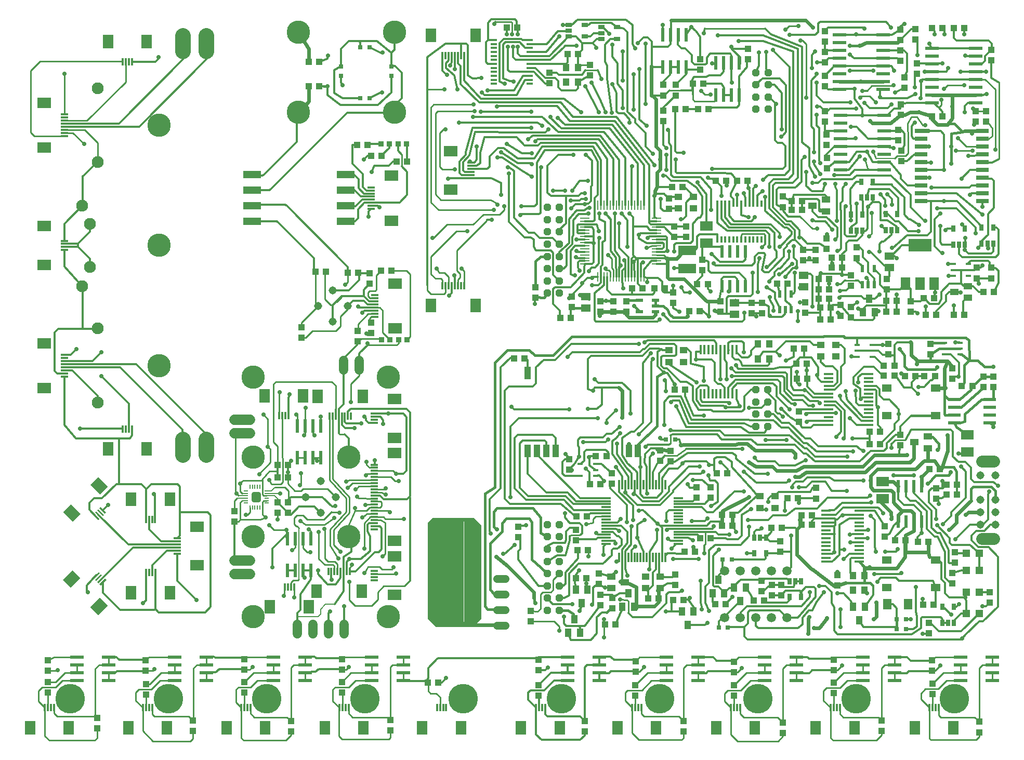
<source format=gtl>
G75*
G70*
%OFA0B0*%
%FSLAX24Y24*%
%IPPOS*%
%LPD*%
%AMOC8*
5,1,8,0,0,1.08239X$1,22.5*
%
%ADD10R,0.0591X0.0118*%
%ADD11R,0.0118X0.0591*%
%ADD12R,0.0433X0.0394*%
%ADD13R,0.0394X0.0433*%
%ADD14R,0.0551X0.0394*%
%ADD15R,0.0394X0.0787*%
%ADD16R,0.0236X0.0787*%
%ADD17R,0.0787X0.0630*%
%ADD18R,0.0472X0.0472*%
%ADD19R,0.0320X0.0160*%
%ADD20R,0.0512X0.0433*%
%ADD21R,0.0394X0.0551*%
%ADD22R,0.0112X0.0591*%
%ADD23R,0.0591X0.0112*%
%ADD24R,0.0236X0.0472*%
%ADD25R,0.0472X0.0236*%
%ADD26R,0.0630X0.0512*%
%ADD27R,0.1142X0.0591*%
%ADD28R,0.0591X0.0787*%
%ADD29R,0.1496X0.0787*%
%ADD30R,0.0866X0.0197*%
%ADD31C,0.0515*%
%ADD32C,0.0768*%
%ADD33R,0.0315X0.0315*%
%ADD34R,0.0800X0.0260*%
%ADD35OC8,0.0476*%
%ADD36R,0.0610X0.0512*%
%ADD37R,0.0591X0.0138*%
%ADD38R,0.0433X0.0512*%
%ADD39R,0.0272X0.0390*%
%ADD40R,0.0157X0.0591*%
%ADD41R,0.0591X0.0157*%
%ADD42R,0.0240X0.0870*%
%ADD43R,0.0120X0.0390*%
%ADD44R,0.0787X0.0236*%
%ADD45R,0.0079X0.0315*%
%ADD46R,0.0315X0.0079*%
%ADD47C,0.0303*%
%ADD48C,0.0594*%
%ADD49C,0.0515*%
%ADD50R,0.0512X0.0118*%
%ADD51R,0.0866X0.0709*%
%ADD52C,0.1502*%
%ADD53C,0.0760*%
%ADD54C,0.1005*%
%ADD55R,0.0118X0.0512*%
%ADD56R,0.0709X0.0866*%
%ADD57R,0.0390X0.0120*%
%ADD58R,0.0390X0.0272*%
%ADD59R,0.0866X0.0236*%
%ADD60C,0.0600*%
%ADD61C,0.0500*%
%ADD62C,0.1896*%
%ADD63R,0.1181X0.0500*%
%ADD64R,0.0551X0.0709*%
%ADD65R,0.0236X0.0866*%
%ADD66R,0.0318X0.0318*%
%ADD67C,0.0278*%
%ADD68C,0.0120*%
%ADD69C,0.0240*%
%ADD70C,0.0160*%
%ADD71C,0.0100*%
%ADD72C,0.0100*%
%ADD73C,0.0079*%
%ADD74C,0.0660*%
D10*
X039772Y015387D03*
X039772Y015583D03*
X039772Y015780D03*
X039772Y015977D03*
X039772Y016174D03*
X039772Y016371D03*
X039772Y016568D03*
X039772Y016765D03*
X039772Y016961D03*
X039772Y017158D03*
X039772Y017355D03*
X039772Y017552D03*
X039772Y017749D03*
X039772Y017946D03*
X039772Y018143D03*
X039772Y018339D03*
X044418Y018339D03*
X044418Y018143D03*
X044418Y017946D03*
X044418Y017749D03*
X044418Y017552D03*
X044418Y017355D03*
X044418Y017158D03*
X044418Y016961D03*
X044418Y016765D03*
X044418Y016568D03*
X044418Y016371D03*
X044418Y016174D03*
X044418Y015977D03*
X044418Y015780D03*
X044418Y015583D03*
X044418Y015387D03*
D11*
X043571Y014540D03*
X043374Y014540D03*
X043178Y014540D03*
X042981Y014540D03*
X042784Y014540D03*
X042587Y014540D03*
X042390Y014540D03*
X042193Y014540D03*
X041996Y014540D03*
X041800Y014540D03*
X041603Y014540D03*
X041406Y014540D03*
X041209Y014540D03*
X041012Y014540D03*
X040815Y014540D03*
X040619Y014540D03*
X040619Y019186D03*
X040815Y019186D03*
X041012Y019186D03*
X041209Y019186D03*
X041406Y019186D03*
X041603Y019186D03*
X041800Y019186D03*
X041996Y019186D03*
X042193Y019186D03*
X042390Y019186D03*
X042587Y019186D03*
X042784Y019186D03*
X042981Y019186D03*
X043178Y019186D03*
X043374Y019186D03*
X043571Y019186D03*
D12*
X043917Y020696D03*
X043262Y020713D03*
X043262Y021382D03*
X043917Y021365D03*
X046891Y019943D03*
X047561Y019943D03*
X046478Y019017D03*
X046478Y018348D03*
X045572Y018348D03*
X045572Y019017D03*
X047227Y017271D03*
X047896Y017271D03*
X047890Y016553D03*
X047220Y016553D03*
X049746Y013033D03*
X049746Y012364D03*
X051006Y012088D03*
X051006Y012757D03*
X052324Y016635D03*
X052324Y017226D03*
X052994Y017226D03*
X052994Y016635D03*
X052088Y018328D03*
X051419Y018328D03*
X052147Y023230D03*
X052147Y023899D03*
X052009Y026006D03*
X052679Y026006D03*
X052639Y026950D03*
X051970Y026950D03*
X053506Y029785D03*
X054175Y029785D03*
X054824Y030041D03*
X054824Y030710D03*
X054175Y030572D03*
X054096Y031124D03*
X054096Y031714D03*
X053427Y031714D03*
X053427Y031124D03*
X053506Y030572D03*
X053427Y032383D03*
X054096Y032383D03*
X054254Y033131D03*
X054254Y033761D03*
X053919Y034332D03*
X053919Y035002D03*
X054923Y033761D03*
X054923Y033131D03*
X057757Y031006D03*
X058427Y031006D03*
X058427Y030297D03*
X057757Y030297D03*
X055494Y030592D03*
X055494Y029923D03*
X057600Y026832D03*
X058269Y026832D03*
X062600Y025533D03*
X063269Y025533D03*
X063998Y025474D03*
X063998Y026143D03*
X058643Y022403D03*
X058643Y021734D03*
X060507Y020207D03*
X061177Y020207D03*
X061614Y019184D03*
X062283Y019184D03*
X060954Y018965D03*
X060954Y018296D03*
X060444Y015531D03*
X059775Y015531D03*
X057659Y015868D03*
X057659Y016537D03*
X061976Y013523D03*
X061976Y012854D03*
X062167Y014203D03*
X062167Y014872D03*
X064391Y012285D03*
X064391Y011616D03*
X060494Y010317D03*
X060494Y009647D03*
X060691Y007915D03*
X060691Y007246D03*
X060710Y006419D03*
X060710Y005750D03*
X054372Y005828D03*
X054372Y006498D03*
X054391Y007285D03*
X054391Y007954D03*
X047974Y007836D03*
X047974Y007167D03*
X047994Y006340D03*
X047994Y005671D03*
X041655Y005671D03*
X041655Y006340D03*
X041675Y007206D03*
X041675Y007876D03*
X040179Y011261D03*
X040179Y011931D03*
X039431Y012128D03*
X039431Y011458D03*
X039328Y012813D03*
X039328Y013482D03*
X038504Y013181D03*
X037835Y013181D03*
X037856Y015631D03*
X037856Y016301D03*
X034155Y016498D03*
X034155Y015828D03*
X034943Y011104D03*
X034943Y010435D03*
X035454Y007954D03*
X035454Y007285D03*
X035454Y006340D03*
X035454Y005671D03*
X042486Y011902D03*
X043155Y011902D03*
X040135Y019244D03*
X040135Y019914D03*
X039801Y021029D03*
X039131Y021029D03*
X045120Y030336D03*
X045789Y030336D03*
X044076Y030868D03*
X044076Y031537D03*
X042128Y031793D03*
X041458Y031793D03*
X044903Y035080D03*
X044903Y035750D03*
X044687Y038289D03*
X044017Y038289D03*
X048191Y038683D03*
X048860Y038683D03*
X051124Y037679D03*
X051694Y037383D03*
X051694Y036832D03*
X051124Y037009D03*
X052364Y036832D03*
X052364Y037383D03*
X053919Y040986D03*
X053919Y041655D03*
X053801Y042482D03*
X053801Y043151D03*
X053801Y044765D03*
X053801Y045435D03*
X053801Y046301D03*
X053801Y046970D03*
X053801Y047639D03*
X053801Y048309D03*
X058643Y047049D03*
X058643Y046380D03*
X059706Y046222D03*
X059706Y045553D03*
X058919Y045317D03*
X058919Y044647D03*
X060671Y042817D03*
X061340Y042817D03*
X063486Y043151D03*
X063486Y042482D03*
X064155Y042482D03*
X064155Y043151D03*
X064470Y046419D03*
X064470Y047088D03*
X058525Y041970D03*
X058525Y041301D03*
X058722Y040631D03*
X058722Y039962D03*
X063565Y033112D03*
X064470Y033112D03*
X064470Y032443D03*
X064647Y031557D03*
X063978Y031557D03*
X063565Y032443D03*
X060828Y031163D03*
X060159Y031163D03*
X051419Y032108D03*
X050750Y032108D03*
X044883Y043289D03*
X044214Y043289D03*
X044234Y044175D03*
X044234Y044844D03*
X045356Y044943D03*
X046025Y044943D03*
X045809Y045828D03*
X045809Y046498D03*
X048880Y046498D03*
X048880Y047167D03*
X037994Y046832D03*
X037324Y046832D03*
X036163Y045631D03*
X036163Y044962D03*
X034096Y048525D03*
X033427Y048525D03*
X024628Y032757D03*
X024628Y032088D03*
X021813Y032856D03*
X021143Y032856D03*
X024706Y029608D03*
X024706Y028939D03*
X023840Y029057D03*
X023840Y028387D03*
X019372Y020454D03*
X018702Y020454D03*
X018702Y019667D03*
X019372Y019667D03*
X016596Y007994D03*
X016596Y007324D03*
X016576Y006537D03*
X016576Y005868D03*
X022836Y005868D03*
X022836Y006537D03*
X022856Y007324D03*
X022856Y007994D03*
X010257Y007915D03*
X010257Y007246D03*
X010277Y006380D03*
X010277Y005710D03*
X003978Y005868D03*
X003978Y006537D03*
X003998Y007246D03*
X003998Y007915D03*
D13*
X007147Y004214D03*
X007147Y003545D03*
X013289Y003387D03*
X013289Y004057D03*
X019588Y004017D03*
X019588Y003348D03*
X025966Y003427D03*
X025966Y004096D03*
X028348Y006498D03*
X029017Y006498D03*
X038407Y004017D03*
X038407Y003348D03*
X044746Y003348D03*
X044746Y004017D03*
X051124Y003939D03*
X051124Y003269D03*
X057462Y003387D03*
X057462Y004057D03*
X063722Y003978D03*
X063722Y003309D03*
X060789Y011478D03*
X060120Y011478D03*
X058996Y015638D03*
X058327Y015638D03*
X061626Y018554D03*
X062295Y018554D03*
X057364Y021793D03*
X056694Y021793D03*
X056694Y022580D03*
X057364Y022580D03*
X057600Y026202D03*
X058269Y026202D03*
X058939Y026163D03*
X059608Y026163D03*
X060198Y026163D03*
X060868Y026163D03*
X061990Y025986D03*
X061990Y026655D03*
X060572Y027561D03*
X060572Y028230D03*
X060277Y030100D03*
X060946Y030100D03*
X062088Y030100D03*
X062757Y030100D03*
X059313Y030277D03*
X059313Y030946D03*
X057777Y031734D03*
X057777Y032403D03*
X055494Y032639D03*
X055494Y031970D03*
X055848Y033742D03*
X055848Y034411D03*
X053210Y034254D03*
X052423Y034254D03*
X052423Y033584D03*
X053210Y033584D03*
X052541Y030907D03*
X052541Y030238D03*
X052482Y027935D03*
X051813Y027935D03*
X049785Y030198D03*
X049116Y030198D03*
X049116Y030868D03*
X049785Y030868D03*
X047108Y030946D03*
X047108Y030277D03*
X046301Y032069D03*
X045631Y032069D03*
X045966Y032954D03*
X045966Y033624D03*
X044155Y035080D03*
X044155Y035750D03*
X043801Y036891D03*
X043801Y037561D03*
X046813Y038683D03*
X047482Y038683D03*
X043446Y042521D03*
X043446Y043191D03*
X043446Y044175D03*
X043446Y044844D03*
X045671Y043289D03*
X046340Y043289D03*
X038761Y045474D03*
X038761Y046143D03*
X027009Y039943D03*
X026340Y039943D03*
X025395Y040297D03*
X024726Y040297D03*
X024490Y041006D03*
X023820Y041006D03*
X021380Y044746D03*
X020710Y044746D03*
X020710Y046320D03*
X021380Y046320D03*
X023230Y032777D03*
X023899Y032777D03*
X025356Y032935D03*
X026025Y032935D03*
X020257Y029293D03*
X020257Y028624D03*
X019372Y018053D03*
X019372Y017383D03*
X018702Y017383D03*
X018702Y018053D03*
X015966Y017482D03*
X015966Y016813D03*
X033883Y027299D03*
X034553Y027299D03*
X036852Y029903D03*
X037521Y029903D03*
X037580Y030592D03*
X037580Y031261D03*
X039431Y030946D03*
X040257Y030946D03*
X041084Y030946D03*
X041084Y030277D03*
X040257Y030277D03*
X039431Y030277D03*
X042876Y031793D03*
X043545Y031793D03*
X044175Y025297D03*
X044844Y025297D03*
X039411Y019234D03*
X038742Y019234D03*
X037419Y020152D03*
X037419Y020822D03*
X037896Y017148D03*
X038566Y017148D03*
X038624Y014982D03*
X037954Y014982D03*
X039726Y010218D03*
X040395Y010218D03*
X044096Y011793D03*
X044765Y011793D03*
X044225Y012761D03*
X044225Y013431D03*
X044805Y014903D03*
X045474Y014903D03*
X045828Y015769D03*
X046498Y015769D03*
X050395Y016439D03*
X051065Y016439D03*
X050966Y015553D03*
X050966Y014883D03*
X050415Y012757D03*
X050415Y012088D03*
X049923Y011754D03*
X049254Y011754D03*
X047443Y011517D03*
X046773Y011517D03*
X054628Y012718D03*
X054628Y013387D03*
X053250Y018309D03*
X053250Y018978D03*
X057895Y027561D03*
X057895Y028230D03*
X064628Y026143D03*
X064628Y025474D03*
X053958Y039490D03*
X053958Y040159D03*
X058683Y042915D03*
X058683Y043584D03*
X058643Y047718D03*
X058643Y048387D03*
X059628Y048427D03*
X059628Y047757D03*
X060671Y048486D03*
X061340Y048486D03*
X062088Y048486D03*
X062757Y048486D03*
X035257Y031852D03*
X035257Y031183D03*
D14*
X053013Y037108D03*
X053880Y037482D03*
X053880Y036734D03*
X062108Y031557D03*
X062974Y031931D03*
X062974Y031183D03*
X060415Y022285D03*
X060415Y021537D03*
X059549Y021911D03*
X040996Y012926D03*
X040130Y013300D03*
X040130Y012552D03*
D15*
X041242Y021360D03*
X041832Y021360D03*
X036536Y021360D03*
X035936Y021360D03*
X035336Y021360D03*
X034746Y021360D03*
X034746Y026360D03*
D16*
X047204Y031929D03*
X047704Y031929D03*
X048204Y031929D03*
X048704Y031929D03*
X048704Y034176D03*
X048204Y034176D03*
X047704Y034176D03*
X047204Y034176D03*
X058519Y019080D03*
X059019Y019080D03*
X059519Y019080D03*
X060019Y019080D03*
X060019Y016833D03*
X059519Y016833D03*
X059019Y016833D03*
X058519Y016833D03*
D17*
X057509Y018278D03*
X057509Y019380D03*
X062935Y021281D03*
X062935Y022383D03*
X046202Y034706D03*
X046202Y035809D03*
D18*
X062876Y014785D03*
X063702Y014785D03*
X063702Y013683D03*
X062876Y013683D03*
X062876Y012305D03*
X063702Y012305D03*
X063702Y010927D03*
X062876Y010927D03*
D19*
X062482Y027561D03*
X062482Y027935D03*
X062482Y028309D03*
X061498Y028309D03*
X061498Y027561D03*
X056852Y027403D03*
X056852Y028151D03*
X055868Y028151D03*
X055868Y027777D03*
X055868Y027403D03*
X062049Y032600D03*
X062049Y032974D03*
X062049Y033348D03*
X063033Y033348D03*
X063033Y032600D03*
X039118Y020515D03*
X039118Y020141D03*
X039118Y019767D03*
X038133Y019767D03*
X038133Y020515D03*
D20*
X043801Y027069D03*
X043801Y027817D03*
X044746Y027817D03*
X044746Y027069D03*
X053565Y027423D03*
X053565Y028171D03*
X054509Y028171D03*
X054509Y027423D03*
X050612Y018446D03*
X050612Y017698D03*
X049667Y017698D03*
X049667Y018446D03*
X043246Y013301D03*
X043246Y012553D03*
X042301Y012553D03*
X042301Y013301D03*
X044431Y036911D03*
X044431Y037659D03*
X045376Y037659D03*
X045376Y036911D03*
D21*
X056635Y031124D03*
X056261Y030257D03*
X057009Y030257D03*
X046990Y013092D03*
X047364Y012226D03*
X047994Y012580D03*
X048742Y012580D03*
X048368Y011714D03*
X046616Y012226D03*
X045395Y011045D03*
X044647Y011045D03*
X045021Y010179D03*
X041576Y011360D03*
X040828Y011360D03*
X041202Y012226D03*
X038584Y012462D03*
X037836Y012462D03*
X038210Y011596D03*
X037738Y010572D03*
X038112Y009706D03*
X037364Y009706D03*
X055631Y011360D03*
X056380Y011360D03*
X056006Y010494D03*
D22*
X042206Y032521D03*
X042009Y032521D03*
X041813Y032521D03*
X041616Y032521D03*
X041419Y032521D03*
X041222Y032521D03*
X041025Y032521D03*
X040828Y032521D03*
X040631Y032521D03*
X040435Y032521D03*
X040238Y032521D03*
X040041Y032521D03*
X039844Y032521D03*
X039647Y032521D03*
X039450Y032521D03*
X039254Y032521D03*
X039254Y037128D03*
X039450Y037128D03*
X039647Y037128D03*
X039844Y037128D03*
X040041Y037128D03*
X040238Y037128D03*
X040435Y037128D03*
X040631Y037128D03*
X040828Y037128D03*
X041025Y037128D03*
X041222Y037128D03*
X041419Y037128D03*
X041616Y037128D03*
X041813Y037128D03*
X042009Y037128D03*
X042206Y037128D03*
D23*
X043033Y036301D03*
X043033Y036104D03*
X043033Y035907D03*
X043033Y035710D03*
X043033Y035513D03*
X043033Y035317D03*
X043033Y035120D03*
X043033Y034923D03*
X043033Y034726D03*
X043033Y034529D03*
X043033Y034332D03*
X043033Y034135D03*
X043033Y033939D03*
X043033Y033742D03*
X043033Y033545D03*
X043033Y033348D03*
X038427Y033348D03*
X038427Y033545D03*
X038427Y033742D03*
X038427Y033939D03*
X038427Y034135D03*
X038427Y034332D03*
X038427Y034529D03*
X038427Y034726D03*
X038427Y034923D03*
X038427Y035120D03*
X038427Y035317D03*
X038427Y035513D03*
X038427Y035710D03*
X038427Y035907D03*
X038427Y036104D03*
X038427Y036301D03*
D24*
X050907Y031441D03*
X051655Y031441D03*
X051655Y030413D03*
X051281Y030413D03*
X050907Y030413D03*
X056222Y032027D03*
X056596Y032027D03*
X056970Y032027D03*
X056970Y033055D03*
X056222Y033055D03*
D25*
X042937Y031025D03*
X042937Y030651D03*
X042937Y030277D03*
X041909Y030277D03*
X041909Y031025D03*
D26*
X038486Y031261D03*
X038486Y030513D03*
X048013Y030868D03*
X048013Y030120D03*
X052462Y031891D03*
X052462Y032639D03*
X057935Y033112D03*
X057935Y033860D03*
D27*
X044982Y034234D03*
X044982Y033053D03*
D28*
X058998Y032088D03*
X059903Y032088D03*
X060809Y032088D03*
D29*
X059903Y034569D03*
D30*
X057624Y039405D03*
X057624Y039901D03*
X057624Y040401D03*
X057624Y040901D03*
X057624Y041405D03*
X057624Y041901D03*
X057624Y042401D03*
X057624Y042901D03*
X057545Y044563D03*
X057545Y045059D03*
X057545Y045559D03*
X057545Y046059D03*
X057545Y046563D03*
X057545Y047059D03*
X057545Y047559D03*
X057545Y048059D03*
X054750Y048063D03*
X054750Y047563D03*
X054750Y047063D03*
X054750Y046563D03*
X054750Y046063D03*
X054750Y045563D03*
X054750Y045063D03*
X054750Y044563D03*
X054828Y042905D03*
X054828Y042405D03*
X054828Y041905D03*
X054828Y041405D03*
X054828Y040905D03*
X054828Y040405D03*
X054828Y039905D03*
X054828Y039405D03*
X060694Y043696D03*
X060694Y044196D03*
X060694Y044696D03*
X060694Y045196D03*
X060694Y045696D03*
X060694Y046196D03*
X060694Y046696D03*
X060694Y047196D03*
X063490Y047193D03*
X063490Y046693D03*
X063490Y046193D03*
X063490Y045696D03*
X063490Y045193D03*
X063490Y044693D03*
X063490Y044193D03*
X063490Y043696D03*
D31*
X063781Y019785D03*
X064765Y019785D03*
X064765Y018210D03*
X063781Y018210D03*
X063781Y017423D03*
X063781Y016635D03*
X064765Y016635D03*
X064765Y017423D03*
X023230Y030651D03*
X022265Y029647D03*
X021301Y030651D03*
X022265Y031655D03*
X021478Y019411D03*
X022443Y018407D03*
X021478Y017403D03*
X020513Y018407D03*
D32*
X063889Y020691D02*
X064657Y020691D01*
X064657Y015730D02*
X063889Y015730D01*
D33*
X059017Y010572D03*
X058427Y010572D03*
X058427Y009943D03*
X059017Y009943D03*
X047600Y010021D03*
X047009Y010021D03*
X047246Y014391D03*
X047836Y014391D03*
X044214Y022108D03*
X043624Y022108D03*
X024608Y043998D03*
X024017Y043998D03*
X022777Y045435D03*
X022777Y046025D03*
X024017Y047265D03*
X024608Y047265D03*
X026006Y046025D03*
X026006Y045435D03*
D34*
X059970Y041878D03*
X059970Y041378D03*
X059970Y040878D03*
X059970Y040378D03*
X059970Y039878D03*
X059970Y039378D03*
X059970Y038878D03*
X059970Y038378D03*
X059970Y037878D03*
X059970Y037378D03*
X063930Y037378D03*
X063930Y037878D03*
X063930Y038378D03*
X063930Y038878D03*
X063930Y039378D03*
X063930Y039878D03*
X063930Y040378D03*
X063930Y040878D03*
X063930Y041378D03*
X063930Y041878D03*
D35*
X050187Y043281D03*
X050187Y044069D03*
X049399Y044069D03*
X049399Y043281D03*
X049399Y044856D03*
X049399Y045643D03*
X050187Y045643D03*
X050187Y044856D03*
X036793Y036990D03*
X036006Y036990D03*
X036006Y036202D03*
X036793Y036202D03*
X036793Y035415D03*
X036006Y035415D03*
X036006Y034628D03*
X036793Y034628D03*
X036793Y033840D03*
X036006Y033840D03*
X036006Y033053D03*
X036793Y033053D03*
X036793Y032265D03*
X036793Y031478D03*
X036006Y031478D03*
X036006Y032265D03*
X049372Y025289D03*
X050159Y025289D03*
X050159Y024502D03*
X049372Y024502D03*
X049372Y023714D03*
X050159Y023714D03*
X050159Y022927D03*
X049372Y022927D03*
X036793Y016635D03*
X036006Y016635D03*
X036006Y015848D03*
X036793Y015848D03*
X036793Y015061D03*
X036006Y015061D03*
X036006Y014273D03*
X036793Y014273D03*
X036793Y013486D03*
X036006Y013486D03*
X036006Y012698D03*
X036793Y012698D03*
X036793Y011911D03*
X036006Y011911D03*
X036006Y011124D03*
X036793Y011124D03*
D36*
X057787Y012600D03*
X057787Y014372D03*
X060917Y014372D03*
X060917Y012600D03*
X060917Y023624D03*
X060917Y025395D03*
X057787Y025395D03*
X057787Y023624D03*
D37*
X056006Y017525D03*
X056006Y017273D03*
X056006Y017021D03*
X056006Y016769D03*
X056006Y016517D03*
X056006Y016265D03*
X056006Y016013D03*
X056006Y015761D03*
X056006Y015509D03*
X056006Y015257D03*
X056006Y015006D03*
X056006Y014754D03*
X056006Y014502D03*
X056006Y014250D03*
X053880Y014250D03*
X053880Y014502D03*
X053880Y014754D03*
X053880Y015006D03*
X053880Y015257D03*
X053880Y015509D03*
X053880Y015769D03*
X053880Y016013D03*
X053880Y016265D03*
X053880Y016517D03*
X053880Y016769D03*
X053880Y017021D03*
X053880Y017273D03*
X053880Y017525D03*
D38*
X055612Y013368D03*
X056360Y013368D03*
X056360Y012423D03*
X055612Y012423D03*
X050257Y027265D03*
X049509Y027265D03*
X049509Y028210D03*
X050257Y028210D03*
X037974Y045021D03*
X037226Y045021D03*
X037226Y045966D03*
X037974Y045966D03*
D39*
X055474Y036517D03*
X056222Y036517D03*
X056222Y035498D03*
X055848Y035498D03*
X055474Y035498D03*
X057718Y035537D03*
X058092Y035537D03*
X058466Y035537D03*
X058466Y036557D03*
X057718Y036557D03*
X056891Y037624D03*
X056517Y037624D03*
X056143Y037624D03*
X056143Y038643D03*
X056891Y038643D03*
X062049Y035612D03*
X062797Y035612D03*
X063860Y035691D03*
X064608Y035691D03*
X064608Y034671D03*
X064234Y034671D03*
X063860Y034671D03*
X062797Y034592D03*
X062423Y034592D03*
X062049Y034592D03*
X050041Y015805D03*
X049667Y015805D03*
X049293Y015805D03*
X049293Y014785D03*
X050041Y014785D03*
X051537Y013009D03*
X051911Y013009D03*
X052285Y013009D03*
X052285Y011990D03*
X051537Y011990D03*
X061340Y011360D03*
X062088Y011360D03*
X062088Y010340D03*
X061714Y010340D03*
X061340Y010340D03*
D40*
X048141Y025011D03*
X047885Y025011D03*
X047630Y025011D03*
X047374Y025011D03*
X047118Y025011D03*
X046862Y025011D03*
X046606Y025011D03*
X046350Y025011D03*
X046094Y025011D03*
X045838Y025011D03*
X045838Y027866D03*
X046094Y027866D03*
X046350Y027866D03*
X046606Y027866D03*
X046862Y027866D03*
X047118Y027866D03*
X047374Y027866D03*
X047630Y027866D03*
X047885Y027866D03*
X048141Y027866D03*
D41*
X054059Y026291D03*
X054059Y026040D03*
X054059Y025789D03*
X054059Y025538D03*
X054059Y025287D03*
X054059Y025036D03*
X054059Y024786D03*
X054059Y024535D03*
X054059Y024284D03*
X054059Y024033D03*
X054059Y023782D03*
X054059Y023531D03*
X054059Y023280D03*
X054059Y023029D03*
X056613Y023034D03*
X056613Y023285D03*
X056613Y023536D03*
X056613Y023782D03*
X056613Y024033D03*
X056613Y024284D03*
X056613Y024535D03*
X056613Y024786D03*
X056613Y025036D03*
X056613Y025287D03*
X056613Y025538D03*
X056613Y025789D03*
X056613Y026040D03*
X056613Y026291D03*
D42*
X048330Y044188D03*
X047830Y044188D03*
X047330Y044188D03*
X046830Y044188D03*
X046830Y046248D03*
X047330Y046248D03*
X047830Y046248D03*
X048330Y046248D03*
X044905Y045999D03*
X044405Y045999D03*
X043905Y045999D03*
X043405Y045999D03*
X043405Y048059D03*
X043905Y048059D03*
X044405Y048059D03*
X044905Y048059D03*
D43*
X046921Y037233D03*
X047177Y037233D03*
X047433Y037233D03*
X047689Y037233D03*
X047944Y037233D03*
X048200Y037233D03*
X048456Y037233D03*
X048712Y037233D03*
X048968Y037233D03*
X049224Y037233D03*
X049480Y037233D03*
X049736Y037233D03*
X049736Y034936D03*
X049480Y034936D03*
X049224Y034936D03*
X048968Y034936D03*
X048712Y034936D03*
X048456Y034936D03*
X048200Y034936D03*
X047944Y034936D03*
X047689Y034936D03*
X047433Y034936D03*
X047177Y034936D03*
X046921Y034936D03*
D44*
X062126Y024669D03*
X062126Y024169D03*
X062126Y023669D03*
X062126Y023169D03*
X064373Y023169D03*
X064373Y023669D03*
X064373Y024169D03*
X064373Y024669D03*
D45*
X017738Y019076D03*
X017580Y019076D03*
X017423Y019076D03*
X017265Y019076D03*
X017108Y019076D03*
X016950Y019076D03*
X016950Y017738D03*
X017108Y017738D03*
X017265Y017738D03*
X017423Y017738D03*
X017580Y017738D03*
X017738Y017738D03*
D46*
X018013Y018013D03*
X018013Y018171D03*
X018013Y018328D03*
X018013Y018486D03*
X018013Y018643D03*
X018013Y018801D03*
X016675Y018801D03*
X016675Y018643D03*
X016675Y018486D03*
X016675Y018328D03*
X016675Y018171D03*
X016675Y018013D03*
D47*
X017192Y018224D02*
X017192Y018590D01*
X017496Y018590D01*
X017496Y018224D01*
X017192Y018224D01*
X017192Y018526D02*
X017496Y018526D01*
D48*
X047391Y013647D03*
X048391Y013647D03*
X049391Y013647D03*
X050391Y013647D03*
X051391Y013647D03*
X051391Y010647D03*
X050391Y010647D03*
X049391Y010647D03*
X048391Y010647D03*
X047391Y010647D03*
D49*
X033310Y010175D02*
X032795Y010175D01*
X032795Y011175D02*
X033310Y011175D01*
X033310Y012175D02*
X032795Y012175D01*
X032795Y013175D02*
X033310Y013175D01*
D50*
X024923Y013272D03*
X024923Y013076D03*
X024923Y013469D03*
X024923Y013666D03*
X024923Y016340D03*
X024923Y016537D03*
X024923Y016734D03*
X024923Y016931D03*
X024923Y017128D03*
X024923Y017324D03*
X024923Y017521D03*
X024923Y017718D03*
X024923Y017915D03*
X024923Y018112D03*
X024923Y018309D03*
X024923Y018506D03*
X024923Y018702D03*
X024923Y018899D03*
X024923Y019096D03*
X024923Y019293D03*
X024923Y019490D03*
X024923Y019687D03*
X024923Y019883D03*
X024923Y020080D03*
X024923Y020277D03*
X024923Y020474D03*
X024923Y023154D03*
X024923Y023351D03*
X024923Y023548D03*
X024923Y023745D03*
X024962Y029962D03*
X024962Y030159D03*
X024962Y030356D03*
X024962Y030553D03*
X024962Y030750D03*
X024962Y030946D03*
X024962Y031146D03*
X024962Y031346D03*
X024726Y036891D03*
X024726Y037088D03*
X024726Y037285D03*
X024726Y037482D03*
X024726Y037679D03*
X024726Y037876D03*
X024726Y038076D03*
X024726Y038276D03*
X031104Y038860D03*
X031104Y039057D03*
X031104Y039254D03*
X031104Y039450D03*
X031104Y039647D03*
X031104Y039844D03*
X005041Y041570D03*
X005041Y041770D03*
X005041Y041970D03*
X005041Y042167D03*
X005041Y042364D03*
X005041Y042561D03*
X005041Y042757D03*
X005041Y042954D03*
X005041Y034841D03*
X005041Y034644D03*
X005041Y034447D03*
X005041Y034250D03*
X005041Y027521D03*
X005041Y027324D03*
X005041Y027128D03*
X005041Y026931D03*
X005041Y026734D03*
X005041Y026537D03*
X005041Y026337D03*
X005041Y026137D03*
X012285Y015750D03*
X012285Y015553D03*
X012285Y015356D03*
X012285Y015159D03*
X012285Y014962D03*
X012285Y014765D03*
D51*
X013565Y014017D03*
X013565Y016498D03*
X003761Y025389D03*
X003761Y028269D03*
X003761Y033309D03*
X003761Y035789D03*
X003761Y040822D03*
X003761Y043702D03*
X026006Y039024D03*
X026006Y036143D03*
X029824Y038112D03*
X029824Y040592D03*
X026242Y032094D03*
X026242Y029214D03*
X026202Y024687D03*
X026202Y022206D03*
X026202Y021222D03*
X026202Y015592D03*
X026202Y014608D03*
X026202Y012128D03*
D52*
X025809Y010730D03*
X023289Y015848D03*
X017147Y015848D03*
X017147Y010730D03*
X017147Y020966D03*
X017147Y026084D03*
X011124Y026832D03*
X011124Y034549D03*
X011124Y042265D03*
X020061Y043092D03*
X026202Y043092D03*
X026202Y048210D03*
X020061Y048210D03*
X025809Y026084D03*
X023289Y020966D03*
D53*
X007187Y024454D03*
X007187Y029210D03*
X006187Y031927D03*
X006687Y033171D03*
X006687Y035927D03*
X006187Y037108D03*
X007187Y039887D03*
X007187Y044643D03*
D54*
X012657Y046999D02*
X012657Y048004D01*
X014157Y048004D02*
X014157Y046999D01*
X014157Y022099D02*
X014157Y021094D01*
X012657Y021094D02*
X012657Y022099D01*
D55*
X009375Y022757D03*
X009178Y022757D03*
X008981Y022757D03*
X008784Y022757D03*
G36*
X007289Y017690D02*
X007372Y017773D01*
X007733Y017412D01*
X007650Y017329D01*
X007289Y017690D01*
G37*
G36*
X007149Y017551D02*
X007232Y017634D01*
X007593Y017273D01*
X007510Y017190D01*
X007149Y017551D01*
G37*
G36*
X007010Y017412D02*
X007093Y017495D01*
X007454Y017134D01*
X007371Y017051D01*
X007010Y017412D01*
G37*
G36*
X006871Y017273D02*
X006954Y017356D01*
X007315Y016995D01*
X007232Y016912D01*
X006871Y017273D01*
G37*
X010274Y016970D03*
X010471Y016970D03*
X010668Y016970D03*
X010865Y016970D03*
X010871Y013545D03*
X010674Y013545D03*
X010477Y013545D03*
X010280Y013545D03*
G36*
X007376Y012737D02*
X007293Y012820D01*
X007654Y013181D01*
X007737Y013098D01*
X007376Y012737D01*
G37*
G36*
X007237Y012876D02*
X007154Y012959D01*
X007515Y013320D01*
X007598Y013237D01*
X007237Y012876D01*
G37*
G36*
X007098Y013015D02*
X007015Y013098D01*
X007376Y013459D01*
X007459Y013376D01*
X007098Y013015D01*
G37*
G36*
X006958Y013155D02*
X006875Y013238D01*
X007236Y013599D01*
X007319Y013516D01*
X006958Y013155D01*
G37*
X004375Y004883D03*
X004178Y004883D03*
X003981Y004883D03*
X003784Y004883D03*
X010083Y004883D03*
X010280Y004883D03*
X010477Y004883D03*
X010674Y004883D03*
X016383Y004883D03*
X016580Y004883D03*
X016776Y004883D03*
X016973Y004883D03*
X022682Y004883D03*
X022879Y004883D03*
X023076Y004883D03*
X023272Y004883D03*
X028942Y004883D03*
X029139Y004883D03*
X029335Y004883D03*
X029532Y004883D03*
X035280Y004883D03*
X035477Y004883D03*
X035674Y004883D03*
X035871Y004883D03*
X041461Y004883D03*
X041658Y004883D03*
X041855Y004883D03*
X042052Y004883D03*
X047800Y004883D03*
X047997Y004883D03*
X048194Y004883D03*
X048391Y004883D03*
X054178Y004883D03*
X054375Y004883D03*
X054572Y004883D03*
X054769Y004883D03*
X060517Y004883D03*
X060713Y004883D03*
X060910Y004883D03*
X061107Y004883D03*
X030677Y031970D03*
X030477Y031970D03*
X030277Y031970D03*
X030080Y031970D03*
X029883Y031970D03*
X029687Y031970D03*
X029490Y031970D03*
X029293Y031970D03*
X023427Y023584D03*
X023230Y023584D03*
X023033Y023584D03*
X022836Y023584D03*
X022639Y023584D03*
X022443Y023584D03*
X022243Y023584D03*
X022043Y023584D03*
X019408Y023624D03*
X019211Y023624D03*
X019014Y023624D03*
X018817Y023624D03*
X021970Y013624D03*
X022167Y013624D03*
X022364Y013624D03*
X022561Y013624D03*
X022757Y013624D03*
X022954Y013624D03*
X023154Y013624D03*
X023354Y013624D03*
X019769Y012639D03*
X019572Y012639D03*
X019375Y012639D03*
X019178Y012639D03*
X009369Y046340D03*
X009172Y046340D03*
X008975Y046340D03*
X008778Y046340D03*
X029287Y046734D03*
X029487Y046734D03*
X029687Y046734D03*
X029883Y046734D03*
X030080Y046734D03*
X030277Y046734D03*
X030474Y046734D03*
X030671Y046734D03*
D56*
X031419Y048013D03*
X028539Y048013D03*
X010317Y047620D03*
X007836Y047620D03*
X028545Y030691D03*
X031425Y030691D03*
X024175Y024864D03*
X021294Y024864D03*
X020356Y024903D03*
X017876Y024903D03*
X010317Y021478D03*
X007836Y021478D03*
G36*
X007832Y019072D02*
X007331Y018571D01*
X006720Y019182D01*
X007221Y019683D01*
X007832Y019072D01*
G37*
X009332Y018250D03*
X011813Y018250D03*
G36*
X006078Y017318D02*
X005577Y016817D01*
X004966Y017428D01*
X005467Y017929D01*
X006078Y017318D01*
G37*
G36*
X005577Y013698D02*
X006078Y013197D01*
X005467Y012586D01*
X004966Y013087D01*
X005577Y013698D01*
G37*
G36*
X007331Y011944D02*
X007832Y011443D01*
X007221Y010832D01*
X006720Y011333D01*
X007331Y011944D01*
G37*
X009332Y012265D03*
X011813Y012265D03*
X018230Y011360D03*
X020710Y011360D03*
X021222Y012344D03*
X024102Y012344D03*
X024214Y003604D03*
X021734Y003604D03*
X017915Y003604D03*
X015435Y003604D03*
X011616Y003604D03*
X009135Y003604D03*
X005317Y003604D03*
X002836Y003604D03*
X027994Y003604D03*
X030474Y003604D03*
X034332Y003604D03*
X036813Y003604D03*
X040513Y003604D03*
X042994Y003604D03*
X046852Y003604D03*
X049332Y003604D03*
X053230Y003604D03*
X055710Y003604D03*
X059569Y003604D03*
X062049Y003604D03*
D57*
X034871Y044913D03*
X034871Y045169D03*
X034871Y045425D03*
X034871Y045681D03*
X034871Y045937D03*
X034871Y046193D03*
X034871Y046448D03*
X034871Y046704D03*
X034871Y046960D03*
X034871Y047216D03*
X034871Y047472D03*
X034871Y047728D03*
X032573Y047728D03*
X032573Y047472D03*
X032573Y047216D03*
X032573Y046960D03*
X032573Y046704D03*
X032573Y046448D03*
X032573Y046193D03*
X032573Y045937D03*
X032573Y045681D03*
X032573Y045425D03*
X032573Y045169D03*
X032573Y044913D03*
D58*
X037387Y047954D03*
X037387Y048328D03*
X037387Y048702D03*
X038407Y048702D03*
X038407Y047954D03*
X039474Y047797D03*
X039474Y048171D03*
X039474Y048545D03*
X040494Y048545D03*
X040494Y047797D03*
D59*
X039352Y008133D03*
X039352Y007633D03*
X039352Y007133D03*
X039352Y006633D03*
X037305Y006633D03*
X037305Y007133D03*
X037305Y007633D03*
X037305Y008133D03*
X043643Y008133D03*
X043643Y007633D03*
X043643Y007133D03*
X043643Y006633D03*
X045691Y006633D03*
X045691Y007133D03*
X045691Y007633D03*
X045691Y008133D03*
X049943Y008133D03*
X049943Y007633D03*
X049943Y007133D03*
X049943Y006633D03*
X051990Y006633D03*
X051990Y007133D03*
X051990Y007633D03*
X051990Y008133D03*
X056242Y008133D03*
X056242Y007633D03*
X056242Y007133D03*
X056242Y006633D03*
X058289Y006633D03*
X058289Y007133D03*
X058289Y007633D03*
X058289Y008133D03*
X062502Y008133D03*
X062502Y007633D03*
X062502Y007133D03*
X062502Y006633D03*
X064549Y006633D03*
X064549Y007133D03*
X064549Y007633D03*
X064549Y008133D03*
X026793Y008133D03*
X026793Y007633D03*
X026793Y007133D03*
X026793Y006633D03*
X024746Y006633D03*
X024746Y007133D03*
X024746Y007633D03*
X024746Y008133D03*
X020494Y008133D03*
X020494Y007633D03*
X020494Y007133D03*
X020494Y006633D03*
X018446Y006633D03*
X018446Y007133D03*
X018446Y007633D03*
X018446Y008133D03*
X014155Y008133D03*
X014155Y007633D03*
X014155Y007133D03*
X014155Y006633D03*
X012108Y006633D03*
X012108Y007133D03*
X012108Y007633D03*
X012108Y008133D03*
X007895Y008133D03*
X007895Y007633D03*
X007895Y007133D03*
X007895Y006633D03*
X005848Y006633D03*
X005848Y007133D03*
X005848Y007633D03*
X005848Y008133D03*
D60*
X019978Y009643D02*
X019978Y010243D01*
X020978Y010243D02*
X020978Y009643D01*
X021978Y009643D02*
X021978Y010243D01*
X022978Y010243D02*
X022978Y009643D01*
X022946Y026572D02*
X022946Y027172D01*
X023946Y027172D02*
X023946Y026572D01*
D61*
X016006Y023328D03*
X016006Y022541D03*
X016006Y014273D03*
X016006Y013486D03*
D62*
X018013Y005454D03*
X011714Y005454D03*
X005415Y005454D03*
X024313Y005454D03*
X030612Y005454D03*
X036911Y005454D03*
X043210Y005454D03*
X049509Y005454D03*
X055809Y005454D03*
X062108Y005454D03*
D63*
X023100Y036080D03*
X023100Y037080D03*
X023100Y038080D03*
X023100Y039080D03*
X017100Y039080D03*
X017100Y038080D03*
X017100Y037080D03*
X017100Y036080D03*
D64*
X057817Y011517D03*
X059155Y011517D03*
D65*
X021480Y020927D03*
X020980Y020927D03*
X020480Y020927D03*
X019980Y020927D03*
X019980Y022974D03*
X020480Y022974D03*
X020980Y022974D03*
X021480Y022974D03*
X020850Y015730D03*
X020350Y015730D03*
X019850Y015730D03*
X019350Y015730D03*
X019350Y013683D03*
X019850Y013683D03*
X020350Y013683D03*
X020850Y013683D03*
D66*
X025376Y028486D03*
X025927Y028486D03*
X026478Y028486D03*
X027029Y028486D03*
X026990Y041045D03*
X026439Y041045D03*
X025887Y041045D03*
X025336Y041045D03*
D67*
X024234Y040061D03*
X024746Y039273D03*
X025257Y036990D03*
X024549Y036399D03*
X028643Y035021D03*
X030887Y035454D03*
X032462Y036202D03*
X032580Y036832D03*
X032817Y037147D03*
X033250Y037069D03*
X033053Y037777D03*
X034352Y037069D03*
X034273Y036478D03*
X036399Y038053D03*
X037147Y038053D03*
X037620Y038053D03*
X037502Y037423D03*
X037541Y036911D03*
X038407Y037187D03*
X038486Y037541D03*
X038407Y037895D03*
X038604Y038683D03*
X038486Y040376D03*
X037698Y040376D03*
X035612Y039549D03*
X035021Y039746D03*
X035021Y040454D03*
X035257Y041242D03*
X034785Y041360D03*
X034982Y042108D03*
X035691Y042226D03*
X036084Y041990D03*
X036202Y042777D03*
X036675Y042738D03*
X038171Y043092D03*
X039313Y043092D03*
X039746Y043092D03*
X040139Y043053D03*
X040848Y043368D03*
X041557Y043250D03*
X042305Y043643D03*
X042383Y042226D03*
X041281Y042423D03*
X043761Y041950D03*
X043643Y040809D03*
X043643Y040376D03*
X043250Y040061D03*
X042895Y039706D03*
X042777Y040415D03*
X043643Y039391D03*
X043446Y039037D03*
X044234Y040061D03*
X044746Y040494D03*
X045651Y038604D03*
X046320Y038880D03*
X046596Y039470D03*
X047502Y038407D03*
X047187Y037738D03*
X046517Y036832D03*
X044588Y036242D03*
X043289Y037541D03*
X042895Y037738D03*
X041281Y036596D03*
X040769Y036596D03*
X040336Y036596D03*
X039746Y036596D03*
X039352Y036596D03*
X038643Y036596D03*
X038722Y036950D03*
X039313Y035454D03*
X039352Y035021D03*
X038998Y034706D03*
X037895Y034943D03*
X037895Y034194D03*
X037856Y033801D03*
X038092Y032935D03*
X037777Y032620D03*
X038263Y032131D03*
X038880Y031990D03*
X038880Y032462D03*
X038683Y032895D03*
X039746Y033053D03*
X039903Y033919D03*
X040730Y033250D03*
X040966Y033604D03*
X041537Y033486D03*
X042147Y033446D03*
X042383Y034391D03*
X042462Y035021D03*
X041872Y035218D03*
X041163Y034470D03*
X040612Y035966D03*
X043722Y034194D03*
X044155Y034155D03*
X044155Y033092D03*
X044076Y031950D03*
X044628Y031872D03*
X045139Y031517D03*
X046478Y031596D03*
X047659Y031596D03*
X049194Y032777D03*
X050100Y033171D03*
X049628Y033722D03*
X049785Y034431D03*
X050257Y034470D03*
X050927Y034470D03*
X050927Y035100D03*
X051832Y034509D03*
X051517Y034155D03*
X052187Y035061D03*
X053328Y035612D03*
X053013Y036163D03*
X053525Y036793D03*
X054588Y036124D03*
X054273Y035572D03*
X053958Y035257D03*
X054470Y034943D03*
X054628Y034194D03*
X054273Y033407D03*
X053545Y032757D03*
X054076Y032108D03*
X054628Y032069D03*
X054785Y031635D03*
X054746Y031202D03*
X055887Y030887D03*
X055966Y030494D03*
X057265Y030336D03*
X057305Y031399D03*
X058407Y031399D03*
X059746Y030179D03*
X060297Y030612D03*
X060868Y031517D03*
X061754Y032580D03*
X061714Y033368D03*
X061360Y034076D03*
X062777Y034273D03*
X062817Y035021D03*
X063486Y035336D03*
X063643Y034391D03*
X064273Y034352D03*
X063919Y033250D03*
X063683Y032108D03*
X062502Y031517D03*
X062069Y030691D03*
X062187Y028328D03*
X061006Y026714D03*
X059706Y026911D03*
X058722Y026320D03*
X059824Y025454D03*
X059785Y025021D03*
X058565Y023722D03*
X057226Y024155D03*
X056124Y024706D03*
X055783Y025219D03*
X055966Y025769D03*
X055145Y025208D03*
X054780Y024882D03*
X054530Y023778D03*
X053486Y024431D03*
X053053Y024273D03*
X052620Y023722D03*
X052659Y023210D03*
X051557Y024037D03*
X051872Y024352D03*
X051006Y024076D03*
X051124Y023565D03*
X051360Y022069D03*
X051911Y020927D03*
X052580Y020769D03*
X051911Y019706D03*
X051517Y019470D03*
X051714Y019037D03*
X052147Y019037D03*
X052147Y018013D03*
X051242Y017541D03*
X050061Y017580D03*
X050179Y018092D03*
X049076Y017620D03*
X048958Y018407D03*
X048604Y018761D03*
X048604Y020021D03*
X048958Y020612D03*
X049313Y020927D03*
X048525Y021478D03*
X047108Y020612D03*
X046399Y020454D03*
X046006Y020021D03*
X046360Y019785D03*
X045769Y020376D03*
X044687Y020553D03*
X044588Y021714D03*
X043919Y022698D03*
X043525Y023013D03*
X043250Y022187D03*
X043092Y021461D03*
X042777Y021202D03*
X042305Y021635D03*
X041242Y021793D03*
X040494Y021832D03*
X039903Y022108D03*
X040691Y022502D03*
X040651Y022895D03*
X040809Y023486D03*
X040415Y023958D03*
X039824Y023171D03*
X039234Y023446D03*
X038604Y024076D03*
X038958Y025218D03*
X039037Y025966D03*
X037305Y027383D03*
X039391Y030021D03*
X039785Y030986D03*
X040887Y031793D03*
X041596Y030651D03*
X043210Y029785D03*
X043446Y030139D03*
X044470Y030297D03*
X045021Y029982D03*
X046399Y029982D03*
X046754Y030376D03*
X048643Y030218D03*
X049431Y029982D03*
X050297Y030021D03*
X050533Y030376D03*
X050297Y031242D03*
X050100Y031872D03*
X050257Y032226D03*
X050887Y032698D03*
X051281Y032541D03*
X051872Y032777D03*
X051990Y033131D03*
X051714Y033368D03*
X052817Y033722D03*
X054923Y032659D03*
X056478Y032462D03*
X056635Y034116D03*
X057305Y034155D03*
X056635Y035139D03*
X057462Y035809D03*
X057698Y036635D03*
X057698Y037108D03*
X058131Y037147D03*
X057817Y037817D03*
X057383Y037817D03*
X056584Y037042D03*
X056832Y036635D03*
X055848Y037226D03*
X055139Y037069D03*
X055494Y036163D03*
X058131Y034391D03*
X058407Y033722D03*
X059824Y035454D03*
X059864Y035848D03*
X060257Y036124D03*
X061202Y035809D03*
X061557Y035533D03*
X062620Y035887D03*
X063919Y036517D03*
X063919Y037029D03*
X063131Y037777D03*
X062580Y038840D03*
X061911Y039785D03*
X061439Y039391D03*
X060612Y039864D03*
X060533Y038880D03*
X060651Y038250D03*
X061439Y037378D03*
X061006Y036911D03*
X061202Y036596D03*
X063013Y040297D03*
X063289Y040612D03*
X062226Y040612D03*
X061911Y040887D03*
X062344Y041439D03*
X063250Y041714D03*
X063368Y042305D03*
X062777Y043092D03*
X063328Y043328D03*
X064194Y044273D03*
X064155Y045691D03*
X062817Y046714D03*
X062502Y045691D03*
X061714Y045927D03*
X061360Y046242D03*
X060218Y045691D03*
X059982Y045100D03*
X059588Y044706D03*
X059628Y044273D03*
X059943Y043998D03*
X059864Y043092D03*
X059588Y042423D03*
X060257Y042265D03*
X060454Y041878D03*
X060494Y040887D03*
X058210Y040809D03*
X056911Y040572D03*
X056517Y040572D03*
X056399Y040061D03*
X056045Y040257D03*
X055769Y041439D03*
X055494Y042147D03*
X056202Y042895D03*
X055809Y043328D03*
X055454Y043722D03*
X056084Y044037D03*
X056202Y044470D03*
X055730Y044588D03*
X056124Y045063D03*
X055415Y045769D03*
X055415Y046793D03*
X055415Y047344D03*
X056045Y047344D03*
X055809Y048092D03*
X056360Y048446D03*
X058053Y048525D03*
X058919Y048761D03*
X060533Y047502D03*
X060848Y048092D03*
X061478Y048092D03*
X062738Y048092D03*
X059746Y046754D03*
X058250Y045769D03*
X058210Y044824D03*
X058328Y044352D03*
X058092Y043604D03*
X057344Y044076D03*
X057069Y043722D03*
X056360Y043683D03*
X056714Y042541D03*
X053840Y040966D03*
X053131Y040533D03*
X053131Y039943D03*
X053525Y039824D03*
X053525Y039116D03*
X053171Y038958D03*
X053013Y038565D03*
X053801Y038486D03*
X054470Y038486D03*
X054431Y039076D03*
X055159Y038506D03*
X052620Y039273D03*
X052502Y040218D03*
X051006Y041517D03*
X051045Y041990D03*
X050691Y043643D03*
X052620Y044037D03*
X053328Y043446D03*
X053289Y042935D03*
X053289Y044982D03*
X053289Y045572D03*
X052974Y045927D03*
X053328Y046281D03*
X053171Y046990D03*
X052265Y047698D03*
X051557Y048053D03*
X051281Y048407D03*
X052108Y048643D03*
X053053Y048525D03*
X050494Y047108D03*
X050061Y046950D03*
X049588Y046911D03*
X048289Y047659D03*
X047805Y047305D03*
X046950Y048013D03*
X046045Y048171D03*
X045257Y048571D03*
X043407Y048683D03*
X042305Y047502D03*
X041832Y047541D03*
X041635Y047187D03*
X040848Y046990D03*
X040179Y047423D03*
X039982Y048131D03*
X039155Y047226D03*
X037895Y047344D03*
X036793Y047974D03*
X037029Y048683D03*
X034116Y048092D03*
X033761Y048092D03*
X033407Y048092D03*
X032620Y048761D03*
X033486Y047305D03*
X033801Y047305D03*
X034116Y047305D03*
X033840Y045061D03*
X033289Y044943D03*
X032187Y044509D03*
X031832Y044352D03*
X031793Y045297D03*
X030257Y044549D03*
X029431Y044549D03*
X029588Y045494D03*
X029785Y046084D03*
X030100Y045848D03*
X031281Y043604D03*
X031360Y043171D03*
X031754Y043131D03*
X031242Y042777D03*
X030336Y042423D03*
X029470Y041990D03*
X031498Y040887D03*
X031045Y039943D03*
X030100Y039431D03*
X029647Y038820D03*
X032817Y040179D03*
X033053Y040533D03*
X033407Y041045D03*
X033486Y039549D03*
X033565Y039155D03*
X035021Y038958D03*
X034982Y043131D03*
X032777Y043446D03*
X038446Y044746D03*
X038840Y044982D03*
X039470Y045218D03*
X040179Y044903D03*
X040848Y045139D03*
X041557Y045533D03*
X041911Y045848D03*
X045887Y044470D03*
X046478Y044234D03*
X047856Y044982D03*
X046596Y046242D03*
X041439Y039628D03*
X048171Y037777D03*
X048604Y037895D03*
X048929Y038220D03*
X049391Y038368D03*
X049824Y038013D03*
X049982Y037659D03*
X049864Y038761D03*
X049313Y036360D03*
X048919Y036360D03*
X046557Y033998D03*
X046675Y033407D03*
X046006Y033013D03*
X049509Y031557D03*
X052226Y031832D03*
X052226Y030887D03*
X052069Y030336D03*
X052069Y029706D03*
X053013Y030612D03*
X054667Y030218D03*
X055533Y027423D03*
X057502Y028151D03*
X058604Y027895D03*
X059313Y028328D03*
X062383Y026124D03*
X061557Y025395D03*
X064628Y026754D03*
X064628Y022895D03*
X062383Y021202D03*
X062541Y020376D03*
X061872Y019982D03*
X061360Y019431D03*
X060415Y019273D03*
X060019Y019706D03*
X059509Y019785D03*
X059273Y020612D03*
X059076Y021084D03*
X058092Y021557D03*
X058210Y019785D03*
X056754Y019470D03*
X056281Y019470D03*
X056714Y018486D03*
X056793Y018053D03*
X056754Y017187D03*
X057541Y017344D03*
X058092Y016990D03*
X060019Y016084D03*
X061006Y016596D03*
X060966Y016990D03*
X061399Y016675D03*
X061793Y016281D03*
X062187Y015691D03*
X062856Y017265D03*
X061124Y017974D03*
X064352Y018761D03*
X064903Y019116D03*
X061045Y021439D03*
X061675Y022344D03*
X057777Y018368D03*
X056596Y016281D03*
X056557Y015769D03*
X055454Y015494D03*
X055415Y016006D03*
X055061Y015021D03*
X055021Y014431D03*
X054431Y014864D03*
X054628Y013604D03*
X053446Y012698D03*
X053761Y012305D03*
X054628Y012226D03*
X054824Y011202D03*
X053958Y010612D03*
X053131Y009982D03*
X052738Y009628D03*
X052817Y010691D03*
X052856Y012305D03*
X054824Y010061D03*
X056950Y010572D03*
X057108Y011635D03*
X056517Y012226D03*
X057187Y012974D03*
X056990Y013446D03*
X056675Y013880D03*
X057069Y014903D03*
X057698Y014903D03*
X058486Y015061D03*
X058722Y013525D03*
X059667Y012620D03*
X060100Y011872D03*
X059076Y011557D03*
X059313Y010572D03*
X060100Y009628D03*
X061911Y010848D03*
X062423Y011517D03*
X062817Y011950D03*
X063919Y011399D03*
X062602Y009332D03*
X061202Y007580D03*
X054903Y007580D03*
X048486Y007423D03*
X046281Y010336D03*
X046399Y011084D03*
X045927Y011202D03*
X045139Y011911D03*
X044667Y012383D03*
X045848Y013013D03*
X045730Y014431D03*
X046084Y014785D03*
X045376Y015179D03*
X045336Y015612D03*
X045297Y016872D03*
X046281Y017029D03*
X046675Y016517D03*
X047698Y016006D03*
X048131Y016163D03*
X048958Y016478D03*
X048880Y016911D03*
X049746Y016399D03*
X048801Y014785D03*
X047029Y015021D03*
X044096Y014411D03*
X043998Y015100D03*
X043761Y015730D03*
X043683Y016281D03*
X043643Y016872D03*
X043092Y016686D03*
X043053Y016281D03*
X042265Y016911D03*
X041872Y017541D03*
X041517Y016911D03*
X041419Y016537D03*
X041124Y016793D03*
X040730Y016990D03*
X040612Y016242D03*
X041793Y015809D03*
X041635Y015218D03*
X040376Y015415D03*
X039628Y014706D03*
X040454Y014273D03*
X040415Y013604D03*
X040730Y012974D03*
X041163Y013368D03*
X039706Y012591D03*
X038506Y012856D03*
X038053Y013683D03*
X038643Y014588D03*
X039155Y016084D03*
X038525Y016675D03*
X037147Y017344D03*
X034667Y016596D03*
X033919Y015336D03*
X033171Y014746D03*
X032738Y014549D03*
X032383Y016045D03*
X032777Y016320D03*
X033643Y018407D03*
X037580Y020139D03*
X038486Y020218D03*
X038683Y020966D03*
X038053Y021006D03*
X037187Y021163D03*
X038328Y021911D03*
X040415Y020336D03*
X039667Y019431D03*
X041006Y018683D03*
X041557Y018604D03*
X042423Y018643D03*
X041996Y020335D03*
X041872Y022423D03*
X041360Y023761D03*
X043604Y025179D03*
X043565Y025887D03*
X043486Y026399D03*
X044194Y025612D03*
X045572Y025769D03*
X046045Y025848D03*
X047108Y025966D03*
X047502Y025966D03*
X047856Y026163D03*
X047817Y026675D03*
X048131Y026872D03*
X048604Y027698D03*
X050927Y027502D03*
X051320Y027147D03*
X052029Y026439D03*
X052659Y026517D03*
X053328Y026242D03*
X052187Y025612D03*
X052502Y025257D03*
X055415Y023446D03*
X055572Y022147D03*
X055021Y022147D03*
X054549Y022265D03*
X055612Y021320D03*
X055257Y021006D03*
X056281Y021360D03*
X055218Y018801D03*
X054950Y017234D03*
X052226Y016911D03*
X051635Y015927D03*
X047895Y011990D03*
X043604Y011045D03*
X043131Y012383D03*
X042541Y013761D03*
X040691Y011832D03*
X039667Y010572D03*
X039667Y009391D03*
X038092Y011084D03*
X037620Y011517D03*
X037069Y010730D03*
X036793Y009824D03*
X035241Y011603D03*
X038880Y011478D03*
X042226Y007502D03*
X036045Y007462D03*
X029509Y006793D03*
X023289Y007502D03*
X022069Y011045D03*
X022974Y011399D03*
X023328Y012974D03*
X024273Y013525D03*
X023486Y014076D03*
X023328Y014431D03*
X022620Y014470D03*
X022738Y014903D03*
X024273Y015100D03*
X025454Y014588D03*
X026163Y013880D03*
X026320Y013486D03*
X026832Y016990D03*
X025927Y017423D03*
X025651Y018565D03*
X025651Y018958D03*
X026478Y019431D03*
X026320Y019883D03*
X024943Y020769D03*
X024431Y020651D03*
X024391Y019785D03*
X023722Y018880D03*
X023820Y018427D03*
X023683Y017698D03*
X024352Y017895D03*
X024155Y017108D03*
X022679Y017403D03*
X022344Y017069D03*
X021714Y016360D03*
X021360Y016163D03*
X020730Y016320D03*
X020179Y016872D03*
X019273Y016281D03*
X018722Y016950D03*
X018171Y016596D03*
X017935Y017108D03*
X016675Y017265D03*
X016084Y018643D03*
X016320Y019273D03*
X017541Y019864D03*
X018171Y019509D03*
X018880Y018643D03*
X020139Y019155D03*
X020218Y019943D03*
X019372Y019982D03*
X019588Y020730D03*
X021242Y020730D03*
X021084Y022344D03*
X020415Y022344D03*
X019903Y023683D03*
X020533Y024116D03*
X021478Y023565D03*
X023407Y024509D03*
X024273Y023565D03*
X024076Y023131D03*
X023643Y022817D03*
X025494Y023092D03*
X025809Y023745D03*
X024470Y028250D03*
X024431Y028880D03*
X024155Y030218D03*
X023880Y030612D03*
X023053Y032029D03*
X028919Y033053D03*
X030061Y032620D03*
X030533Y033053D03*
X029706Y031320D03*
X035218Y030809D03*
X037423Y031163D03*
X038131Y031360D03*
X042423Y032187D03*
X042265Y028328D03*
X041872Y028210D03*
X042659Y027620D03*
X042777Y027265D03*
X045553Y027226D03*
X043958Y024509D03*
X044273Y024234D03*
X046045Y023643D03*
X047462Y024155D03*
X047698Y024431D03*
X048348Y024234D03*
X048958Y024116D03*
X050021Y022069D03*
X050139Y019903D03*
X046517Y017817D03*
X045021Y019234D03*
X045336Y019509D03*
X037403Y024017D03*
X033722Y024194D03*
X023131Y019391D03*
X023210Y018998D03*
X022423Y017817D03*
X019667Y014982D03*
X020809Y014864D03*
X021320Y013683D03*
X020454Y013210D03*
X019785Y011950D03*
X019116Y012069D03*
X018368Y013880D03*
X022187Y013092D03*
X017108Y007502D03*
X013525Y011793D03*
X010100Y011596D03*
X006537Y012285D03*
X004628Y007305D03*
X010809Y007344D03*
X007856Y017895D03*
X010769Y018604D03*
X006045Y022777D03*
X007423Y026163D03*
X007423Y027698D03*
X005809Y027895D03*
X017817Y023683D03*
X019470Y024982D03*
X018840Y025139D03*
X018092Y021635D03*
X006320Y041045D03*
X005061Y045572D03*
X011084Y046635D03*
X021950Y046714D03*
X022895Y044824D03*
X021911Y044746D03*
X025415Y044352D03*
X025454Y046911D03*
X056911Y045769D03*
X061439Y044588D03*
X061281Y043880D03*
X061990Y043446D03*
X062738Y044824D03*
X064746Y040691D03*
D68*
X064982Y040100D02*
X064549Y039864D01*
X063944Y039864D01*
X063930Y039878D01*
X063889Y040336D02*
X063013Y040297D01*
X063889Y040336D02*
X063930Y040378D01*
X063930Y039378D02*
X063118Y039378D01*
X062580Y038840D01*
X063092Y038250D02*
X060651Y038250D01*
X060533Y038880D02*
X060137Y038878D01*
X059970Y038878D01*
X059941Y038407D02*
X059116Y038407D01*
X058683Y038840D01*
X058683Y039076D01*
X057976Y039901D01*
X057624Y039901D01*
X056874Y039901D01*
X056517Y040572D01*
X055848Y040572D01*
X055378Y039905D01*
X054828Y039905D01*
X054452Y039905D01*
X053958Y039490D01*
X053525Y039824D02*
X053446Y039982D01*
X053446Y042108D01*
X053289Y042226D01*
X053289Y042935D01*
X053328Y043446D02*
X053506Y043446D01*
X053801Y043151D01*
X053781Y043131D01*
X053958Y043131D01*
X054155Y043328D01*
X055809Y043328D01*
X056202Y043289D02*
X055730Y043958D01*
X055730Y044588D01*
X054775Y044588D01*
X054750Y044563D01*
X054004Y044563D01*
X053801Y044765D01*
X053289Y044982D02*
X053289Y044155D01*
X053722Y043722D01*
X055454Y043722D01*
X056202Y043289D02*
X056202Y042895D01*
X056350Y042905D01*
X054828Y042905D01*
X057620Y042905D01*
X057624Y042901D01*
X057822Y042901D01*
X058250Y043328D01*
X058663Y043328D01*
X058683Y043584D01*
X059070Y043696D01*
X060694Y043696D01*
X060795Y043696D01*
X061104Y043387D01*
X061360Y043131D01*
X061360Y042836D01*
X061340Y042817D01*
X061950Y042659D02*
X061990Y042738D01*
X062777Y043092D02*
X062777Y043486D01*
X062974Y043683D01*
X063425Y043683D01*
X063464Y043722D01*
X063490Y043696D01*
X063490Y044193D02*
X063492Y044194D01*
X063998Y044194D01*
X064076Y044273D01*
X064194Y044273D01*
X063490Y044193D02*
X063486Y044196D01*
X063490Y045193D02*
X063486Y045196D01*
X060694Y045196D01*
X060677Y045179D01*
X060061Y045179D01*
X059982Y045100D01*
X060021Y045061D01*
X059982Y045061D01*
X059982Y044116D01*
X059943Y043998D01*
X059628Y044273D02*
X059116Y043998D01*
X057462Y043998D01*
X057344Y044076D01*
X057344Y044567D01*
X057545Y044563D01*
X057803Y044563D01*
X057545Y045059D02*
X057541Y045063D01*
X056911Y045769D02*
X055415Y045769D01*
X054750Y046063D02*
X054429Y046063D01*
X053801Y045435D01*
X053289Y045494D02*
X052935Y045139D01*
X052935Y042187D01*
X053131Y041990D01*
X053131Y040533D01*
X052817Y040809D02*
X052817Y039628D01*
X053171Y038958D01*
X053525Y039116D02*
X053131Y039746D01*
X053131Y039943D01*
X053513Y039836D02*
X053525Y039824D01*
X053958Y040159D02*
X053880Y040376D01*
X054409Y040905D01*
X054828Y040905D01*
X057620Y040905D01*
X057624Y040901D01*
X057637Y040887D01*
X058210Y040809D01*
X058722Y040631D02*
X058919Y040946D01*
X058919Y041714D01*
X058702Y041970D01*
X058525Y041970D01*
X058614Y041901D01*
X057624Y041901D01*
X057624Y041405D02*
X056590Y041405D01*
X055848Y042147D01*
X055494Y042147D01*
X054828Y041905D02*
X053807Y041905D01*
X053801Y041911D01*
X053919Y041655D01*
X053801Y041911D02*
X053801Y042482D01*
X054828Y041405D02*
X054834Y041399D01*
X055730Y041399D01*
X055769Y041439D01*
X056045Y040257D02*
X055350Y039405D01*
X054828Y039405D01*
X054431Y039076D02*
X055415Y039076D01*
X055730Y039391D01*
X056084Y039391D01*
X056638Y039398D01*
X057319Y039405D01*
X057624Y039405D01*
X057212Y039405D01*
X057624Y039901D02*
X057620Y039905D01*
X058053Y039037D02*
X055848Y039037D01*
X055572Y038801D01*
X053604Y038801D01*
X053368Y038565D01*
X053013Y038565D01*
X052620Y038368D02*
X052974Y038013D01*
X053683Y038013D01*
X053801Y038486D01*
X054470Y038486D02*
X054470Y038289D01*
X054588Y038092D01*
X054588Y036124D01*
X054628Y035691D02*
X053919Y036360D01*
X053368Y036360D01*
X053013Y036714D01*
X053013Y037108D01*
X053446Y036872D02*
X053525Y036793D01*
X053880Y036714D01*
X053604Y036714D01*
X053525Y036793D01*
X053446Y036872D02*
X053446Y037423D01*
X053328Y037541D01*
X052521Y037541D01*
X052364Y037383D01*
X052364Y036832D01*
X052226Y036399D02*
X052206Y036399D01*
X051439Y036399D01*
X051163Y036754D01*
X051124Y037009D01*
X051025Y037009D01*
X050730Y037147D01*
X050730Y038131D01*
X050848Y038250D01*
X051911Y038250D01*
X052305Y038643D01*
X052305Y040021D01*
X052502Y040218D01*
X052817Y040809D02*
X052344Y041163D01*
X052344Y047305D01*
X050336Y048092D01*
X049982Y048446D01*
X049864Y048013D02*
X046950Y048013D01*
X046045Y048171D02*
X046124Y048446D01*
X045562Y048295D02*
X045809Y047931D01*
X045809Y046498D01*
X045805Y046502D01*
X046242Y046596D02*
X046242Y046242D01*
X046163Y046163D01*
X045454Y046163D01*
X045297Y046320D01*
X045297Y046754D01*
X044864Y047187D01*
X044628Y047187D01*
X044391Y047423D01*
X044391Y048045D01*
X044405Y048059D01*
X043958Y048112D02*
X043905Y048059D01*
X043905Y047448D01*
X043761Y047305D01*
X042718Y047305D01*
X042718Y047639D01*
X042462Y047895D01*
X042187Y047895D01*
X041832Y047541D01*
X041478Y047462D02*
X041635Y047187D01*
X041478Y047462D02*
X041478Y048683D01*
X041045Y049037D01*
X037935Y049037D01*
X037600Y048702D01*
X037387Y048702D01*
X037368Y048683D01*
X037029Y048683D01*
X037387Y048328D02*
X037348Y048289D01*
X036675Y048289D01*
X035976Y047472D01*
X034871Y047472D01*
X034871Y047216D02*
X034598Y047216D01*
X034234Y047580D01*
X033328Y047580D01*
X033171Y047423D01*
X033171Y045257D01*
X033604Y045100D01*
X033840Y045061D01*
X033880Y044509D02*
X034441Y045425D01*
X034871Y045425D01*
X034871Y045681D02*
X035149Y045681D01*
X035887Y044943D01*
X036104Y044943D01*
X036163Y044962D01*
X035887Y045297D02*
X036517Y045297D01*
X036714Y045100D01*
X036714Y044706D01*
X036911Y044509D01*
X037856Y044509D01*
X037974Y044628D01*
X037974Y045021D01*
X038702Y045474D01*
X038761Y045474D01*
X038446Y045809D02*
X038250Y045494D01*
X036754Y045494D01*
X036616Y045631D01*
X036163Y045631D01*
X035887Y045297D02*
X035248Y045937D01*
X034871Y045937D01*
X034871Y046193D02*
X037196Y046193D01*
X037226Y046202D01*
X037324Y046301D01*
X037324Y046832D01*
X037069Y047265D02*
X037147Y047344D01*
X037895Y047344D01*
X038250Y047541D02*
X038250Y047088D01*
X037994Y046832D01*
X037974Y046813D01*
X037974Y045966D01*
X038624Y045986D02*
X038761Y046143D01*
X039234Y045809D02*
X039470Y045218D01*
X039864Y045257D02*
X039864Y046045D01*
X039706Y046360D01*
X039706Y047423D01*
X040061Y047777D01*
X040474Y047777D01*
X040494Y047797D01*
X040179Y047423D02*
X040179Y046675D01*
X040533Y046242D01*
X040533Y044943D01*
X040848Y044509D01*
X040848Y043368D01*
X040966Y043013D02*
X040572Y043013D01*
X040454Y043131D01*
X040454Y044313D01*
X040179Y044903D01*
X039864Y045257D02*
X040139Y043053D01*
X039746Y043092D02*
X039352Y044037D01*
X038840Y044982D01*
X038446Y044746D02*
X039313Y043092D01*
X040336Y042541D02*
X037462Y042541D01*
X036635Y043486D01*
X032935Y043486D01*
X032777Y043446D01*
X031754Y043131D02*
X034982Y043131D01*
X035691Y042777D02*
X031242Y042777D01*
X031635Y043722D02*
X030454Y044903D01*
X030454Y046045D01*
X030277Y046222D01*
X030277Y046734D01*
X030080Y046734D02*
X030080Y045907D01*
X030100Y045848D01*
X029785Y046084D02*
X029883Y046301D01*
X029883Y046734D01*
X029687Y046734D02*
X029687Y046419D01*
X029509Y046242D01*
X029509Y045927D01*
X030061Y045454D01*
X030257Y044549D01*
X030671Y045120D02*
X030671Y046734D01*
X030474Y046734D02*
X030474Y047482D01*
X030494Y047502D01*
X029470Y047502D01*
X028328Y046635D01*
X028328Y044549D01*
X028328Y031990D01*
X029706Y031320D02*
X029883Y031498D01*
X029883Y031970D01*
X030080Y031970D02*
X030080Y032600D01*
X030061Y032620D01*
X032147Y036202D02*
X032462Y036202D01*
X033565Y036045D02*
X034549Y035061D01*
X034943Y035061D01*
X035139Y034943D01*
X035139Y034470D01*
X035297Y034234D01*
X036242Y034234D01*
X036399Y034076D01*
X036399Y032659D01*
X036793Y032265D01*
X036517Y031872D02*
X036399Y031754D01*
X036399Y030809D01*
X036832Y030376D01*
X036832Y029923D01*
X036852Y029903D01*
X037521Y029903D02*
X037521Y030533D01*
X037580Y030592D01*
X037462Y031163D02*
X037423Y031163D01*
X037580Y031261D02*
X037659Y031340D01*
X037659Y031439D01*
X038263Y032042D01*
X038263Y032131D01*
X038594Y032462D01*
X038880Y032462D01*
X038939Y032521D01*
X039254Y032521D01*
X039450Y032521D02*
X039450Y033191D01*
X039549Y033289D01*
X039549Y034746D01*
X039706Y034864D01*
X039706Y036045D01*
X039352Y036242D01*
X039352Y036596D01*
X039746Y036596D02*
X040061Y036242D01*
X040100Y036242D01*
X040100Y034194D01*
X040415Y033761D01*
X040415Y033092D01*
X040435Y033033D01*
X040435Y032521D01*
X040631Y032521D02*
X040631Y033033D01*
X040631Y033151D01*
X040730Y033250D01*
X040691Y033250D01*
X040651Y033289D01*
X040651Y033801D01*
X040336Y034234D01*
X040336Y036596D01*
X040100Y036242D02*
X039746Y036596D01*
X039844Y037128D02*
X039844Y040080D01*
X039116Y041124D01*
X035572Y041124D01*
X035415Y040966D01*
X034549Y040966D01*
X034037Y041478D01*
X031990Y041478D01*
X031714Y040494D01*
X031714Y039824D01*
X031494Y039644D01*
X031452Y039647D01*
X031104Y039647D01*
X031104Y039450D02*
X032161Y039450D01*
X032164Y039447D01*
X032305Y039588D01*
X032305Y040257D01*
X032856Y040809D01*
X033210Y040809D01*
X034116Y040139D01*
X035179Y040139D01*
X035691Y040887D01*
X038958Y040887D01*
X039450Y040041D01*
X039450Y037128D01*
X039037Y037580D02*
X039234Y037777D01*
X039234Y039943D01*
X038840Y040651D01*
X035848Y040651D01*
X035336Y039864D01*
X035336Y037187D01*
X035179Y037069D01*
X034352Y037069D01*
X034352Y036557D02*
X034273Y036478D01*
X034352Y036557D02*
X035494Y036557D01*
X035572Y036635D01*
X035572Y039470D01*
X035612Y039549D01*
X036006Y039667D02*
X036714Y040376D01*
X037698Y040376D01*
X038486Y040376D02*
X038880Y039982D01*
X038880Y038407D01*
X038801Y038328D01*
X038801Y037383D01*
X038643Y037226D01*
X038565Y037226D01*
X038525Y037187D01*
X038407Y037187D01*
X037817Y037187D01*
X037541Y036911D01*
X037895Y036793D02*
X038368Y036793D01*
X038604Y036950D01*
X038722Y036950D01*
X038643Y036596D02*
X038604Y036557D01*
X038013Y036557D01*
X037698Y036163D01*
X037698Y035179D01*
X037620Y035100D01*
X037620Y034628D01*
X037265Y034273D01*
X037265Y033250D01*
X037069Y033053D01*
X036793Y033053D01*
X037502Y032698D02*
X037502Y034194D01*
X037797Y034529D01*
X038427Y034529D01*
X038427Y034726D02*
X038978Y034726D01*
X038998Y034706D01*
X038998Y035061D01*
X038978Y035120D01*
X038427Y035120D01*
X038427Y035317D02*
X037994Y035317D01*
X037935Y035376D01*
X037935Y035494D01*
X037954Y035513D01*
X038427Y035513D01*
X038427Y035710D02*
X038899Y035710D01*
X038998Y035572D01*
X038998Y035061D01*
X039313Y035021D02*
X039352Y035021D01*
X039313Y035021D02*
X039313Y033407D01*
X039076Y033131D01*
X038840Y033131D01*
X038683Y032895D01*
X038368Y032777D02*
X038368Y033092D01*
X038427Y033348D01*
X038899Y033348D01*
X038998Y033446D01*
X038998Y034706D01*
X038427Y034923D02*
X037915Y034923D01*
X037895Y034943D01*
X037423Y034706D02*
X037423Y036242D01*
X037895Y036793D01*
X038427Y036104D02*
X038939Y036104D01*
X039037Y036163D01*
X039037Y037580D01*
X038486Y037541D02*
X038171Y037541D01*
X038092Y037423D01*
X037502Y037423D01*
X037226Y037738D02*
X036242Y037738D01*
X036006Y037935D01*
X036006Y039667D01*
X035021Y039746D02*
X034982Y039824D01*
X034116Y039824D01*
X033053Y040533D01*
X033131Y040179D02*
X032817Y040179D01*
X033131Y040179D02*
X034431Y039313D01*
X035021Y038958D01*
X033880Y039313D02*
X033880Y036320D01*
X034824Y035376D01*
X035179Y035376D01*
X035533Y035021D01*
X036360Y035021D01*
X036754Y034628D01*
X036793Y034628D01*
X036793Y034116D02*
X037423Y034706D01*
X037895Y034194D02*
X037915Y034135D01*
X038427Y034135D01*
X038427Y033742D02*
X037954Y033742D01*
X037856Y033801D01*
X038072Y033545D02*
X037974Y033446D01*
X037974Y033131D01*
X038092Y032935D01*
X038368Y032777D02*
X037502Y031872D01*
X036517Y031872D01*
X037502Y032698D02*
X037698Y032620D01*
X037777Y032620D01*
X038427Y033289D02*
X038427Y033348D01*
X038427Y033545D02*
X038072Y033545D01*
X036793Y033840D02*
X036793Y034116D01*
X036793Y035415D02*
X036793Y035572D01*
X037226Y035966D01*
X037226Y037738D01*
X038013Y037738D01*
X038171Y037895D01*
X038407Y037895D01*
X037620Y038053D02*
X038092Y038683D01*
X038604Y038683D01*
X037147Y038053D02*
X036399Y038053D01*
X033880Y039313D02*
X033525Y039588D01*
X033486Y039549D01*
X033565Y039155D02*
X033565Y036045D01*
X033053Y037777D02*
X033053Y038565D01*
X032403Y038860D01*
X031104Y038860D01*
X029687Y038860D01*
X029647Y038820D01*
X030376Y039194D02*
X030376Y039943D01*
X030769Y040376D01*
X030769Y040533D01*
X031202Y042108D01*
X034982Y042108D01*
X035376Y042423D02*
X035691Y042226D01*
X035376Y042423D02*
X030336Y042423D01*
X031399Y041832D02*
X034391Y041793D01*
X035887Y041793D01*
X036084Y041990D01*
X036714Y041832D02*
X035691Y042777D01*
X036163Y042777D02*
X036911Y042069D01*
X040021Y042069D01*
X041813Y039805D01*
X041813Y037128D01*
X042206Y037128D02*
X042206Y039687D01*
X040179Y042305D01*
X037147Y042305D01*
X036675Y042738D01*
X036202Y042777D02*
X036163Y042777D01*
X036872Y043722D02*
X031635Y043722D01*
X031754Y043958D02*
X030671Y045120D01*
X030927Y045454D02*
X031202Y045257D01*
X031793Y045297D01*
X032187Y044509D02*
X033880Y044509D01*
X034037Y044194D02*
X031990Y044194D01*
X031832Y044352D01*
X031754Y043958D02*
X037069Y043958D01*
X038171Y043092D01*
X037659Y042777D02*
X036872Y043722D01*
X037659Y042777D02*
X040454Y042777D01*
X042856Y039746D01*
X042895Y039706D01*
X042541Y039706D02*
X040336Y042541D01*
X040966Y043013D02*
X041281Y042620D01*
X041281Y042423D01*
X041635Y042423D02*
X042305Y041754D01*
X042305Y040887D01*
X042777Y040415D01*
X042541Y039706D02*
X042541Y036104D01*
X043033Y036104D01*
X043033Y036301D02*
X042895Y036360D01*
X042895Y037738D01*
X043013Y037856D01*
X043525Y037856D01*
X043525Y037836D01*
X043801Y037561D01*
X043801Y037580D01*
X043880Y037659D01*
X044431Y037659D01*
X044254Y037659D01*
X044431Y037659D02*
X044470Y037620D01*
X044903Y037305D02*
X045179Y037580D01*
X045297Y037580D01*
X045376Y037659D01*
X045435Y037600D01*
X045513Y037600D01*
X044864Y038250D01*
X044687Y038289D01*
X044982Y038683D02*
X043958Y038683D01*
X043604Y039037D01*
X043446Y039037D01*
X043643Y039391D02*
X043643Y040376D01*
X043643Y040809D02*
X043446Y041006D01*
X043446Y042521D01*
X043761Y041950D02*
X043801Y041911D01*
X043801Y041124D01*
X043958Y040927D01*
X043958Y039076D01*
X044116Y038919D01*
X045848Y038919D01*
X046517Y038171D01*
X046517Y036832D01*
X046921Y037233D02*
X046921Y035996D01*
X047541Y035494D01*
X050021Y035494D01*
X050257Y035257D01*
X050257Y034470D01*
X049982Y034628D02*
X049785Y034431D01*
X049982Y034628D02*
X049982Y035179D01*
X050218Y035691D02*
X050572Y035376D01*
X050572Y034313D01*
X050730Y034155D01*
X050730Y033761D01*
X050139Y033171D01*
X050100Y033171D01*
X050415Y033013D02*
X050218Y032817D01*
X049943Y032817D01*
X049785Y032974D01*
X049982Y033958D01*
X049903Y034076D01*
X049549Y034076D01*
X049313Y033840D01*
X049313Y033446D01*
X049155Y033250D01*
X046793Y033250D01*
X046675Y033407D01*
X046360Y033486D02*
X046360Y032935D01*
X046517Y032777D01*
X048328Y032777D01*
X048704Y032401D01*
X048704Y031929D01*
X048204Y031929D02*
X048185Y032409D01*
X048053Y032541D01*
X047305Y032541D01*
X047187Y032383D01*
X047187Y031931D01*
X047204Y031929D01*
X047027Y030946D01*
X047108Y030946D01*
X047108Y031006D01*
X047108Y031084D01*
X047108Y031006D02*
X047069Y030966D01*
X047108Y030927D01*
X046478Y030966D01*
X046458Y030946D02*
X046399Y030887D01*
X046399Y029982D01*
X045868Y030415D01*
X045789Y030336D01*
X045120Y030336D02*
X045021Y030238D01*
X045021Y029982D01*
X044470Y030297D02*
X044096Y030533D01*
X044076Y030868D01*
X043446Y030139D02*
X043880Y029667D01*
X048525Y029667D01*
X048643Y029785D01*
X048643Y030218D01*
X049116Y030198D02*
X049411Y030198D01*
X049431Y029982D01*
X049411Y030198D02*
X049785Y030198D01*
X050218Y030061D02*
X050218Y030631D01*
X049785Y030868D01*
X049116Y030868D01*
X048013Y030868D01*
X048092Y031065D01*
X047620Y031281D02*
X047502Y031163D01*
X047502Y030159D01*
X047226Y030159D01*
X047108Y030277D01*
X047187Y030159D01*
X047502Y030159D02*
X047757Y030159D01*
X048013Y030120D01*
X047620Y031281D02*
X049037Y031281D01*
X049194Y031439D01*
X049194Y032777D01*
X049509Y033328D02*
X049628Y033722D01*
X049509Y033328D02*
X049509Y031557D01*
X050100Y031872D02*
X050612Y031517D01*
X050612Y031163D01*
X050868Y030592D01*
X050907Y030413D01*
X051281Y030413D02*
X051242Y030139D01*
X051065Y029962D01*
X050356Y029962D01*
X050297Y030021D01*
X050257Y030021D01*
X050218Y030061D01*
X050533Y030376D02*
X050533Y030651D01*
X050297Y031045D01*
X050297Y031242D01*
X050907Y031441D02*
X050868Y031635D01*
X050750Y032108D01*
X050572Y032580D02*
X050572Y032817D01*
X050809Y033053D01*
X050966Y033053D01*
X051517Y033722D01*
X051517Y034155D01*
X051183Y034293D02*
X051399Y034509D01*
X051399Y034588D01*
X051714Y034903D01*
X051872Y034903D01*
X051872Y035533D01*
X051517Y035887D01*
X051281Y035887D01*
X050257Y036911D01*
X050257Y038525D01*
X050533Y038801D01*
X051478Y038801D01*
X051793Y039116D01*
X051793Y046990D01*
X049864Y047659D01*
X048289Y047659D01*
X047954Y047167D02*
X047895Y047108D01*
X048368Y046635D01*
X048368Y046207D01*
X048330Y046248D01*
X048344Y046380D01*
X048801Y046380D02*
X048880Y046498D01*
X048801Y046380D02*
X048801Y046006D01*
X048330Y045378D01*
X048330Y044188D01*
X048328Y044107D01*
X048328Y043565D01*
X048171Y043407D01*
X046596Y043407D01*
X046478Y043289D01*
X046340Y043289D01*
X045671Y043289D02*
X044883Y043289D01*
X044214Y043289D02*
X044214Y040592D01*
X044313Y040494D01*
X044746Y040494D01*
X044234Y040061D02*
X044234Y039273D01*
X044313Y039194D01*
X047187Y039194D01*
X047817Y039175D01*
X048191Y038683D01*
X047787Y037846D01*
X047777Y037698D01*
X047944Y037531D01*
X047944Y037233D01*
X047689Y037233D02*
X047689Y036448D01*
X047974Y036084D01*
X049116Y036084D01*
X049313Y036360D01*
X048919Y036360D02*
X048456Y036488D01*
X048456Y037233D01*
X048200Y037233D02*
X048200Y037748D01*
X048171Y037777D01*
X048604Y037895D02*
X048712Y037590D01*
X048712Y037233D01*
X048968Y037233D02*
X048968Y038063D01*
X048929Y038220D01*
X048860Y038683D01*
X049224Y038200D02*
X049391Y038368D01*
X049224Y038200D02*
X049224Y037233D01*
X049480Y037233D02*
X049480Y037748D01*
X049824Y038013D01*
X049982Y037659D02*
X049982Y036754D01*
X051202Y035691D01*
X051399Y035691D01*
X051675Y035415D01*
X051675Y035257D01*
X050966Y034470D01*
X050927Y034470D01*
X051183Y034293D02*
X051183Y033820D01*
X050415Y033013D01*
X050572Y032580D02*
X050257Y032305D01*
X050257Y032226D01*
X050887Y032698D02*
X050966Y032698D01*
X051714Y033368D01*
X051754Y033092D02*
X051950Y033092D01*
X051990Y033131D01*
X052029Y033171D01*
X052029Y033565D01*
X051832Y033761D01*
X051832Y034509D01*
X051872Y034903D02*
X051911Y034903D01*
X052383Y034431D01*
X052383Y034293D01*
X052423Y034254D01*
X052462Y034135D01*
X052502Y034273D01*
X052462Y034313D01*
X052423Y034254D02*
X053210Y034254D01*
X053486Y034667D02*
X052698Y034667D01*
X052305Y035061D01*
X052187Y035061D01*
X052187Y035533D01*
X051635Y036084D01*
X051399Y036084D01*
X050494Y036990D01*
X050494Y038407D01*
X050651Y038565D01*
X051754Y038565D01*
X052069Y038880D01*
X052069Y047147D01*
X049864Y048013D01*
X050061Y046950D02*
X050061Y045848D01*
X050179Y045691D01*
X050187Y045643D01*
X049801Y045257D02*
X049399Y044856D01*
X049801Y045257D02*
X050927Y045257D01*
X051320Y044824D01*
X051320Y041832D01*
X051124Y041596D01*
X051006Y041517D01*
X051084Y041124D02*
X050769Y041124D01*
X050612Y041281D01*
X050612Y043604D01*
X050691Y043643D01*
X050265Y044069D01*
X050187Y044069D01*
X050572Y044864D02*
X051045Y044313D01*
X051045Y041990D01*
X051084Y041124D02*
X051281Y040927D01*
X051281Y039628D01*
X051124Y039470D01*
X046596Y039470D01*
X046576Y038820D02*
X046380Y038820D01*
X046320Y038880D01*
X046576Y038820D02*
X046813Y038683D01*
X046852Y038663D01*
X047187Y038328D01*
X047187Y037738D01*
X047177Y037233D02*
X047177Y036252D01*
X047659Y035691D01*
X050218Y035691D01*
X050336Y035887D02*
X050927Y035336D01*
X050927Y035100D01*
X050336Y035887D02*
X047777Y035887D01*
X047433Y036350D01*
X047433Y037233D01*
X047502Y038407D02*
X047521Y038742D01*
X047482Y038683D01*
X048191Y038683D02*
X048191Y038545D01*
X049864Y038761D02*
X050179Y039076D01*
X051242Y039076D01*
X051557Y039391D01*
X051557Y046006D01*
X050533Y047029D01*
X050494Y047108D01*
X049588Y046911D02*
X049596Y046092D01*
X049399Y045643D01*
X050194Y044864D02*
X050187Y044856D01*
X050194Y044864D02*
X050572Y044864D01*
X052974Y045927D02*
X052974Y046754D01*
X053171Y046990D01*
X053801Y046970D02*
X053801Y047639D01*
X053893Y047063D02*
X053801Y046970D01*
X053893Y047063D02*
X054750Y047063D01*
X054750Y046563D02*
X054063Y046563D01*
X053801Y046301D01*
X053742Y046301D01*
X053328Y046281D01*
X053289Y045572D02*
X053289Y045494D01*
X054750Y046063D02*
X057541Y046063D01*
X057545Y046059D01*
X058078Y046059D01*
X058250Y045769D01*
X058643Y046380D02*
X058460Y046563D01*
X057545Y046563D01*
X055685Y046563D01*
X055415Y046793D01*
X055779Y048063D02*
X054750Y048063D01*
X057541Y048063D01*
X057545Y048059D01*
X058118Y048059D01*
X058643Y048387D01*
X058643Y048604D01*
X058919Y048761D01*
X059352Y048427D02*
X058643Y047718D01*
X058484Y047559D01*
X058663Y047069D02*
X058643Y047049D01*
X058633Y047059D01*
X057545Y047059D01*
X058663Y047069D02*
X058880Y047069D01*
X059076Y046872D01*
X059076Y045691D01*
X058899Y045317D01*
X058919Y045317D01*
X058919Y044647D02*
X058328Y044352D01*
X058092Y043604D02*
X057856Y043368D01*
X056675Y043368D01*
X056360Y043683D01*
X056202Y044470D02*
X056517Y044470D01*
X059549Y042423D02*
X059391Y042187D01*
X059391Y041557D01*
X059470Y041399D01*
X059949Y041399D01*
X059970Y041378D01*
X059980Y040887D02*
X059970Y040878D01*
X059980Y040887D02*
X060494Y040887D01*
X059970Y040378D02*
X059610Y040378D01*
X059509Y040376D01*
X059096Y039962D01*
X058722Y039962D01*
X058053Y039037D02*
X059313Y037777D01*
X059313Y036990D01*
X060179Y036124D01*
X060257Y036124D01*
X059864Y035848D02*
X059273Y036242D01*
X059194Y036242D01*
X058919Y036517D01*
X058919Y037620D01*
X058131Y038407D01*
X058131Y038446D01*
X056773Y038446D01*
X056891Y038643D01*
X056635Y038171D02*
X057935Y038171D01*
X058525Y037580D01*
X058525Y036754D01*
X058427Y036616D01*
X058446Y036537D01*
X058466Y036557D01*
X058565Y036084D02*
X059155Y035454D01*
X059824Y035454D01*
X060376Y035179D02*
X059076Y035179D01*
X058171Y034391D01*
X058131Y034391D01*
X058072Y033860D02*
X057935Y033860D01*
X058269Y033860D01*
X058407Y033722D01*
X058072Y033860D02*
X058761Y034549D01*
X059883Y034549D01*
X059903Y034569D01*
X060376Y035179D02*
X060612Y035415D01*
X060612Y037378D01*
X060179Y037378D01*
X060139Y037338D01*
X060179Y037378D02*
X059970Y037378D01*
X059970Y037878D02*
X062244Y037878D01*
X063919Y036517D01*
X064273Y036557D02*
X064667Y036950D01*
X064667Y038683D01*
X064509Y038840D01*
X063968Y038840D01*
X063930Y038878D01*
X063930Y038378D02*
X063220Y038378D01*
X063092Y038250D01*
X063232Y037878D02*
X063131Y037777D01*
X063232Y037878D02*
X063930Y037878D01*
X063930Y037378D02*
X063919Y037366D01*
X063919Y037029D01*
X064273Y036557D02*
X064273Y035218D01*
X063899Y034844D01*
X063860Y034671D01*
X063899Y034647D01*
X063643Y034391D01*
X064273Y034352D02*
X064234Y034671D01*
X064608Y034671D02*
X064608Y034175D01*
X064470Y034037D01*
X063013Y034037D01*
X062777Y034273D01*
X062777Y034572D01*
X062797Y034592D01*
X062817Y034612D01*
X062817Y035021D01*
X062423Y034592D02*
X062423Y033998D01*
X062620Y033801D01*
X064785Y033801D01*
X064943Y033998D01*
X064943Y035572D01*
X064824Y035691D01*
X064608Y035691D01*
X063880Y035671D02*
X063860Y035691D01*
X063840Y035750D01*
X063683Y035966D01*
X062271Y037378D01*
X061439Y037378D01*
X060612Y037378D01*
X061006Y036911D02*
X062265Y036911D01*
X063486Y035691D01*
X063486Y035336D01*
X062797Y035612D02*
X062797Y035710D01*
X062620Y035887D01*
X062049Y035612D02*
X061635Y035612D01*
X061557Y035533D01*
X061202Y035809D02*
X061202Y034746D01*
X061317Y034592D01*
X062049Y034592D01*
X061360Y034076D02*
X061281Y034076D01*
X060848Y034509D01*
X060848Y036242D01*
X061202Y036596D01*
X059970Y038378D02*
X059941Y038407D01*
X059970Y039378D02*
X060941Y039378D01*
X061439Y039391D01*
X061439Y041675D01*
X061236Y041878D01*
X060454Y041878D01*
X059970Y041878D01*
X059588Y042423D02*
X059549Y042423D01*
X058578Y041405D02*
X058525Y041301D01*
X058578Y041405D02*
X057624Y041405D01*
X059957Y039864D02*
X059970Y039878D01*
X059957Y039864D02*
X060612Y039864D01*
X059984Y039391D02*
X059970Y039378D01*
X059984Y039391D02*
X061439Y039391D01*
X058131Y037541D02*
X058131Y037147D01*
X058131Y037541D02*
X057817Y037817D01*
X057698Y037462D02*
X057383Y037817D01*
X057698Y037462D02*
X057698Y037108D01*
X057383Y037226D02*
X057383Y036163D01*
X057817Y036163D01*
X058427Y035750D01*
X058466Y035537D01*
X058092Y035537D02*
X058092Y035218D01*
X057580Y034785D01*
X057462Y034785D01*
X057305Y034628D01*
X057305Y034155D01*
X056754Y034116D02*
X056635Y034116D01*
X056754Y034116D02*
X057620Y033250D01*
X057797Y033250D01*
X057935Y033112D01*
X057915Y033131D01*
X057935Y033112D02*
X057935Y032561D01*
X057777Y032403D01*
X057344Y032659D02*
X057344Y032029D01*
X057580Y031793D01*
X057718Y031793D01*
X057777Y031734D01*
X058643Y031734D01*
X058998Y032088D01*
X059313Y031773D01*
X059313Y030946D01*
X059943Y030946D01*
X060159Y031163D01*
X060198Y031183D01*
X060533Y030809D01*
X061124Y030809D01*
X061281Y031084D01*
X061281Y031557D01*
X061793Y032108D01*
X062541Y032108D01*
X062541Y032935D01*
X062580Y032974D01*
X063427Y032974D01*
X063565Y033112D01*
X063820Y033112D01*
X063919Y033250D01*
X064273Y033565D02*
X063171Y033565D01*
X063033Y033427D01*
X063033Y033348D01*
X062580Y032974D02*
X062049Y032974D01*
X062049Y032600D02*
X061773Y032600D01*
X061754Y032580D01*
X061734Y033348D02*
X061714Y033368D01*
X061734Y033348D02*
X062049Y033348D01*
X062541Y032108D02*
X062738Y031911D01*
X062994Y031911D01*
X062974Y031931D01*
X062994Y031911D02*
X063328Y031911D01*
X063683Y031557D01*
X063978Y031557D01*
X063683Y032108D02*
X063565Y032443D01*
X064470Y032443D01*
X064943Y032128D02*
X064647Y031557D01*
X064943Y032128D02*
X064943Y032935D01*
X064746Y033092D01*
X064450Y033092D01*
X064470Y033112D01*
X064391Y033151D01*
X064391Y033446D01*
X064273Y033565D01*
X062462Y031557D02*
X062502Y031517D01*
X062462Y031557D02*
X062108Y031557D01*
X061793Y031557D01*
X061596Y031360D01*
X061596Y030966D01*
X060966Y030336D01*
X060966Y030120D01*
X060946Y030100D01*
X060297Y030120D02*
X060297Y030612D01*
X060297Y030120D02*
X060277Y030100D01*
X059746Y030179D02*
X059647Y030277D01*
X059313Y030277D01*
X058427Y030297D02*
X058427Y031006D01*
X058407Y031025D01*
X058407Y031399D01*
X057777Y031734D02*
X057757Y031714D01*
X057757Y031006D01*
X057757Y030750D01*
X057738Y030730D01*
X057738Y030691D01*
X057738Y030317D01*
X057757Y030297D01*
X057738Y030691D02*
X056478Y030691D01*
X056261Y030474D01*
X056242Y030454D01*
X056242Y030297D01*
X056163Y030297D01*
X055966Y030494D01*
X056261Y030474D02*
X056261Y030257D01*
X056990Y030238D02*
X056990Y029864D01*
X056872Y029746D01*
X055691Y029746D01*
X055494Y029943D01*
X055494Y029923D01*
X054824Y030710D01*
X054313Y030710D01*
X054175Y030572D01*
X054096Y030651D01*
X054096Y031124D01*
X054175Y030572D02*
X054175Y029785D01*
X054667Y030218D02*
X054765Y030238D01*
X054824Y030041D01*
X055494Y030592D02*
X055868Y030907D01*
X055887Y030887D01*
X056163Y031281D02*
X054824Y031281D01*
X054746Y031202D01*
X054785Y031635D02*
X054805Y031655D01*
X055179Y031655D01*
X055494Y031970D01*
X055769Y032305D02*
X055944Y032305D01*
X056222Y032027D01*
X056596Y032027D02*
X056596Y032344D01*
X056478Y032462D01*
X056596Y032817D02*
X056990Y032423D01*
X056990Y032046D01*
X056970Y032027D01*
X057344Y032659D02*
X056970Y033033D01*
X056970Y033055D01*
X056596Y032817D02*
X056596Y033446D01*
X056242Y033801D01*
X056242Y034234D01*
X056065Y034411D01*
X055848Y034411D01*
X055887Y034864D02*
X055336Y034864D01*
X055179Y034706D01*
X055179Y034234D01*
X054923Y033978D01*
X054923Y033761D01*
X054923Y033131D01*
X054923Y032777D01*
X054883Y032738D01*
X053604Y032738D01*
X053545Y032757D01*
X053545Y032502D01*
X053427Y032383D01*
X053427Y032561D01*
X053545Y032757D01*
X053427Y032383D02*
X053427Y031714D01*
X053506Y031635D01*
X053427Y031635D01*
X053427Y031124D01*
X053427Y030651D01*
X053506Y030572D01*
X053506Y030257D01*
X053486Y030238D01*
X052541Y030238D01*
X052069Y030336D02*
X052069Y029706D01*
X051655Y030413D02*
X051616Y030710D01*
X051281Y031006D01*
X051281Y031931D01*
X051419Y032108D01*
X051281Y032541D02*
X051754Y033092D01*
X051872Y032777D02*
X051872Y031635D01*
X051854Y031495D01*
X051697Y031399D01*
X051655Y031441D01*
X052226Y031832D02*
X052443Y032029D01*
X052462Y031891D01*
X052462Y032639D02*
X052639Y032738D01*
X052895Y032738D01*
X053013Y032580D01*
X053013Y030612D01*
X052541Y030907D02*
X052246Y030907D01*
X052226Y030887D01*
X053506Y030257D02*
X053506Y029785D01*
X052856Y028407D02*
X051320Y028407D01*
X050651Y027738D01*
X050927Y027502D01*
X050651Y027738D02*
X049864Y027738D01*
X049509Y027226D01*
X049509Y027265D01*
X049076Y027541D02*
X049076Y027777D01*
X049509Y028210D01*
X049076Y027541D02*
X048880Y027344D01*
X048486Y027344D01*
X048141Y027689D01*
X048141Y027866D01*
X047885Y027866D02*
X047885Y027393D01*
X048053Y027226D01*
X048289Y027226D01*
X048407Y027108D01*
X048525Y026832D01*
X050139Y026832D01*
X050257Y026911D01*
X050257Y027265D01*
X050533Y026635D02*
X050927Y026714D01*
X051635Y026714D01*
X051635Y025573D01*
X051832Y025258D01*
X052422Y025258D01*
X052502Y025257D01*
X052580Y025257D01*
X053052Y024786D01*
X054059Y024786D01*
X054059Y025036D02*
X053156Y025036D01*
X052698Y025494D01*
X052698Y025750D01*
X052659Y026124D01*
X052659Y026517D01*
X052639Y026124D02*
X052679Y026006D01*
X052698Y025750D01*
X052639Y026124D02*
X052639Y026950D01*
X052541Y027344D02*
X052482Y027403D01*
X052482Y027935D01*
X052541Y027344D02*
X052226Y027344D01*
X051990Y027108D01*
X051990Y027009D01*
X051970Y026950D01*
X051635Y026714D01*
X051281Y026399D02*
X051399Y026281D01*
X051399Y025336D01*
X051793Y024943D01*
X052462Y024943D01*
X052856Y024549D01*
X053368Y024549D01*
X053486Y024431D01*
X053053Y024273D02*
X052738Y024273D01*
X052383Y024628D01*
X051754Y024628D01*
X051202Y025179D01*
X051202Y026045D01*
X051084Y026163D01*
X047856Y026163D01*
X048092Y026399D02*
X047817Y026675D01*
X048131Y026872D02*
X048250Y026635D01*
X050533Y026635D01*
X050769Y025927D02*
X050966Y025769D01*
X050966Y025061D01*
X051635Y024391D01*
X051832Y024391D01*
X051872Y024352D01*
X051557Y024037D02*
X050730Y024864D01*
X050730Y025494D01*
X050494Y025691D01*
X048171Y025691D01*
X047885Y025366D01*
X047885Y025011D01*
X047630Y025011D02*
X047630Y025425D01*
X048092Y025927D01*
X050769Y025927D01*
X051281Y026399D02*
X048092Y026399D01*
X047502Y025966D02*
X047502Y027029D01*
X047374Y027236D01*
X047374Y027866D01*
X047620Y027876D02*
X047630Y027866D01*
X047659Y027836D01*
X047620Y027876D02*
X047620Y028289D01*
X047777Y028407D01*
X048486Y028407D01*
X048604Y028289D01*
X048604Y027698D01*
X047118Y027866D02*
X047118Y026881D01*
X047108Y025966D01*
X047147Y025651D02*
X046950Y025651D01*
X046754Y025848D01*
X046754Y027029D01*
X046557Y027226D01*
X045553Y027226D01*
X045543Y027728D01*
X045838Y027728D01*
X045838Y027866D01*
X045218Y027698D02*
X045218Y026950D01*
X046045Y026754D01*
X046045Y025848D01*
X046242Y025572D02*
X045809Y025572D01*
X045572Y025336D01*
X045572Y024628D01*
X045848Y024273D01*
X047305Y024273D01*
X047462Y024155D01*
X048289Y024155D01*
X048328Y024194D01*
X048348Y024234D01*
X048141Y024677D01*
X048141Y025011D01*
X048643Y024864D02*
X048643Y024037D01*
X048486Y023880D01*
X046635Y023880D01*
X046517Y023998D01*
X045730Y023998D01*
X045336Y024588D01*
X045336Y025533D01*
X044943Y025809D01*
X044549Y025809D01*
X043683Y026675D01*
X043486Y026675D01*
X043328Y026832D01*
X043328Y027383D01*
X043407Y027462D01*
X044194Y027462D01*
X044273Y027541D01*
X044273Y028092D01*
X044155Y028210D01*
X042580Y028210D01*
X042265Y027895D01*
X042147Y027895D01*
X041950Y027698D01*
X037620Y027698D01*
X037305Y027383D01*
X036517Y027187D02*
X035769Y027187D01*
X035297Y026714D01*
X035297Y025691D01*
X035100Y025494D01*
X033565Y025494D01*
X033289Y025218D01*
X033289Y018289D01*
X033604Y017974D01*
X036872Y017974D01*
X037816Y017148D01*
X037896Y017148D01*
X037727Y017552D02*
X039772Y017552D01*
X039772Y017355D02*
X038773Y017355D01*
X038566Y017148D01*
X038092Y016714D02*
X037462Y016714D01*
X037147Y017108D01*
X037147Y017344D01*
X037727Y017552D02*
X037069Y018210D01*
X034667Y018210D01*
X033919Y018958D01*
X033919Y022187D01*
X034116Y022383D01*
X036360Y022383D01*
X036536Y022207D01*
X036536Y021360D01*
X035936Y021360D02*
X035936Y021941D01*
X035848Y022029D01*
X034431Y022029D01*
X034234Y021832D01*
X034234Y018998D01*
X034785Y018446D01*
X037169Y018446D01*
X037670Y017946D01*
X039772Y017946D01*
X039772Y018143D02*
X037845Y018143D01*
X037305Y018683D01*
X035966Y018683D01*
X034746Y019903D01*
X034746Y021360D01*
X035336Y021360D02*
X035336Y021124D01*
X038120Y018339D01*
X039772Y018339D01*
X040061Y018958D02*
X040061Y019248D01*
X040135Y019244D01*
X040061Y018958D02*
X041124Y017895D01*
X041124Y016793D01*
X041399Y016517D02*
X041419Y016537D01*
X041399Y016517D02*
X041399Y015376D01*
X041012Y014910D01*
X041012Y014540D01*
X041012Y013794D01*
X041163Y013368D01*
X040815Y013106D02*
X040815Y013059D01*
X040730Y012974D01*
X040815Y013106D02*
X040996Y012926D01*
X041153Y012905D01*
X040815Y013106D02*
X040815Y014540D01*
X040815Y015028D01*
X041163Y015454D01*
X041163Y016163D01*
X040758Y016568D01*
X039772Y016568D01*
X039772Y016765D02*
X040505Y016765D01*
X040730Y016990D01*
X040404Y016371D02*
X040612Y016242D01*
X040404Y016371D02*
X039772Y016371D01*
X039772Y016174D02*
X040207Y016174D01*
X040494Y015887D01*
X040572Y015887D01*
X040769Y015691D01*
X040769Y015336D01*
X040533Y015100D01*
X040257Y015100D01*
X040139Y014982D01*
X040139Y014667D01*
X039588Y014116D01*
X038013Y014116D01*
X037423Y013486D01*
X037423Y012108D01*
X037108Y011911D01*
X036793Y011911D01*
X036360Y011517D02*
X037620Y011517D01*
X037069Y010730D02*
X037069Y010297D01*
X037226Y010139D01*
X038013Y010139D01*
X038112Y010041D01*
X038112Y009706D01*
X038013Y010139D02*
X038427Y010139D01*
X039431Y011458D01*
X039509Y011006D02*
X039194Y010691D01*
X039194Y009667D01*
X038801Y009234D01*
X037502Y009234D01*
X037344Y009687D01*
X037364Y009706D01*
X037305Y008133D02*
X035454Y008133D01*
X035454Y007954D01*
X035376Y008053D02*
X029049Y008053D01*
X028961Y008016D02*
X028368Y007423D01*
X028368Y006766D01*
X028331Y006678D02*
X028328Y006675D01*
X028331Y006678D02*
X028344Y006693D01*
X028354Y006709D01*
X028362Y006727D01*
X028366Y006746D01*
X028368Y006766D01*
X028207Y006559D02*
X028328Y006439D01*
X028207Y006559D02*
X028192Y006572D01*
X028176Y006582D01*
X028158Y006590D01*
X028139Y006594D01*
X028119Y006596D01*
X027147Y006596D01*
X028961Y008016D02*
X028976Y008029D01*
X028992Y008039D01*
X029010Y008047D01*
X029029Y008051D01*
X029049Y008053D01*
X026872Y012698D02*
X027226Y013013D01*
X027226Y018368D01*
X027167Y018387D01*
X027226Y018446D01*
X027226Y023840D01*
X026990Y024076D01*
X023407Y024076D01*
X023230Y023899D01*
X023230Y023584D01*
X023033Y023584D02*
X023033Y023230D01*
X023131Y023131D01*
X024076Y023131D01*
X024391Y023328D02*
X024391Y023446D01*
X024273Y023565D01*
X024391Y023328D02*
X024565Y023154D01*
X024923Y023154D01*
X024923Y023548D02*
X025313Y023548D01*
X025494Y023328D01*
X025494Y023092D01*
X025809Y023745D02*
X024923Y023745D01*
X025809Y023745D02*
X026770Y023745D01*
X026990Y023525D01*
X026990Y020100D01*
X026773Y019883D01*
X026320Y019883D01*
X024943Y020494D02*
X024923Y020474D01*
X024943Y020494D02*
X024943Y020769D01*
X023289Y020966D02*
X023289Y022147D01*
X023013Y022423D01*
X022639Y022482D02*
X022639Y023584D01*
X022639Y024057D01*
X022946Y024364D01*
X022946Y026872D01*
X022935Y026872D02*
X022935Y027253D01*
X022971Y027341D02*
X023801Y028171D01*
X023801Y028277D01*
X023837Y028365D02*
X023840Y028368D01*
X023838Y028365D02*
X023825Y028350D01*
X023815Y028334D01*
X023807Y028316D01*
X023803Y028297D01*
X023801Y028277D01*
X023995Y027656D02*
X024509Y028171D01*
X023995Y027656D02*
X023982Y027641D01*
X023972Y027625D01*
X023964Y027607D01*
X023960Y027588D01*
X023958Y027568D01*
X023958Y026911D01*
X022972Y027341D02*
X022959Y027326D01*
X022949Y027310D01*
X022941Y027292D01*
X022937Y027273D01*
X022935Y027253D01*
X022265Y029647D02*
X022265Y030730D01*
X022817Y031281D01*
X024234Y031281D01*
X024234Y031694D01*
X024628Y032088D01*
X024569Y032088D01*
X024628Y032757D02*
X023919Y032757D01*
X023899Y032777D01*
X023939Y032817D01*
X023939Y032324D01*
X023269Y031655D01*
X022265Y031655D01*
X023230Y030671D02*
X023565Y031006D01*
X024234Y031006D01*
X024487Y030753D01*
X024959Y030753D01*
X024962Y030750D01*
X024962Y030946D02*
X024569Y030946D01*
X024234Y031281D01*
X023880Y030612D02*
X023939Y030553D01*
X024962Y030553D01*
X024962Y030356D02*
X024293Y030356D01*
X024155Y030218D01*
X023840Y030572D02*
X023880Y030612D01*
X023230Y030651D02*
X023230Y030671D01*
X023210Y032895D02*
X023210Y033171D01*
X019270Y037111D01*
X019182Y037147D02*
X017502Y037147D01*
X017541Y038092D02*
X018158Y038092D01*
X018247Y038129D02*
X023171Y043053D01*
X026202Y043053D01*
X026202Y043092D02*
X026202Y043525D01*
X026675Y043998D01*
X026675Y045612D01*
X026242Y046045D01*
X026025Y046045D01*
X026006Y046025D01*
X026006Y046911D01*
X026202Y047108D01*
X026202Y048210D01*
X025100Y047659D02*
X023958Y047659D01*
X024017Y047561D01*
X024017Y047265D01*
X023958Y047659D02*
X023289Y047659D01*
X022777Y047147D01*
X022777Y046025D01*
X022757Y046025D01*
X022344Y045809D01*
X022344Y044313D01*
X022895Y043998D01*
X024017Y043998D01*
X024608Y043998D02*
X025376Y044391D01*
X025415Y044352D01*
X026006Y044352D02*
X026006Y045435D01*
X026006Y044352D02*
X025139Y043565D01*
X022738Y043565D01*
X021911Y044194D01*
X021911Y044726D01*
X021380Y044746D01*
X021911Y044746D01*
X022777Y044982D02*
X022895Y044824D01*
X022915Y044844D01*
X022777Y044982D02*
X022777Y045435D01*
X021911Y046537D02*
X021380Y046320D01*
X021911Y046537D02*
X021950Y046714D01*
X024608Y047265D02*
X025415Y046872D01*
X025454Y046911D01*
X025966Y046950D02*
X026006Y046911D01*
X025966Y046950D02*
X025100Y047659D01*
X029287Y046734D02*
X029287Y045756D01*
X029549Y045494D01*
X029588Y045494D01*
X030927Y045454D02*
X030927Y047383D01*
X030809Y047502D01*
X030494Y047502D01*
X032069Y047580D02*
X032226Y047738D01*
X032226Y048840D01*
X032423Y049076D01*
X033958Y049076D01*
X034057Y048939D01*
X034096Y048525D01*
X034116Y048545D01*
X034116Y048092D01*
X034352Y047777D02*
X033210Y047777D01*
X032935Y047541D01*
X032935Y045061D01*
X033250Y044943D01*
X033289Y044943D01*
X033614Y045681D02*
X033486Y045809D01*
X033486Y047305D01*
X033801Y047305D02*
X033801Y046635D01*
X033988Y046448D01*
X034871Y046448D01*
X036212Y046448D01*
X037069Y047265D01*
X037387Y047954D02*
X036137Y046704D01*
X034871Y046704D01*
X034283Y046704D01*
X034116Y046872D01*
X034116Y047305D01*
X034401Y047728D02*
X034352Y047777D01*
X034401Y047728D02*
X034871Y047728D01*
X034871Y046960D02*
X035937Y046960D01*
X036793Y047974D01*
X037387Y047954D02*
X037836Y047954D01*
X038250Y047541D01*
X038919Y047541D01*
X039155Y047305D01*
X039155Y047226D01*
X038919Y047541D02*
X039175Y047797D01*
X039474Y047797D01*
X039474Y048171D02*
X038998Y048171D01*
X038781Y047954D01*
X038407Y047954D01*
X038407Y048702D02*
X038663Y048702D01*
X038801Y048840D01*
X040120Y048840D01*
X040494Y048545D01*
X040907Y048466D01*
X041163Y048210D01*
X041163Y043131D01*
X041635Y042659D01*
X041635Y042423D01*
X041911Y042620D02*
X042383Y042226D01*
X041911Y042620D02*
X041911Y045848D01*
X041557Y045533D02*
X041557Y043250D01*
X042305Y043643D02*
X042305Y047502D01*
X042718Y047305D02*
X042718Y046084D01*
X042679Y046045D01*
X042724Y045999D01*
X043405Y045999D01*
X043880Y045974D02*
X043905Y045999D01*
X044405Y045999D01*
X044903Y045997D02*
X044903Y045769D01*
X044962Y045828D01*
X045809Y045828D01*
X046202Y045376D02*
X045415Y045376D01*
X045297Y045139D01*
X045297Y044805D01*
X045356Y044943D01*
X045336Y044765D01*
X045336Y044234D01*
X045277Y044509D02*
X044588Y044509D01*
X044234Y044175D02*
X043446Y043387D01*
X043446Y043191D01*
X043446Y044175D02*
X043112Y044175D01*
X043446Y044175D02*
X042738Y044175D01*
X042698Y044175D01*
X042679Y044155D01*
X043446Y044175D02*
X043506Y044175D01*
X043840Y044509D01*
X043446Y044844D02*
X043446Y045061D01*
X043880Y045494D01*
X043880Y045974D01*
X044903Y045997D02*
X044905Y045999D01*
X044903Y045769D02*
X044903Y045533D01*
X044234Y044864D01*
X044234Y044844D01*
X045277Y044509D02*
X045317Y044549D01*
X045356Y044943D01*
X046025Y044943D02*
X047187Y044943D01*
X047344Y044667D01*
X047344Y044123D01*
X047330Y044188D01*
X047830Y044188D01*
X047856Y044982D02*
X047830Y045165D01*
X047830Y046248D01*
X047817Y046183D01*
X047817Y046714D01*
X047738Y046872D01*
X046439Y046872D01*
X046242Y046596D01*
X046596Y046242D02*
X046602Y046169D01*
X046830Y046248D01*
X047330Y046248D02*
X047330Y045677D01*
X047108Y045454D01*
X046399Y045454D01*
X046202Y045376D01*
X047895Y047108D02*
X047805Y047198D01*
X047805Y047305D01*
X047954Y047167D02*
X048880Y047167D01*
X051557Y048053D02*
X053171Y048053D01*
X053368Y048210D01*
X053368Y048801D01*
X053525Y048880D01*
X057738Y048880D01*
X058053Y048525D01*
X059352Y048427D02*
X059628Y048427D01*
X059628Y047757D02*
X059628Y047659D01*
X059706Y047659D01*
X059746Y047620D01*
X059746Y046754D01*
X059706Y046222D02*
X060669Y046222D01*
X061340Y046222D01*
X061360Y046242D01*
X061714Y045927D02*
X061602Y045696D01*
X060694Y045696D01*
X060689Y045691D01*
X060218Y045691D01*
X059706Y045553D02*
X059706Y045533D01*
X059588Y045415D01*
X059588Y044706D01*
X060694Y046196D02*
X060669Y046222D01*
X060694Y047196D02*
X060572Y047319D01*
X060533Y047502D01*
X060694Y047196D02*
X063486Y047196D01*
X063490Y047193D01*
X063490Y046693D02*
X062838Y046693D01*
X062817Y046714D01*
X063490Y046193D02*
X063870Y046193D01*
X064076Y046399D01*
X064076Y046694D01*
X064470Y047088D01*
X064509Y047128D01*
X064509Y047502D01*
X064313Y047698D01*
X062265Y047698D01*
X062088Y047876D01*
X062088Y048486D01*
X061478Y048348D02*
X061340Y048486D01*
X061478Y048348D02*
X061478Y048092D01*
X060848Y048092D02*
X060848Y048309D01*
X060671Y048486D01*
X059628Y047659D02*
X059549Y047659D01*
X062738Y048092D02*
X062738Y048466D01*
X062757Y048486D01*
X064470Y046419D02*
X064470Y045297D01*
X064982Y044982D01*
X064155Y045691D02*
X063496Y045691D01*
X062502Y045691D01*
X063490Y045696D02*
X063496Y045691D01*
X061990Y044194D02*
X061948Y044196D01*
X056360Y048446D02*
X056399Y048525D01*
X054017Y048525D01*
X053801Y048309D01*
X055779Y048063D02*
X055809Y048092D01*
X053919Y040986D02*
X053939Y040946D01*
X053840Y040966D01*
X052620Y039273D02*
X052620Y038368D01*
X051832Y037777D02*
X053801Y037777D01*
X054076Y037502D01*
X053880Y037482D01*
X053880Y036734D02*
X053604Y036714D01*
X053840Y036084D02*
X053210Y036084D01*
X053053Y036163D01*
X053013Y036163D01*
X053289Y035651D02*
X053328Y035612D01*
X053840Y036084D02*
X054273Y035572D01*
X054628Y035691D02*
X054628Y035100D01*
X054470Y034943D01*
X053919Y035002D02*
X053939Y035238D01*
X053958Y035297D01*
X053958Y035257D01*
X053486Y034667D02*
X053742Y034490D01*
X053919Y034332D01*
X054254Y033761D02*
X054254Y033131D01*
X054254Y033387D01*
X054273Y033407D01*
X054923Y032777D02*
X054923Y032659D01*
X055474Y032659D01*
X055494Y032639D01*
X055139Y032305D02*
X055100Y032305D01*
X054864Y032069D01*
X054628Y032069D01*
X054096Y032128D02*
X054076Y032108D01*
X054096Y032128D02*
X054096Y032383D01*
X054096Y031714D01*
X053210Y033584D02*
X052915Y033584D01*
X052817Y033722D01*
X052915Y033584D02*
X052423Y033584D01*
X054628Y034194D02*
X054667Y034234D01*
X054746Y034234D01*
X054864Y034352D01*
X054864Y036793D01*
X054824Y036832D01*
X054824Y037265D01*
X054943Y037383D01*
X054943Y038210D01*
X055159Y038506D01*
X055454Y038171D02*
X055809Y038643D01*
X056143Y038643D01*
X056635Y038171D02*
X056517Y037698D01*
X056517Y037624D01*
X056143Y037624D02*
X056242Y037368D01*
X056242Y036517D01*
X056222Y036517D01*
X056557Y037013D02*
X056584Y037042D01*
X056584Y037050D01*
X056741Y037206D01*
X056872Y037344D01*
X056891Y037364D01*
X056931Y037324D01*
X057285Y037324D01*
X057383Y037226D01*
X056891Y037364D02*
X056891Y037624D01*
X056741Y037206D02*
X056584Y037042D01*
X056557Y037013D02*
X056557Y035612D01*
X056439Y035494D01*
X056383Y035454D01*
X056222Y035498D01*
X056202Y035478D01*
X056202Y035179D01*
X055887Y034864D01*
X055769Y035139D02*
X055218Y035139D01*
X055100Y035257D01*
X055100Y036950D01*
X055179Y037069D01*
X055179Y037029D01*
X055139Y037069D01*
X055474Y036517D02*
X055494Y036163D01*
X055454Y038171D01*
X055848Y037226D02*
X055848Y036006D01*
X055494Y035730D01*
X055494Y035517D01*
X055474Y035498D01*
X055848Y035498D02*
X055848Y035218D01*
X055769Y035139D01*
X056222Y035498D02*
X056320Y035478D01*
X057462Y035809D02*
X057718Y035513D01*
X057718Y035537D01*
X058328Y036084D02*
X058565Y036084D01*
X058328Y036084D02*
X057856Y036557D01*
X057718Y036557D01*
X057698Y036616D01*
X057698Y036635D01*
X055848Y033742D02*
X055848Y033525D01*
X056222Y033230D01*
X056222Y033055D01*
X056163Y031281D02*
X056320Y031124D01*
X056635Y031124D01*
X057029Y031124D01*
X057305Y031399D01*
X057265Y030336D02*
X057009Y030257D01*
X056990Y030238D01*
X055927Y028643D02*
X055868Y028584D01*
X055868Y028151D01*
X055868Y027777D02*
X057265Y027777D01*
X057502Y027541D01*
X057876Y027541D01*
X057895Y027561D01*
X058269Y027462D01*
X058269Y026832D01*
X058269Y028151D01*
X058446Y028328D01*
X059313Y028328D01*
X057895Y028230D02*
X057817Y028151D01*
X057502Y028151D01*
X057856Y028151D01*
X057895Y028230D01*
X057502Y028151D02*
X056852Y028151D01*
X056852Y027403D02*
X057029Y027403D01*
X057600Y026832D01*
X057600Y026202D02*
X057502Y026202D01*
X056950Y026754D01*
X056320Y026754D01*
X055651Y026084D01*
X055651Y025651D01*
X056084Y025376D01*
X056084Y024706D01*
X056124Y024706D01*
X056203Y024786D01*
X056613Y024786D01*
X056613Y025287D02*
X057039Y025287D01*
X057108Y025218D01*
X057108Y024273D01*
X057226Y024155D01*
X057226Y023013D01*
X057383Y022856D01*
X057383Y022600D01*
X057364Y022580D01*
X056694Y022580D02*
X056694Y022167D01*
X056675Y022147D01*
X055572Y022147D01*
X055100Y022226D02*
X055021Y022147D01*
X055100Y022226D02*
X055100Y023958D01*
X054524Y024535D01*
X054059Y024535D01*
X054059Y024284D02*
X054460Y024284D01*
X054864Y023880D01*
X054864Y022580D01*
X054549Y022265D01*
X053368Y021675D02*
X055848Y021675D01*
X056045Y021478D01*
X056281Y021360D01*
X056754Y021360D02*
X057580Y021360D01*
X057777Y021517D01*
X057777Y021872D01*
X058348Y022383D01*
X058643Y022403D01*
X058643Y022915D01*
X059352Y023624D01*
X058565Y023722D02*
X058565Y023368D01*
X058289Y023092D01*
X058289Y022718D01*
X057364Y021793D01*
X056694Y021793D02*
X056694Y022580D01*
X056613Y023034D02*
X055867Y023034D01*
X055415Y023446D01*
X056167Y023285D02*
X054864Y024628D01*
X054785Y024848D01*
X054780Y024882D01*
X055176Y024846D02*
X055145Y025208D01*
X055176Y024846D02*
X055242Y024610D01*
X056236Y023536D01*
X056613Y023536D01*
X056613Y023285D02*
X056167Y023285D01*
X055995Y024284D02*
X055809Y024470D01*
X055783Y025219D01*
X055966Y025769D02*
X055966Y026084D01*
X056173Y026291D01*
X056613Y026291D01*
X056613Y025538D02*
X057103Y025538D01*
X057305Y025336D01*
X057305Y024943D01*
X057580Y024667D01*
X057935Y024667D01*
X058565Y024037D01*
X058565Y023722D01*
X059352Y022738D02*
X058998Y022069D01*
X058643Y021734D02*
X058565Y021084D01*
X058092Y021557D02*
X058092Y021832D01*
X059509Y021872D02*
X059549Y021911D01*
X059352Y022738D02*
X061872Y022738D01*
X062029Y022580D01*
X062029Y021006D01*
X062383Y020651D01*
X062817Y020651D01*
X063171Y020297D01*
X063171Y019549D01*
X063368Y019352D01*
X064628Y019352D01*
X064903Y019116D01*
X064352Y018761D02*
X064273Y018565D01*
X064273Y016950D01*
X063958Y016635D01*
X063781Y016635D01*
X063131Y016635D01*
X062187Y015691D01*
X061832Y015769D02*
X061832Y015454D01*
X061950Y015336D01*
X063112Y015336D01*
X063702Y014785D01*
X063683Y014864D01*
X063702Y014785D02*
X063702Y013683D01*
X062876Y013683D02*
X062569Y013683D01*
X061976Y013523D01*
X061517Y013210D02*
X061714Y013013D01*
X061939Y012777D01*
X061976Y012854D01*
X061517Y012895D02*
X061517Y012226D01*
X061793Y011950D01*
X062817Y011950D01*
X062876Y011734D01*
X062876Y010927D01*
X062541Y010927D01*
X062088Y010474D01*
X062088Y010340D01*
X061714Y010340D02*
X061340Y010340D01*
X061360Y010360D01*
X061360Y010572D01*
X061242Y010691D01*
X060061Y010691D01*
X059982Y010612D01*
X059982Y009982D01*
X059391Y009588D01*
X054628Y009588D01*
X054431Y009824D01*
X054431Y011320D01*
X054234Y011596D01*
X054234Y012305D01*
X053840Y012698D01*
X053446Y012698D01*
X053210Y012541D02*
X053210Y011990D01*
X052069Y010651D01*
X051395Y010651D01*
X051391Y010647D01*
X050915Y011124D01*
X048998Y011124D01*
X048880Y011006D01*
X048880Y010297D01*
X048643Y010061D01*
X048643Y009470D01*
X048840Y009273D01*
X062541Y009273D01*
X062864Y009585D01*
X062611Y009332D01*
X062602Y009332D01*
X062864Y009585D02*
X063722Y010415D01*
X063958Y010415D01*
X064903Y011360D01*
X064903Y014549D01*
X064313Y015179D01*
X063643Y015179D01*
X063210Y015612D01*
X063210Y015927D01*
X063525Y016242D01*
X064037Y016242D01*
X064431Y016635D01*
X064765Y016635D01*
X062856Y018368D02*
X062856Y020021D01*
X062541Y020376D01*
X061371Y020325D02*
X061281Y020207D01*
X061177Y020207D02*
X061124Y020311D01*
X060415Y020769D02*
X060218Y020730D01*
X061360Y019431D02*
X061360Y018965D01*
X061396Y018965D01*
X061614Y019184D01*
X061360Y018965D02*
X060954Y018965D01*
X060658Y018965D01*
X060494Y018761D01*
X060494Y018053D01*
X060966Y017580D01*
X060966Y016990D01*
X061006Y016596D02*
X061832Y015769D01*
X061202Y016084D02*
X061754Y014982D01*
X061754Y014194D01*
X061793Y014155D01*
X062000Y014155D01*
X062167Y014203D01*
X062057Y014785D02*
X062167Y014872D01*
X062057Y014785D02*
X062876Y014785D01*
X061517Y014864D02*
X061517Y013210D01*
X061281Y013131D02*
X061517Y012895D01*
X061281Y013131D02*
X061281Y014194D01*
X061104Y014372D01*
X060917Y014372D01*
X060523Y014569D01*
X061517Y014864D02*
X061045Y015848D01*
X060848Y015848D01*
X060336Y016360D01*
X060336Y017502D01*
X059667Y018171D01*
X059273Y018171D01*
X059019Y018426D01*
X059019Y019080D01*
X059519Y019080D02*
X059519Y018674D01*
X060651Y017541D01*
X060651Y016439D01*
X061006Y016084D01*
X061202Y016084D01*
X061399Y016675D02*
X061911Y017187D01*
X061911Y017423D01*
X062856Y018368D01*
X062283Y018424D02*
X062283Y019184D01*
X062147Y019048D01*
X062295Y018554D02*
X062283Y018424D01*
X061626Y018554D02*
X061329Y018317D01*
X060954Y018296D01*
X061077Y018257D01*
X061124Y017974D01*
X059982Y017423D02*
X059982Y016869D01*
X060019Y016833D01*
X060019Y016084D01*
X059743Y015813D01*
X059775Y015531D01*
X058996Y015638D02*
X058958Y015600D01*
X058328Y015639D02*
X058327Y015638D01*
X058328Y015639D02*
X058328Y015848D01*
X059019Y016538D01*
X059019Y016833D01*
X059509Y016842D02*
X059519Y016833D01*
X059509Y016824D01*
X059509Y016990D02*
X059509Y017344D01*
X059982Y017423D02*
X059509Y017895D01*
X058880Y017895D01*
X058519Y018256D01*
X058519Y019080D01*
X057777Y018368D02*
X057687Y018317D01*
X057509Y018278D01*
X057391Y018085D01*
X057226Y017738D02*
X054982Y017738D01*
X054509Y017265D01*
X054202Y017265D01*
X053880Y017273D01*
X053880Y017021D02*
X053159Y017021D01*
X052994Y016856D01*
X052994Y016635D01*
X053159Y017021D02*
X052994Y017226D01*
X053328Y017659D02*
X053998Y018368D01*
X056557Y018368D01*
X056714Y018486D01*
X056793Y018053D02*
X056754Y018013D01*
X054903Y018013D01*
X054415Y017565D01*
X054234Y017565D01*
X053880Y017525D01*
X053880Y017021D02*
X054439Y017021D01*
X054470Y016950D01*
X054628Y016950D01*
X054824Y017147D01*
X054950Y017234D01*
X054982Y017265D01*
X056006Y017273D01*
X056006Y017021D02*
X055368Y017021D01*
X054746Y016635D01*
X054746Y015021D01*
X055061Y015021D01*
X054746Y015021D02*
X054746Y014706D01*
X054289Y014250D01*
X053880Y014250D01*
X053880Y014754D02*
X054187Y014754D01*
X054313Y014746D01*
X054431Y014864D01*
X054431Y016006D01*
X054439Y016013D01*
X053880Y016013D01*
X053880Y016517D02*
X054391Y016517D01*
X054431Y016439D01*
X054431Y016006D01*
X054391Y016517D02*
X054470Y016596D01*
X054470Y016746D01*
X054407Y016769D01*
X054470Y016832D01*
X054470Y016950D01*
X054407Y016769D02*
X053880Y016769D01*
X053328Y017659D02*
X051911Y017659D01*
X051360Y017226D01*
X050494Y017226D01*
X050179Y016911D01*
X048880Y016911D01*
X048958Y016478D02*
X048958Y015887D01*
X048407Y015336D01*
X046793Y015336D01*
X046399Y014982D01*
X046399Y012895D01*
X046163Y012659D01*
X046163Y011635D01*
X046399Y011084D01*
X045927Y011202D02*
X045927Y011360D01*
X045848Y011635D01*
X045848Y013013D01*
X044667Y012383D02*
X044470Y012305D01*
X043801Y012305D01*
X043643Y012147D01*
X043643Y011596D01*
X042738Y010691D01*
X041478Y010691D01*
X041202Y010966D01*
X040789Y011124D02*
X040828Y011360D01*
X040789Y011124D02*
X040395Y010218D01*
X039726Y010218D02*
X039667Y010336D01*
X039667Y010572D01*
X039824Y011006D02*
X039509Y011006D01*
X038958Y011517D02*
X038958Y012580D01*
X039116Y012738D01*
X039254Y012738D01*
X039328Y012813D01*
X039235Y012788D01*
X039706Y012591D01*
X040130Y012552D01*
X040179Y012128D02*
X039431Y012128D01*
X040179Y012128D02*
X040179Y011931D01*
X040651Y012226D01*
X041202Y012226D01*
X041576Y011360D02*
X041675Y011242D01*
X041714Y011261D02*
X041576Y011360D01*
X042486Y011902D02*
X042486Y012328D01*
X042301Y012553D01*
X042446Y012407D01*
X042777Y012738D01*
X042777Y013565D01*
X042981Y013768D01*
X042981Y014540D01*
X043178Y014540D02*
X043178Y013369D01*
X043246Y013301D01*
X043474Y013301D01*
X043525Y013250D01*
X044037Y013250D01*
X044194Y013368D01*
X044202Y013407D01*
X044225Y013431D01*
X044250Y012840D02*
X044225Y012761D01*
X044013Y012856D01*
X043722Y012856D01*
X043246Y012576D01*
X043246Y012553D01*
X043155Y012462D01*
X043155Y012344D01*
X043116Y012383D01*
X043131Y012383D01*
X042486Y012328D02*
X042446Y012407D01*
X042541Y013761D02*
X042587Y013807D01*
X042587Y014540D01*
X042587Y014896D01*
X042580Y014903D01*
X043053Y015612D01*
X043053Y016281D01*
X043250Y016568D02*
X043092Y016686D01*
X042147Y017552D01*
X041872Y017541D01*
X041793Y017895D02*
X043250Y017895D01*
X044076Y018722D01*
X044076Y018840D01*
X045139Y019903D01*
X045848Y019903D01*
X046006Y020021D01*
X046360Y019785D02*
X046439Y019470D01*
X046793Y019470D01*
X046950Y019273D01*
X046950Y018092D01*
X046517Y017817D01*
X046635Y017423D02*
X046242Y017423D01*
X045916Y017749D01*
X044418Y017749D01*
X044418Y017946D02*
X046115Y017946D01*
X046478Y018348D01*
X046478Y019017D02*
X045946Y019509D01*
X045336Y019509D01*
X045021Y019234D02*
X045159Y018998D01*
X045572Y019017D01*
X045572Y018348D02*
X045367Y018143D01*
X044418Y018143D01*
X043801Y018761D02*
X043801Y019076D01*
X045100Y020376D01*
X045769Y020376D01*
X046222Y020691D02*
X044864Y020691D01*
X044687Y020553D01*
X044687Y020513D01*
X044391Y020218D01*
X043801Y020218D01*
X043374Y019634D01*
X043374Y019186D01*
X043374Y018729D01*
X043053Y018368D01*
X042187Y018368D01*
X041996Y018597D01*
X041996Y019186D01*
X041996Y020067D01*
X041996Y020335D01*
X041996Y020493D01*
X041993Y020495D01*
X041990Y020966D01*
X041832Y021399D01*
X041832Y021360D01*
X042272Y021170D02*
X042659Y021517D01*
X043004Y021517D01*
X043262Y021382D01*
X043703Y021382D02*
X043917Y021365D01*
X043801Y021754D02*
X043919Y021832D01*
X043801Y021754D02*
X042462Y021754D01*
X042305Y021596D01*
X042305Y021635D01*
X042272Y021170D02*
X042265Y020612D01*
X042390Y020330D01*
X042390Y019186D01*
X042390Y018676D01*
X042423Y018643D01*
X042587Y019186D02*
X042587Y020973D01*
X042777Y021202D01*
X043262Y020743D02*
X043565Y021045D01*
X043262Y020743D02*
X043262Y020713D01*
X043053Y020543D01*
X043053Y020533D01*
X042784Y019989D01*
X042784Y019186D01*
X043178Y019186D02*
X043178Y019917D01*
X043917Y020696D01*
X043883Y020651D01*
X044194Y020651D01*
X045021Y021242D01*
X047895Y021242D01*
X048131Y021045D01*
X048131Y020848D01*
X049313Y019903D01*
X050139Y019903D01*
X050887Y020415D02*
X050612Y020691D01*
X049509Y020691D01*
X049273Y020927D01*
X049313Y020927D01*
X049470Y021754D02*
X049076Y022108D01*
X047187Y022108D01*
X046911Y022423D01*
X044037Y022423D01*
X043919Y022344D01*
X043998Y022659D02*
X043919Y022698D01*
X043998Y022659D02*
X047069Y022659D01*
X047383Y022344D01*
X051557Y022344D01*
X052502Y021517D01*
X052659Y021517D01*
X053171Y021006D01*
X055257Y021006D01*
X055612Y021320D02*
X053289Y021320D01*
X052659Y021872D01*
X052462Y021872D01*
X051478Y022856D01*
X051006Y022856D01*
X050533Y023328D01*
X049076Y023328D01*
X048840Y023368D01*
X045257Y023368D01*
X044588Y024864D01*
X043801Y024864D01*
X043525Y024509D01*
X043525Y023013D01*
X042698Y023210D02*
X042698Y027108D01*
X042777Y027265D01*
X042659Y027620D02*
X042147Y026990D01*
X042147Y023171D01*
X041596Y022580D01*
X041399Y022580D01*
X040809Y022187D01*
X040809Y021084D01*
X041163Y020572D01*
X041675Y020100D01*
X041800Y019975D01*
X041800Y019186D01*
X041603Y019186D02*
X041603Y018807D01*
X041603Y018637D01*
X042108Y018131D01*
X043171Y018131D01*
X043801Y018761D01*
X043812Y017552D02*
X043643Y017383D01*
X043643Y016872D01*
X043250Y016568D02*
X043374Y016443D01*
X043374Y014540D01*
X043571Y014540D02*
X043571Y014634D01*
X043722Y014785D01*
X044813Y014776D01*
X044805Y014903D01*
X044418Y015387D02*
X044284Y015387D01*
X043998Y015100D01*
X043908Y015583D02*
X043761Y015730D01*
X043908Y015583D02*
X044418Y015583D01*
X044418Y015780D02*
X045050Y015780D01*
X045336Y015612D01*
X045376Y015179D02*
X045513Y014962D01*
X045474Y014903D01*
X045730Y014431D02*
X044194Y014431D01*
X044096Y014411D01*
X044418Y015977D02*
X045660Y015977D01*
X045828Y015769D01*
X046163Y015376D02*
X046084Y015297D01*
X046084Y014785D01*
X046635Y014628D02*
X047029Y015021D01*
X046635Y014628D02*
X046635Y012738D01*
X046714Y012659D01*
X046990Y012659D01*
X047383Y012265D01*
X047364Y012246D01*
X047364Y012226D01*
X047698Y012561D01*
X047994Y012561D01*
X047994Y012580D01*
X047994Y012679D01*
X048407Y013092D01*
X049687Y013092D01*
X049746Y013033D01*
X049844Y013033D01*
X049982Y013171D01*
X051376Y013171D01*
X051537Y013009D01*
X051911Y013009D02*
X051832Y012620D01*
X051143Y012620D01*
X051006Y012757D01*
X050415Y012757D01*
X050277Y012659D01*
X050179Y012659D01*
X049883Y012364D01*
X049746Y012364D01*
X049864Y011793D02*
X050021Y011635D01*
X051399Y011635D01*
X051557Y011793D01*
X051557Y011970D01*
X051537Y011990D01*
X051281Y012383D02*
X052226Y012383D01*
X052305Y012265D01*
X052265Y012265D01*
X052580Y012620D01*
X053131Y012620D01*
X053210Y012541D01*
X052856Y012305D02*
X052856Y011990D01*
X052305Y011399D01*
X048801Y011399D01*
X048407Y011006D01*
X048407Y010663D01*
X048391Y010647D01*
X048643Y010061D02*
X047639Y010061D01*
X047600Y010021D01*
X047029Y010041D02*
X047029Y010415D01*
X047261Y010647D01*
X047391Y010647D01*
X047391Y010738D01*
X048368Y011714D01*
X047895Y011990D02*
X047443Y011537D01*
X047443Y011517D01*
X046773Y011517D02*
X046616Y011675D01*
X046616Y012226D01*
X047383Y012265D02*
X047423Y012226D01*
X046990Y013092D02*
X047029Y013131D01*
X047029Y013407D01*
X047269Y013647D01*
X047391Y013647D01*
X047246Y013793D01*
X047246Y014391D01*
X047836Y014391D02*
X049943Y014391D01*
X050021Y014470D01*
X050021Y014765D01*
X050041Y014785D01*
X050868Y014785D01*
X050966Y014883D01*
X051576Y014883D01*
X051635Y014824D01*
X051635Y015927D01*
X052029Y016340D02*
X051931Y016439D01*
X051065Y016439D01*
X050395Y016439D02*
X050395Y016159D01*
X050041Y015805D01*
X050293Y015553D01*
X050966Y015553D01*
X050041Y015805D02*
X049667Y015805D01*
X049293Y015805D02*
X049293Y016172D01*
X049427Y016306D01*
X049652Y016306D01*
X049746Y016399D01*
X049785Y017580D02*
X049667Y017698D01*
X049785Y017580D02*
X050061Y017580D01*
X050179Y018092D02*
X050179Y018289D01*
X050336Y018446D01*
X050612Y018446D01*
X050848Y018722D01*
X052895Y018722D01*
X053033Y018978D01*
X053250Y018978D01*
X052974Y019391D02*
X052620Y019037D01*
X052147Y019037D01*
X051950Y019391D02*
X052423Y019391D01*
X052698Y019667D01*
X054116Y019667D01*
X054431Y019470D01*
X056281Y019470D01*
X056045Y020691D02*
X056754Y021360D01*
X056045Y020691D02*
X053171Y020691D01*
X052620Y021202D01*
X052462Y021202D01*
X051872Y021754D01*
X049470Y021754D01*
X050021Y022069D02*
X051360Y022069D01*
X051517Y023171D02*
X052541Y022147D01*
X052895Y022147D01*
X053368Y021675D01*
X052580Y020769D02*
X051872Y020415D01*
X050887Y020415D01*
X051517Y019470D02*
X051360Y019313D01*
X049431Y019313D01*
X048604Y020021D01*
X047856Y020336D02*
X049155Y018880D01*
X049470Y018486D01*
X049628Y018486D01*
X049667Y018446D01*
X049470Y018486D02*
X048250Y017383D01*
X047896Y017385D01*
X047896Y017271D01*
X047890Y017265D01*
X048490Y017262D02*
X048490Y015927D01*
X048486Y015927D01*
X048250Y015691D01*
X047541Y015691D01*
X047462Y015769D01*
X046498Y015769D01*
X046821Y016174D02*
X046163Y016174D01*
X044418Y016174D01*
X044418Y016371D02*
X046607Y016371D01*
X046675Y016517D01*
X046478Y016832D02*
X047217Y016832D01*
X047206Y016568D02*
X047220Y016553D01*
X046821Y016174D02*
X046990Y016006D01*
X047698Y016006D01*
X048131Y016163D02*
X047965Y016478D01*
X047890Y016553D01*
X048490Y017262D02*
X049076Y017620D01*
X048604Y018761D02*
X048013Y018761D01*
X046635Y017423D01*
X046281Y017029D02*
X046124Y016872D01*
X045297Y016872D01*
X044418Y016568D02*
X046253Y016568D01*
X046478Y016832D01*
X047220Y017265D02*
X047227Y017271D01*
X047227Y017463D01*
X044418Y017552D02*
X043812Y017552D01*
X043250Y016568D02*
X044418Y016568D01*
X044418Y016371D02*
X043733Y016371D01*
X043683Y016281D01*
X042265Y016911D02*
X041793Y016635D01*
X041793Y015809D01*
X042193Y014896D01*
X042193Y014540D01*
X041406Y014540D02*
X041406Y014989D01*
X041635Y015218D01*
X040619Y014540D02*
X040588Y014273D01*
X040454Y014273D01*
X040415Y013604D02*
X040130Y013397D01*
X040130Y013300D01*
X039264Y013536D01*
X039328Y013482D01*
X038504Y013181D02*
X038506Y013101D01*
X038506Y012856D01*
X038584Y012462D01*
X037836Y012462D02*
X037757Y013180D01*
X037757Y013269D01*
X038053Y013683D01*
X037835Y013181D02*
X037757Y013180D01*
X037187Y012817D02*
X037187Y013565D01*
X037974Y014470D01*
X037974Y014962D01*
X037954Y014982D01*
X037856Y015631D02*
X037836Y015691D01*
X039155Y015691D01*
X039245Y015780D01*
X039772Y015780D01*
X039772Y015583D02*
X040347Y015583D01*
X040376Y015415D01*
X039772Y015387D02*
X039628Y015242D01*
X039628Y014706D01*
X039772Y015977D02*
X039262Y015977D01*
X039155Y016084D01*
X038250Y016045D02*
X038131Y015966D01*
X038250Y016045D02*
X038250Y016557D01*
X038092Y016714D01*
X037836Y016439D02*
X037462Y016439D01*
X037226Y016202D01*
X037226Y015651D01*
X037147Y015454D01*
X036399Y015454D01*
X036006Y015257D01*
X036006Y015061D01*
X036635Y014667D02*
X036006Y014273D01*
X036635Y014667D02*
X037187Y014667D01*
X037462Y015612D01*
X037462Y015887D01*
X037856Y016301D02*
X037836Y016439D01*
X034667Y016596D02*
X034234Y016517D01*
X034155Y016498D01*
X034155Y015848D02*
X034155Y015828D01*
X034155Y015848D02*
X034273Y015730D01*
X034273Y015061D01*
X034155Y014943D01*
X034155Y014391D01*
X035454Y012698D01*
X036006Y012698D01*
X036793Y012698D02*
X037029Y012698D01*
X037187Y012817D01*
X036006Y011911D02*
X036360Y011517D01*
X038880Y011478D02*
X038958Y011517D01*
X039588Y008171D02*
X040061Y008171D01*
X040221Y008011D01*
X040309Y007974D02*
X041596Y007974D01*
X041517Y007226D02*
X040152Y007226D01*
X040063Y007189D02*
X039982Y007108D01*
X039758Y007108D01*
X039670Y007144D02*
X039667Y007147D01*
X039670Y007145D02*
X039685Y007132D01*
X039701Y007122D01*
X039719Y007114D01*
X039738Y007110D01*
X039758Y007108D01*
X040064Y007189D02*
X040079Y007202D01*
X040095Y007212D01*
X040113Y007220D01*
X040132Y007224D01*
X040152Y007226D01*
X039352Y007133D02*
X039352Y006633D01*
X039338Y007620D02*
X038565Y007620D01*
X038407Y007462D01*
X038407Y004017D01*
X038112Y004313D01*
X036006Y004313D01*
X035871Y004447D01*
X035871Y004883D01*
X035477Y004883D02*
X035477Y005648D01*
X035454Y005671D01*
X035809Y006006D02*
X034943Y006006D01*
X034785Y005848D01*
X034785Y005379D01*
X035280Y004883D01*
X035297Y004867D01*
X035297Y003171D01*
X035651Y002817D01*
X038131Y002817D01*
X038407Y003092D01*
X038407Y003348D01*
X035809Y006006D02*
X036437Y006633D01*
X037305Y006633D01*
X037305Y007133D02*
X036248Y007133D01*
X035454Y006340D01*
X035454Y007285D02*
X035868Y007285D01*
X036045Y007462D01*
X037305Y007633D02*
X037305Y007133D01*
X039338Y007620D02*
X039352Y007633D01*
X039352Y008133D01*
X040221Y008011D02*
X040236Y007998D01*
X040252Y007988D01*
X040270Y007980D01*
X040289Y007976D01*
X040309Y007974D01*
X043604Y011045D02*
X043998Y011045D01*
X043998Y011872D01*
X044096Y011793D01*
X044765Y011793D02*
X044805Y011832D01*
X045061Y011832D01*
X045139Y011832D01*
X045139Y011911D01*
X045061Y011832D02*
X045435Y011261D01*
X045395Y011045D01*
X044647Y011045D02*
X043998Y011045D01*
X045021Y010179D02*
X046124Y010179D01*
X046281Y010336D01*
X047009Y010021D02*
X047029Y010041D01*
X046635Y008131D02*
X046045Y008131D01*
X046635Y008131D02*
X046835Y007932D01*
X046923Y007895D02*
X047935Y007895D01*
X047856Y007226D02*
X046372Y007226D01*
X046284Y007189D02*
X046202Y007108D01*
X046045Y007108D01*
X046284Y007189D02*
X046299Y007202D01*
X046315Y007212D01*
X046333Y007220D01*
X046352Y007224D01*
X046372Y007226D01*
X046835Y007932D02*
X046850Y007919D01*
X046866Y007909D01*
X046884Y007901D01*
X046903Y007897D01*
X046923Y007895D01*
X049391Y010139D02*
X049549Y009982D01*
X052069Y009982D01*
X052383Y010218D01*
X052383Y010651D01*
X052777Y011124D01*
X053013Y011124D01*
X053250Y011635D01*
X053761Y012305D01*
X054628Y012226D02*
X055021Y012226D01*
X055454Y011754D01*
X055651Y011439D01*
X055631Y011360D01*
X056380Y011360D02*
X056911Y012128D01*
X056911Y012698D01*
X056872Y012738D01*
X057187Y012974D02*
X057383Y013210D01*
X058368Y013210D01*
X058565Y013013D01*
X060740Y013013D01*
X060917Y012600D01*
X060917Y011685D01*
X060789Y011478D01*
X061340Y011360D02*
X061399Y011360D01*
X061911Y010848D01*
X062088Y011360D02*
X062265Y011360D01*
X062423Y011517D01*
X062817Y011950D02*
X062817Y012246D01*
X062876Y012305D01*
X063702Y012305D02*
X064529Y012305D01*
X064391Y012285D01*
X064391Y011616D02*
X064135Y011399D01*
X063919Y011399D01*
X063702Y010927D02*
X062561Y009785D01*
X061124Y009785D01*
X060631Y010277D01*
X060494Y010317D01*
X060494Y009647D02*
X060474Y009628D01*
X060100Y009628D01*
X059706Y010100D02*
X059706Y010730D01*
X059667Y011045D01*
X059667Y012620D01*
X060100Y011872D02*
X060120Y011419D01*
X060120Y011478D01*
X059155Y011517D02*
X059076Y011439D01*
X059076Y011557D01*
X059076Y011301D01*
X058427Y011261D02*
X058171Y011517D01*
X057817Y011517D01*
X058427Y011261D02*
X058427Y010572D01*
X058309Y010061D02*
X058427Y009943D01*
X058309Y010061D02*
X056281Y010061D01*
X056006Y010494D01*
X054824Y010061D02*
X054824Y011202D01*
X056517Y012147D02*
X056360Y012423D01*
X056517Y012226D02*
X056517Y012147D01*
X056990Y013446D02*
X058643Y013446D01*
X058722Y013525D01*
X058958Y014864D02*
X058996Y014902D01*
X058486Y015061D02*
X058368Y014903D01*
X057698Y014903D01*
X057069Y014903D02*
X057029Y015218D01*
X057029Y016911D01*
X056754Y017187D01*
X057025Y017525D02*
X057659Y016537D01*
X058210Y016557D02*
X057994Y016045D01*
X057659Y015868D01*
X058210Y016557D02*
X058250Y016596D01*
X058519Y016833D01*
X058722Y017541D02*
X058801Y017541D01*
X057541Y017344D02*
X057383Y017580D01*
X057226Y017738D01*
X057025Y017525D02*
X056006Y017525D01*
X056006Y016265D02*
X056580Y016265D01*
X056596Y016281D01*
X056557Y015769D02*
X056549Y015761D01*
X056006Y015761D01*
X056006Y015509D02*
X055470Y015509D01*
X055454Y015494D01*
X055415Y016006D02*
X055698Y016013D01*
X056006Y016013D01*
X056006Y014754D02*
X055383Y014754D01*
X055100Y014470D01*
X055021Y014431D01*
X055454Y014431D02*
X055454Y013525D01*
X055612Y013368D01*
X056320Y013880D02*
X056006Y014250D01*
X056360Y013974D01*
X056360Y013840D01*
X056320Y013880D01*
X056675Y013880D01*
X056006Y014502D02*
X055525Y014502D01*
X055454Y014431D01*
X054628Y013604D02*
X054529Y013368D01*
X054628Y013387D01*
X054628Y012817D02*
X054628Y012718D01*
X052285Y013009D02*
X051911Y013009D01*
X051391Y013647D02*
X051635Y013891D01*
X051635Y014824D01*
X049293Y014785D02*
X048801Y014785D01*
X048742Y012580D02*
X049017Y012187D01*
X049254Y011754D01*
X049864Y011793D02*
X049923Y011754D01*
X050395Y012088D02*
X050415Y012088D01*
X051006Y012088D01*
X051006Y012108D01*
X051281Y012383D01*
X052305Y012265D02*
X052305Y012049D01*
X052285Y011990D01*
X049391Y010647D02*
X049391Y010139D01*
X052265Y008131D02*
X052698Y008131D01*
X052780Y008050D01*
X052868Y008013D02*
X054313Y008013D01*
X054273Y007305D02*
X053065Y007305D01*
X052977Y007268D02*
X052817Y007108D01*
X052435Y007108D01*
X052347Y007144D02*
X052344Y007147D01*
X052347Y007145D02*
X052362Y007132D01*
X052378Y007122D01*
X052396Y007114D01*
X052415Y007110D01*
X052435Y007108D01*
X052977Y007268D02*
X052992Y007281D01*
X053008Y007291D01*
X053026Y007299D01*
X053045Y007303D01*
X053065Y007305D01*
X052868Y008013D02*
X052848Y008015D01*
X052829Y008019D01*
X052811Y008027D01*
X052795Y008037D01*
X052780Y008050D01*
X058604Y008131D02*
X059076Y008131D01*
X059276Y007932D01*
X059364Y007895D02*
X060612Y007895D01*
X060612Y007226D02*
X059246Y007226D01*
X059158Y007189D02*
X059076Y007108D01*
X058604Y007108D01*
X059158Y007189D02*
X059173Y007202D01*
X059189Y007212D01*
X059207Y007220D01*
X059226Y007224D01*
X059246Y007226D01*
X059364Y007895D02*
X059344Y007897D01*
X059325Y007901D01*
X059307Y007909D01*
X059291Y007919D01*
X059276Y007932D01*
X059470Y009943D02*
X059017Y009943D01*
X059470Y009943D02*
X059706Y010100D01*
X059313Y010572D02*
X059037Y010553D01*
X059017Y010572D01*
X052324Y016635D02*
X052324Y016813D01*
X052226Y016911D01*
X052324Y016635D02*
X052324Y017226D01*
X052147Y018013D02*
X052088Y018328D01*
X052147Y018210D02*
X052265Y018328D01*
X053191Y018328D01*
X053250Y018309D01*
X052147Y018210D02*
X052147Y018013D01*
X051419Y018309D02*
X051242Y018131D01*
X051242Y017541D01*
X051419Y018309D02*
X051419Y018328D01*
X051714Y019037D02*
X051754Y019194D01*
X051950Y019391D01*
X052974Y019391D02*
X053840Y019391D01*
X054234Y018801D01*
X055218Y018801D01*
X052911Y022872D02*
X052348Y022872D01*
X052147Y023230D01*
X052246Y023250D01*
X052029Y023250D01*
X051596Y023525D01*
X051006Y024076D01*
X050927Y023761D02*
X051124Y023565D01*
X050927Y023761D02*
X050769Y023761D01*
X050651Y023880D01*
X050651Y024588D01*
X050159Y025080D01*
X050159Y025289D01*
X049372Y025289D02*
X049069Y025289D01*
X048643Y024864D01*
X048958Y024116D02*
X049746Y024116D01*
X050131Y024502D01*
X050159Y024502D01*
X050159Y023714D02*
X050502Y023714D01*
X051045Y023171D01*
X051517Y023171D01*
X052147Y023899D02*
X052281Y024033D01*
X054059Y024033D01*
X054059Y023782D02*
X054534Y023782D01*
X054530Y023778D01*
X054059Y023782D02*
X052680Y023782D01*
X052620Y023722D01*
X052729Y023280D02*
X052659Y023210D01*
X052698Y023250D01*
X052729Y023280D02*
X054059Y023280D01*
X054059Y023029D02*
X053092Y023013D01*
X052911Y022872D01*
X050159Y022927D02*
X050139Y022907D01*
X050139Y022895D01*
X049943Y022541D01*
X048958Y022541D01*
X048407Y022895D01*
X044903Y022895D01*
X044273Y024234D01*
X044470Y024588D02*
X045100Y023131D01*
X048643Y023131D01*
X049037Y022935D01*
X049364Y022935D01*
X049372Y022927D01*
X048525Y021478D02*
X044903Y021478D01*
X044588Y021714D02*
X044470Y022108D01*
X044214Y022108D01*
X043624Y022108D02*
X043289Y022108D01*
X043250Y022187D01*
X042698Y023210D02*
X041872Y022423D01*
X041242Y021793D02*
X041202Y021517D01*
X041202Y021635D01*
X041202Y021517D02*
X041202Y021399D01*
X041242Y021360D01*
X040494Y021163D02*
X041045Y020336D01*
X041406Y019936D01*
X041406Y019186D01*
X041209Y019186D02*
X041209Y019700D01*
X040887Y020179D01*
X040179Y021163D01*
X040179Y021990D01*
X040454Y022187D01*
X040691Y022502D01*
X040651Y022895D02*
X040139Y022462D01*
X039824Y022462D01*
X039588Y022226D01*
X038131Y022226D01*
X037974Y022069D01*
X037974Y021714D01*
X038053Y021557D01*
X038053Y021006D01*
X037774Y020569D01*
X037419Y020152D01*
X037489Y020192D01*
X037580Y020139D01*
X037147Y019746D02*
X038112Y019746D01*
X038133Y019767D01*
X038486Y020218D02*
X038722Y019982D01*
X038722Y019254D01*
X038742Y019234D01*
X039118Y019767D02*
X039336Y019785D01*
X039667Y019431D01*
X039411Y019332D01*
X039411Y019234D01*
X039118Y020141D02*
X038998Y020220D01*
X038722Y020417D01*
X038722Y020848D01*
X038683Y020966D01*
X038746Y021029D01*
X039131Y021029D01*
X039118Y020515D02*
X039495Y020515D01*
X040135Y019914D01*
X040415Y020336D02*
X040815Y019739D01*
X040815Y019186D01*
X040619Y019186D02*
X040619Y018715D01*
X041517Y017856D01*
X041517Y016911D01*
X041793Y017895D02*
X041012Y018676D01*
X041012Y019186D01*
X041012Y018689D01*
X041006Y018683D01*
X041557Y018604D02*
X041603Y018807D01*
X041996Y020335D02*
X041993Y020495D01*
X040494Y021163D02*
X040494Y021832D01*
X039903Y022108D02*
X039746Y021911D01*
X038328Y021911D01*
X038525Y021439D02*
X039746Y021439D01*
X039903Y021281D01*
X039903Y021045D01*
X039801Y021029D01*
X038525Y021439D02*
X038368Y021281D01*
X038368Y020730D01*
X038153Y020515D01*
X038133Y020515D01*
X037419Y020822D02*
X037160Y020822D01*
X036990Y020651D01*
X036990Y019903D01*
X037147Y019746D01*
X037419Y020822D02*
X037419Y020930D01*
X037187Y021163D01*
X035936Y021360D02*
X035927Y021369D01*
X034194Y023446D02*
X033643Y022935D01*
X033643Y018407D01*
X033013Y018958D02*
X032305Y018250D01*
X032305Y016202D01*
X032383Y016045D01*
X033171Y014746D02*
X033289Y014746D01*
X033919Y015336D01*
X033013Y018958D02*
X033013Y026714D01*
X033638Y027339D01*
X033883Y027299D01*
X034553Y027299D02*
X034746Y027185D01*
X034746Y026360D01*
X036517Y027187D02*
X037541Y028210D01*
X041872Y028210D01*
X042265Y028328D02*
X042462Y028446D01*
X046714Y028446D01*
X046862Y028259D01*
X046862Y027866D01*
X045218Y027698D02*
X044982Y027935D01*
X044746Y027817D01*
X043801Y027817D02*
X043368Y027817D01*
X043335Y027891D01*
X043094Y027935D01*
X042580Y027935D01*
X042108Y027462D01*
X038801Y027462D01*
X038604Y027265D01*
X038604Y025336D01*
X038683Y025297D01*
X038958Y025218D01*
X039037Y025415D01*
X039509Y025415D01*
X039509Y024313D01*
X039194Y024076D01*
X038604Y024076D01*
X039234Y023446D02*
X034194Y023446D01*
X033899Y024017D02*
X033722Y024194D01*
X033899Y024017D02*
X037403Y024017D01*
X039824Y023368D02*
X040415Y023958D01*
X040336Y023880D01*
X039824Y023368D02*
X039824Y023171D01*
X041360Y023761D02*
X041360Y025218D01*
X040809Y025730D01*
X039273Y025730D01*
X039037Y025966D01*
X039509Y025415D02*
X040572Y025415D01*
X043092Y026793D02*
X043486Y026399D01*
X043466Y026458D01*
X043446Y026380D01*
X043722Y026360D01*
X044194Y025612D01*
X044214Y025513D01*
X044175Y025297D01*
X043604Y025179D02*
X043604Y025809D01*
X043565Y025887D01*
X043092Y026793D02*
X043092Y027738D01*
X043335Y027891D01*
X043801Y027069D02*
X043801Y026911D01*
X045572Y025769D01*
X046242Y025572D02*
X046350Y025464D01*
X046350Y025011D01*
X045838Y025011D02*
X045848Y024706D01*
X045848Y024667D01*
X045966Y024509D01*
X047620Y024509D01*
X047698Y024431D01*
X047374Y025011D02*
X047374Y025425D01*
X047147Y025651D01*
X044844Y025297D02*
X044844Y024962D01*
X044864Y024903D01*
X045395Y023643D01*
X046045Y023643D01*
X044470Y024588D02*
X044037Y024588D01*
X043958Y024509D01*
X046714Y020848D02*
X046872Y020966D01*
X047423Y020966D01*
X047856Y020651D01*
X047856Y020336D01*
X047580Y020179D02*
X047580Y019962D01*
X047561Y019943D01*
X047580Y020179D02*
X047147Y020612D01*
X047108Y020612D01*
X046714Y020454D02*
X046714Y020080D01*
X046891Y019943D01*
X046793Y019982D01*
X046714Y020454D02*
X046399Y020454D01*
X046380Y020513D01*
X046222Y020691D01*
X046714Y020848D02*
X046714Y020454D01*
X052009Y025710D02*
X052187Y025612D01*
X052009Y025710D02*
X052009Y026006D01*
X052029Y025789D01*
X052029Y026439D01*
X051813Y027403D02*
X051320Y027147D01*
X051813Y027403D02*
X051813Y027935D01*
X052541Y027344D02*
X052935Y027344D01*
X053368Y026714D01*
X053368Y026281D01*
X053328Y026242D01*
X053368Y026006D01*
X053584Y025789D01*
X054059Y025789D01*
X054059Y025538D02*
X054396Y025538D01*
X054628Y025769D01*
X054628Y026478D01*
X054313Y026793D01*
X053840Y026793D01*
X053565Y027069D01*
X053565Y027423D01*
X053565Y028171D02*
X053092Y028171D01*
X052856Y028407D01*
X054509Y028171D02*
X054864Y028171D01*
X055100Y027935D01*
X055100Y026990D01*
X054864Y026754D01*
X054864Y025691D01*
X054461Y025287D01*
X054059Y025287D01*
X055995Y024284D02*
X056613Y024284D01*
X058880Y025415D02*
X058348Y026183D01*
X058269Y026202D01*
X058722Y026320D02*
X058781Y026320D01*
X058939Y026163D01*
X059391Y025769D02*
X059588Y025966D01*
X059588Y026143D01*
X059608Y026163D01*
X060198Y026163D01*
X060572Y025887D02*
X060671Y025887D01*
X060868Y026163D01*
X060572Y025887D02*
X060179Y025454D01*
X059824Y025454D01*
X059391Y025415D02*
X059391Y025769D01*
X059391Y025415D02*
X059785Y025021D01*
X059391Y025415D02*
X058880Y025415D01*
X060917Y023624D02*
X061006Y023633D01*
X061557Y025395D02*
X061557Y025454D01*
X061478Y025533D01*
X061478Y025474D01*
X061557Y025395D01*
X061990Y025986D02*
X062088Y026124D01*
X062383Y026124D01*
X062423Y026320D01*
X062423Y027029D01*
X061891Y027561D01*
X061498Y027561D01*
X061950Y026793D02*
X061970Y026655D01*
X062187Y028328D02*
X062462Y028328D01*
X062482Y028309D01*
X062757Y030100D02*
X062698Y030159D01*
X062698Y030966D01*
X062915Y031183D01*
X062974Y031183D01*
X062069Y030691D02*
X062069Y030120D01*
X062088Y030100D01*
X060828Y031163D02*
X060868Y031517D01*
X060868Y032029D01*
X060809Y032088D01*
X055868Y027403D02*
X055553Y027403D01*
X055533Y027423D01*
X048704Y033626D02*
X048565Y033486D01*
X047069Y033486D01*
X046557Y033998D01*
X046517Y034470D02*
X046202Y034706D01*
X045966Y034391D01*
X045966Y033624D01*
X046025Y033565D01*
X046242Y033565D01*
X046360Y033486D01*
X045966Y032954D02*
X045966Y032580D01*
X045631Y032246D01*
X045631Y032069D01*
X045631Y032045D01*
X045386Y031799D01*
X045139Y031517D02*
X044785Y031517D01*
X044628Y031872D01*
X044076Y031950D02*
X044076Y031596D01*
X043998Y031517D01*
X043525Y031517D01*
X043466Y031576D01*
X043545Y031655D01*
X043545Y031793D01*
X043368Y031675D02*
X043466Y031576D01*
X043368Y031675D02*
X043368Y032226D01*
X043131Y032462D01*
X042423Y032462D01*
X042383Y032462D01*
X042246Y032521D01*
X042206Y032521D01*
X042206Y032994D01*
X042679Y033545D01*
X043033Y033545D01*
X043033Y033742D02*
X041694Y033742D01*
X041754Y033683D01*
X041616Y033545D01*
X041537Y033486D01*
X041537Y033427D01*
X041596Y033368D01*
X041616Y032521D01*
X041813Y032521D02*
X041813Y032108D01*
X042128Y031793D01*
X041458Y031793D02*
X041458Y031419D01*
X041478Y031399D01*
X042777Y031399D01*
X042895Y031517D01*
X042895Y031773D01*
X042876Y031793D01*
X042009Y032521D02*
X042009Y033387D01*
X042147Y033446D01*
X041813Y033624D02*
X041754Y033683D01*
X041813Y033624D02*
X041813Y032521D01*
X041419Y032521D02*
X041419Y033702D01*
X041576Y033860D01*
X041517Y033919D01*
X041517Y035769D01*
X042423Y035769D01*
X042600Y035513D01*
X043033Y035513D01*
X043033Y035317D02*
X041970Y035317D01*
X041872Y035218D01*
X041872Y034982D01*
X042383Y034706D01*
X043446Y034706D01*
X043486Y034667D01*
X043486Y034431D01*
X043387Y034332D01*
X043033Y034332D01*
X043033Y034135D02*
X043545Y034135D01*
X043683Y034234D01*
X043722Y034194D01*
X043683Y034234D02*
X043683Y034903D01*
X043663Y034923D01*
X043033Y034923D01*
X043033Y035120D02*
X042561Y035120D01*
X042462Y035021D01*
X043033Y035120D02*
X043624Y035120D01*
X043683Y035061D01*
X043683Y034903D01*
X043446Y034706D02*
X043427Y034726D01*
X043033Y034726D01*
X043033Y035710D02*
X043506Y035710D01*
X044116Y035100D01*
X044332Y035100D01*
X044155Y035080D01*
X044903Y035080D01*
X045336Y034864D02*
X045218Y034706D01*
X044273Y034706D01*
X044155Y034588D01*
X044155Y034155D01*
X043702Y033722D02*
X043663Y033702D01*
X043702Y033722D02*
X043683Y033742D01*
X043033Y033742D01*
X043033Y033348D02*
X043683Y033348D01*
X043702Y033250D01*
X044155Y033092D02*
X045021Y033092D01*
X044982Y033053D01*
X046301Y032069D02*
X046301Y031773D01*
X046478Y031596D01*
X047659Y031596D02*
X047685Y031622D01*
X047704Y031929D01*
X048704Y033626D02*
X048704Y034176D01*
X048456Y034893D02*
X048456Y034936D01*
X047204Y034413D02*
X047147Y034470D01*
X046517Y034470D01*
X046921Y034933D02*
X046911Y035257D01*
X045769Y035257D01*
X045612Y035139D01*
X045612Y034391D01*
X045454Y034194D01*
X045218Y034194D01*
X045336Y034864D02*
X045336Y035927D01*
X045691Y036320D01*
X045809Y036320D01*
X045966Y036557D01*
X045966Y037698D01*
X045572Y038250D01*
X044982Y038683D01*
X045651Y038604D02*
X045651Y038525D01*
X045691Y038486D01*
X046202Y037817D01*
X046202Y035809D01*
X046921Y034936D02*
X046921Y034933D01*
X047204Y034413D02*
X047204Y034176D01*
X044903Y035750D02*
X044155Y035750D01*
X044194Y035907D01*
X043033Y035907D01*
X042639Y035907D01*
X042541Y036006D01*
X042541Y036104D01*
X043289Y036911D02*
X043486Y036754D01*
X043860Y036754D01*
X043860Y036832D01*
X043801Y036891D01*
X043820Y036911D01*
X044431Y036911D01*
X044903Y037305D02*
X044903Y036439D01*
X044706Y036242D01*
X044588Y036242D01*
X043289Y036911D02*
X043289Y037541D01*
X042939Y037777D02*
X042925Y037843D01*
X042939Y037777D02*
X042895Y037738D01*
X043053Y038289D02*
X044017Y038289D01*
X045513Y037600D02*
X045513Y037521D01*
X041419Y037128D02*
X041419Y039647D01*
X041439Y039628D01*
X041025Y040159D02*
X039667Y041832D01*
X036714Y041832D01*
X035376Y041360D02*
X035257Y041242D01*
X035376Y041360D02*
X039313Y041360D01*
X040238Y040080D01*
X040238Y037128D01*
X040631Y037128D02*
X040631Y040041D01*
X039431Y041596D01*
X035100Y041596D01*
X034785Y041360D01*
X035021Y040454D02*
X034391Y040454D01*
X033407Y041045D01*
X031498Y040887D02*
X031478Y040631D01*
X031478Y040061D01*
X031340Y039844D01*
X031104Y039844D01*
X031045Y039943D01*
X031006Y040336D02*
X030612Y039903D01*
X030612Y039352D01*
X030713Y039250D01*
X031101Y039250D01*
X031104Y039254D01*
X031104Y039057D02*
X031101Y039054D01*
X030517Y039054D01*
X030376Y039194D01*
X031006Y040336D02*
X031399Y041832D01*
X034037Y044194D02*
X034578Y045169D01*
X034871Y045169D01*
X034871Y045681D02*
X033614Y045681D01*
X032573Y046193D02*
X032196Y046193D01*
X032069Y046320D01*
X032069Y047580D01*
X032226Y047738D02*
X032236Y047728D01*
X032573Y047728D01*
X033407Y048092D02*
X033407Y048584D01*
X033427Y048525D01*
X032698Y048880D02*
X032620Y048761D01*
X037226Y046202D02*
X037226Y045966D01*
X038013Y046694D02*
X037994Y046832D01*
X038033Y046813D01*
X039474Y048545D02*
X039569Y048545D01*
X039982Y048131D01*
X040848Y046990D02*
X040848Y045257D01*
X040809Y045179D01*
X040848Y045139D01*
X043405Y048059D02*
X043407Y048061D01*
X043407Y048683D01*
X043958Y048919D02*
X043958Y048112D01*
X043958Y048919D02*
X043998Y048998D01*
X044905Y048059D02*
X045257Y048571D01*
X045562Y048295D01*
X041025Y040159D02*
X041025Y037128D01*
X040769Y036596D02*
X041163Y036163D01*
X041163Y034470D01*
X040612Y034391D02*
X040612Y035966D01*
X041281Y036596D02*
X041517Y036360D01*
X041517Y035769D01*
X040612Y034391D02*
X041222Y033781D01*
X041222Y032521D01*
X041025Y032521D02*
X041025Y033131D01*
X040828Y032935D01*
X040828Y032521D01*
X040828Y032246D01*
X040887Y031793D01*
X040848Y031754D01*
X040848Y031793D01*
X041478Y031399D02*
X040139Y031399D01*
X039844Y031694D01*
X039844Y032521D01*
X039647Y032521D02*
X039647Y032009D01*
X039037Y031478D01*
X039037Y029746D01*
X039116Y029667D01*
X043092Y029667D01*
X043210Y029785D01*
X043998Y031517D02*
X044076Y031517D01*
X044076Y031537D01*
X041694Y033742D02*
X041576Y033860D01*
X041025Y033506D02*
X040966Y033604D01*
X041025Y033506D02*
X041025Y033131D01*
X040730Y033250D02*
X040631Y033033D01*
X039450Y032521D02*
X039450Y032167D01*
X039273Y031990D01*
X038880Y031990D01*
X038683Y031104D02*
X038309Y031104D01*
X038131Y031360D01*
X035277Y031222D02*
X035257Y031183D01*
X035218Y031143D01*
X035218Y030809D01*
X037935Y035494D02*
X037935Y035848D01*
X037994Y035907D01*
X038427Y035907D01*
X039175Y035907D01*
X039313Y035454D01*
X051124Y037679D02*
X051163Y037639D01*
X051694Y037383D01*
X051694Y037285D01*
X051694Y036832D01*
X051694Y037285D02*
X051832Y037777D01*
X027029Y037777D02*
X026537Y037285D01*
X024726Y037285D01*
X024293Y037285D01*
X023880Y036872D01*
X023880Y036281D01*
X023683Y036084D01*
X023104Y036084D01*
X023100Y036080D01*
X023112Y037069D02*
X023100Y037080D01*
X023112Y037069D02*
X023722Y037069D01*
X024139Y037485D01*
X024220Y037482D01*
X024726Y037482D01*
X024726Y037679D02*
X024057Y037679D01*
X023643Y038092D01*
X023112Y038092D01*
X023100Y038080D01*
X023919Y038210D02*
X024254Y037876D01*
X024726Y037876D01*
X024726Y038076D02*
X024408Y038076D01*
X024194Y038289D01*
X024194Y039116D01*
X023525Y039785D01*
X023525Y040986D01*
X023820Y041006D01*
X024490Y041006D02*
X024490Y041045D01*
X025336Y041045D01*
X025887Y041045D02*
X025887Y040809D01*
X025395Y040317D01*
X025395Y040297D01*
X024726Y040297D02*
X024470Y040297D01*
X024234Y040061D01*
X024903Y039667D02*
X024746Y039273D01*
X024903Y039667D02*
X025848Y039667D01*
X026124Y039943D01*
X026340Y039943D01*
X026675Y039628D02*
X027029Y039273D01*
X027029Y037777D01*
X025257Y036990D02*
X025159Y037088D01*
X024726Y037088D01*
X024726Y036891D02*
X024549Y036714D01*
X024549Y036399D01*
X025179Y037069D02*
X025257Y036990D01*
X023919Y038210D02*
X023919Y038801D01*
X023643Y039076D01*
X023104Y039076D01*
X023100Y039080D01*
X026439Y040612D02*
X026675Y040376D01*
X026439Y040612D02*
X026439Y041045D01*
X026990Y041045D02*
X027009Y041025D01*
X027009Y039943D01*
X019943Y041202D02*
X019943Y042922D01*
X019979Y043011D02*
X020021Y043053D01*
X019980Y043010D02*
X019967Y042995D01*
X019957Y042979D01*
X019949Y042961D01*
X019945Y042942D01*
X019943Y042922D01*
X019943Y041202D02*
X017814Y039074D01*
X017725Y039037D02*
X017344Y039037D01*
X017725Y039037D02*
X017745Y039039D01*
X017764Y039043D01*
X017782Y039051D01*
X017798Y039061D01*
X017813Y039074D01*
X018246Y038129D02*
X018231Y038116D01*
X018215Y038106D01*
X018197Y038098D01*
X018178Y038094D01*
X018158Y038092D01*
X019182Y037147D02*
X019202Y037145D01*
X019221Y037141D01*
X019239Y037133D01*
X019255Y037123D01*
X019270Y037110D01*
X018719Y036048D02*
X021045Y033722D01*
X021045Y032895D01*
X018719Y036047D02*
X018704Y036060D01*
X018688Y036070D01*
X018670Y036078D01*
X018651Y036082D01*
X018631Y036084D01*
X017659Y036084D01*
X009844Y042167D02*
X014155Y046478D01*
X014155Y047500D01*
X014157Y047502D01*
X012659Y047500D02*
X012659Y046478D01*
X008545Y042364D01*
X005041Y042364D01*
X005041Y042167D02*
X009844Y042167D01*
X007108Y039864D02*
X006239Y038995D01*
X006202Y038906D02*
X006202Y037226D01*
X006202Y037187D02*
X006202Y037147D01*
X006187Y037108D02*
X005041Y035923D01*
X005041Y034841D01*
X005041Y034644D02*
X005904Y034644D01*
X005927Y034667D01*
X005927Y034447D01*
X005910Y034447D01*
X006675Y033683D01*
X006675Y033183D01*
X006687Y033171D01*
X006187Y031927D02*
X005041Y033191D01*
X005041Y034250D01*
X005041Y034447D02*
X005910Y034447D01*
X005927Y034667D02*
X006675Y035415D01*
X006675Y035915D01*
X006687Y035927D01*
X006202Y038906D02*
X006204Y038926D01*
X006208Y038945D01*
X006216Y038963D01*
X006226Y038979D01*
X006239Y038994D01*
X009388Y046320D02*
X009369Y046340D01*
X009388Y046320D02*
X010887Y046320D01*
X011084Y046517D01*
X011084Y046635D01*
X012659Y047500D02*
X012657Y047502D01*
X006202Y031911D02*
X006202Y031832D01*
X006202Y031793D02*
X006202Y029234D01*
X007171Y029194D02*
X007187Y029210D01*
X007171Y029194D02*
X004667Y029194D01*
X004431Y028958D01*
X004431Y026478D01*
X004572Y026337D01*
X005041Y026337D01*
X005041Y026137D02*
X005041Y023033D01*
X005769Y022147D01*
X009234Y022147D01*
X009375Y022367D01*
X009375Y022757D01*
X009178Y022757D02*
X009178Y024408D01*
X007423Y026163D01*
X006852Y027128D02*
X007423Y027698D01*
X006852Y027128D02*
X005041Y027128D01*
X005041Y026931D02*
X009647Y026931D01*
X014155Y022423D01*
X014155Y021598D01*
X014157Y021596D01*
X012657Y021596D02*
X012620Y021633D01*
X012620Y022738D01*
X008624Y026734D01*
X005041Y026734D01*
X005041Y026537D02*
X005553Y026537D01*
X007187Y024903D01*
X007187Y024454D01*
X006045Y022777D02*
X008765Y022777D01*
X008784Y022757D01*
X008565Y022069D02*
X008565Y019313D01*
X008368Y019234D02*
X007462Y018328D01*
X006950Y018328D01*
X006635Y018013D01*
X006635Y017588D01*
X007093Y017134D01*
X007232Y017273D02*
X009149Y015356D01*
X012285Y015356D01*
X012285Y015553D02*
X011261Y015553D01*
X010471Y016343D01*
X010471Y016970D01*
X010274Y016970D02*
X010274Y018896D01*
X010274Y018942D01*
X009982Y019234D01*
X008368Y019234D01*
X007856Y017895D02*
X007854Y017895D01*
X007511Y017551D01*
X006639Y017584D02*
X006635Y017588D01*
X009437Y015159D02*
X007376Y013098D01*
X007515Y012959D02*
X007515Y012252D01*
X008604Y011163D01*
X010815Y011163D01*
X010871Y011219D01*
X011084Y011006D01*
X014076Y011006D01*
X014431Y011360D01*
X014431Y017226D01*
X014234Y017423D01*
X012502Y017423D01*
X012462Y017383D01*
X012462Y015927D01*
X012285Y015750D01*
X012285Y015159D02*
X009437Y015159D01*
X010674Y014020D02*
X010674Y013545D01*
X010871Y013545D02*
X010871Y011219D01*
X010280Y011776D02*
X010100Y011596D01*
X010280Y011776D02*
X010280Y013545D01*
X010674Y014020D02*
X011616Y014962D01*
X012285Y014962D01*
X012285Y014765D02*
X012285Y013033D01*
X013525Y011793D01*
X016006Y014273D02*
X015966Y014313D01*
X015966Y016813D01*
X018368Y015080D02*
X019273Y015986D01*
X019273Y015807D01*
X019350Y015730D01*
X018368Y015080D02*
X018368Y013880D01*
X019350Y013683D02*
X019850Y013683D01*
X020350Y013683D02*
X020350Y013472D01*
X020454Y013210D01*
X020850Y013133D02*
X020179Y012147D01*
X020179Y011163D01*
X019982Y010966D01*
X019982Y010769D01*
X019982Y009946D01*
X019978Y009943D01*
X020811Y008134D02*
X020809Y008131D01*
X020900Y008171D02*
X021084Y008171D01*
X021166Y008089D01*
X021254Y008053D02*
X022738Y008053D01*
X022738Y007344D02*
X021372Y007344D01*
X021284Y007307D02*
X021163Y007187D01*
X020939Y007187D01*
X020851Y007150D02*
X020848Y007147D01*
X020809Y007147D01*
X020851Y007150D02*
X020866Y007163D01*
X020882Y007173D01*
X020900Y007181D01*
X020919Y007185D01*
X020939Y007187D01*
X021284Y007307D02*
X021299Y007320D01*
X021315Y007330D01*
X021333Y007338D01*
X021352Y007342D01*
X021372Y007344D01*
X021254Y008053D02*
X021234Y008055D01*
X021215Y008059D01*
X021197Y008067D01*
X021181Y008077D01*
X021166Y008090D01*
X020900Y008171D02*
X020880Y008169D01*
X020861Y008165D01*
X020843Y008157D01*
X020827Y008147D01*
X020812Y008134D01*
X021978Y009943D02*
X021978Y010954D01*
X022069Y011045D01*
X022383Y011517D02*
X022954Y012364D01*
X022954Y013624D01*
X022954Y014569D01*
X023446Y014903D01*
X023446Y015691D01*
X023289Y015848D01*
X024470Y016202D02*
X024470Y016635D01*
X024569Y016734D01*
X024923Y016734D01*
X024923Y016537D02*
X025277Y016537D01*
X025376Y016399D01*
X025376Y015061D01*
X025218Y014864D01*
X024943Y014864D01*
X023702Y013624D01*
X023354Y013624D01*
X023154Y013624D02*
X023154Y014217D01*
X023328Y014431D01*
X024037Y014431D01*
X024667Y014943D01*
X024667Y015887D01*
X024470Y016202D01*
X022423Y017817D02*
X022383Y017777D01*
X022226Y017777D01*
X021596Y018407D01*
X020513Y018407D01*
X019588Y018407D01*
X019431Y018250D01*
X018702Y018053D02*
X019372Y017383D01*
X019411Y017265D01*
X019588Y017265D01*
X020100Y017777D01*
X021084Y017777D01*
X021458Y017403D01*
X021478Y017403D01*
X021714Y016950D02*
X022187Y017423D01*
X024923Y018506D02*
X025277Y018506D01*
X025533Y018250D01*
X027029Y018250D01*
X027167Y018387D01*
X025671Y018584D02*
X025651Y018565D01*
X023643Y022817D02*
X023053Y022817D01*
X022836Y023033D01*
X022836Y023584D01*
X022443Y023584D02*
X022443Y024017D01*
X019408Y023624D02*
X019408Y024762D01*
X019470Y024982D01*
X019372Y020454D02*
X019372Y019982D01*
X019372Y019667D01*
X018702Y019667D02*
X018702Y020061D01*
X018702Y020454D01*
X012462Y019076D02*
X012462Y017383D01*
X010865Y016970D02*
X010865Y018509D01*
X010769Y018604D01*
X010274Y018896D02*
X010612Y019234D01*
X012305Y019234D01*
X012462Y019076D01*
X007097Y013377D02*
X006478Y012738D01*
X006478Y012344D01*
X006537Y012285D01*
X008171Y008131D02*
X008368Y008131D01*
X008489Y008011D01*
X008577Y007974D02*
X010179Y007974D01*
X010100Y007226D02*
X008459Y007226D01*
X008370Y007189D02*
X008289Y007108D01*
X008371Y007189D02*
X008386Y007202D01*
X008402Y007212D01*
X008420Y007220D01*
X008439Y007224D01*
X008459Y007226D01*
X008577Y007974D02*
X008557Y007976D01*
X008538Y007980D01*
X008520Y007988D01*
X008504Y007998D01*
X008489Y008011D01*
X014470Y008131D02*
X014473Y008134D01*
X014561Y008171D02*
X014628Y008171D01*
X014670Y008129D01*
X014758Y008092D02*
X016478Y008092D01*
X016478Y007344D02*
X014994Y007344D01*
X014906Y007307D02*
X014746Y007147D01*
X014470Y007147D01*
X014906Y007307D02*
X014921Y007320D01*
X014937Y007330D01*
X014955Y007338D01*
X014974Y007342D01*
X014994Y007344D01*
X014561Y008171D02*
X014541Y008169D01*
X014522Y008165D01*
X014504Y008157D01*
X014488Y008147D01*
X014473Y008134D01*
X014670Y008129D02*
X014685Y008116D01*
X014701Y008106D01*
X014719Y008098D01*
X014738Y008094D01*
X014758Y008092D01*
X020850Y013133D02*
X020850Y013683D01*
X020350Y013683D01*
X021320Y013683D02*
X021320Y013446D01*
X021911Y012777D01*
X022462Y012777D01*
X022757Y013230D01*
X022757Y013624D01*
X022167Y013624D02*
X022167Y013151D01*
X022187Y013092D01*
X022974Y011399D02*
X022978Y011317D01*
X022978Y009943D01*
X005435Y027521D02*
X005041Y027521D01*
X005435Y027521D02*
X005809Y027895D01*
D69*
X020061Y043092D02*
X020710Y043781D01*
X020710Y044746D01*
X020710Y046320D02*
X020710Y047167D01*
X020061Y048210D01*
X037423Y031163D02*
X037580Y031261D01*
X039431Y030277D02*
X040257Y030277D01*
X041084Y030277D01*
X041084Y030100D02*
X041242Y029943D01*
X042777Y029943D01*
X042935Y030100D01*
X042935Y030275D01*
X043801Y032383D02*
X044785Y032383D01*
X045386Y031799D01*
X046242Y030966D01*
X046478Y030966D01*
X046458Y030946D02*
X047108Y030946D01*
X047108Y030277D02*
X046931Y030277D01*
X046754Y030376D01*
X043801Y032383D02*
X043702Y032482D01*
X043702Y033250D01*
X043702Y033722D01*
X043663Y033702D02*
X044332Y033702D01*
X044746Y034194D01*
X045218Y034194D01*
X044982Y034234D01*
X042925Y037843D02*
X042915Y038072D01*
X043053Y038289D01*
X043053Y039234D01*
X043250Y039431D01*
X043250Y040061D01*
X043250Y040612D01*
X042974Y040887D01*
X042974Y043939D01*
X042738Y044175D01*
X042679Y044155D02*
X042679Y046045D01*
X043958Y048998D02*
X043998Y048998D01*
X052580Y048998D01*
X053053Y048525D01*
X056045Y047344D02*
X056496Y047559D01*
X057545Y047559D01*
X058484Y047559D01*
X057541Y045063D02*
X056124Y045063D01*
X054750Y045063D01*
X056714Y042541D02*
X056854Y042401D01*
X057624Y042401D01*
X058011Y042401D01*
X058683Y042915D01*
X058939Y042915D01*
X059273Y043092D01*
X059864Y043092D01*
X060631Y042856D01*
X060671Y042817D01*
X060671Y042639D01*
X061045Y042305D01*
X061675Y042305D01*
X061714Y042344D01*
X061950Y042659D01*
X061990Y042738D02*
X061990Y043446D01*
X061990Y044194D01*
X061948Y044196D02*
X060694Y044196D01*
X063486Y044196D01*
X063250Y041878D02*
X062771Y041878D01*
X063250Y041878D02*
X063930Y041878D01*
X059313Y028328D02*
X059352Y028289D01*
X059352Y027502D01*
X059726Y027206D01*
X059706Y027128D01*
X059706Y026911D01*
X059706Y027128D02*
X060572Y027128D01*
X061694Y027128D01*
X061950Y026793D01*
X061970Y026655D02*
X061990Y026655D01*
X061478Y026675D02*
X061478Y025533D01*
X061557Y025395D02*
X060917Y025395D01*
X061478Y026675D02*
X061694Y027128D01*
X061675Y022344D02*
X061675Y021348D01*
X061281Y020207D01*
X061177Y020207D01*
X061124Y020311D02*
X060848Y020730D01*
X060218Y020730D01*
X060179Y020730D01*
X059628Y020179D01*
X057187Y020179D01*
X056754Y019746D01*
X056754Y019470D01*
X056754Y019076D01*
X056911Y018840D01*
X058053Y018840D01*
X058210Y018683D01*
X058210Y018053D01*
X058722Y017541D01*
X058801Y017541D02*
X058519Y017259D01*
X058519Y016833D01*
X058092Y016990D02*
X058053Y017423D01*
X057391Y018085D01*
X058519Y019080D02*
X058179Y019380D01*
X057509Y019380D01*
X056399Y019982D02*
X057069Y020612D01*
X059273Y020612D01*
X059509Y020887D01*
X059509Y021872D01*
X059076Y021084D02*
X058565Y021084D01*
X056990Y021084D01*
X056242Y020376D01*
X052462Y020376D01*
X051990Y020100D01*
X050730Y020100D01*
X050454Y020376D01*
X049391Y020376D01*
X048958Y020612D01*
X049352Y021399D02*
X048801Y021832D01*
X048289Y021832D01*
X048053Y021754D01*
X044746Y021754D01*
X044588Y021714D01*
X043703Y021382D02*
X043092Y021461D01*
X043262Y021382D01*
X040809Y023486D02*
X040809Y025218D01*
X040572Y025415D01*
X049352Y021399D02*
X051675Y021399D01*
X051911Y021202D01*
X051911Y020927D01*
X052620Y019982D02*
X052187Y019706D01*
X051911Y019706D01*
X052620Y019982D02*
X056399Y019982D01*
X058801Y017541D02*
X059313Y017541D01*
X059509Y017344D01*
X059509Y016842D01*
X059509Y016824D02*
X059509Y016242D01*
X058996Y015965D01*
X058996Y015638D01*
X058996Y014902D01*
X058958Y014864D02*
X060444Y014864D01*
X060444Y014824D01*
X060523Y014569D01*
X060444Y014864D02*
X060444Y015531D01*
X058958Y015600D02*
X058958Y014864D01*
X058958Y014549D01*
X058407Y013840D01*
X056360Y013840D01*
X056360Y013368D01*
X055159Y012895D02*
X054628Y012718D01*
X054608Y012698D01*
X054431Y012698D01*
X053013Y013761D01*
X052974Y013761D01*
X052029Y014706D01*
X052029Y016340D01*
X052324Y016635D01*
X048958Y018407D02*
X047265Y017541D01*
X047227Y017463D01*
X047220Y017265D02*
X047220Y016553D01*
X047217Y016832D01*
X047890Y016553D02*
X047890Y017265D01*
X043155Y012344D02*
X043155Y011902D01*
X043155Y011659D01*
X042895Y011399D01*
X041734Y011399D01*
X041714Y011261D01*
X041714Y012620D01*
X041153Y012905D01*
X035139Y012305D02*
X035139Y011911D01*
X035139Y012305D02*
X033446Y013998D01*
X032738Y014549D01*
X031635Y016557D02*
X031635Y010612D01*
X031202Y010179D01*
X031202Y016793D01*
X031439Y016557D01*
X031439Y010533D01*
X031399Y010494D01*
X031399Y010415D01*
X031163Y010179D01*
X031006Y010179D01*
X031006Y016832D01*
X030769Y016832D01*
X030769Y010297D01*
X030533Y010297D01*
X030533Y016872D01*
X030297Y016872D01*
X030297Y010297D01*
X030061Y010297D01*
X030061Y016911D01*
X029864Y016911D01*
X029864Y010257D01*
X029667Y010257D01*
X029667Y016872D01*
X029431Y016872D01*
X029431Y010257D01*
X029194Y010257D01*
X029194Y016872D01*
X028998Y016872D01*
X028998Y010336D01*
X028880Y010336D01*
X028801Y010415D01*
X028801Y016911D01*
X028604Y016714D01*
X028604Y010651D01*
X028683Y010572D01*
X028446Y010612D02*
X028446Y016714D01*
X028683Y016950D01*
X031242Y016950D01*
X031635Y016557D01*
X031202Y016793D02*
X031202Y016832D01*
X030061Y010297D02*
X030021Y010297D01*
X031006Y010179D02*
X028880Y010179D01*
X028446Y010612D01*
X031163Y010179D02*
X031202Y010179D01*
X031793Y010179D01*
X031675Y010179D02*
X033053Y010179D01*
X052738Y010612D02*
X052738Y009628D01*
X053131Y009982D02*
X053446Y009982D01*
X053958Y010612D01*
X052817Y010691D02*
X052738Y010612D01*
X056950Y010572D02*
X057108Y010730D01*
X057108Y011635D01*
X061793Y016281D02*
X062265Y016754D01*
X062265Y017265D01*
X063171Y018171D01*
X063013Y017423D02*
X063781Y017423D01*
X063013Y017423D02*
X062856Y017265D01*
X060019Y019080D02*
X060019Y019706D01*
X060058Y019711D01*
X060507Y020207D01*
X060415Y020769D02*
X060415Y021537D01*
X060513Y022246D02*
X060415Y022285D01*
D70*
X060513Y022246D02*
X060710Y022246D01*
X061124Y021832D01*
X061124Y021517D01*
X061045Y021439D01*
X061371Y020325D02*
X062080Y020325D01*
X062265Y020021D01*
X062265Y019202D01*
X062283Y019184D01*
X063171Y018919D02*
X063171Y018171D01*
X063171Y018919D02*
X063328Y019076D01*
X064470Y019076D01*
X064765Y018781D01*
X064765Y018210D01*
X061872Y019982D02*
X061754Y019785D01*
X060927Y019785D01*
X060415Y019273D01*
X059509Y019785D02*
X058210Y019785D01*
X062383Y021202D02*
X062620Y021202D01*
X062935Y021281D01*
X062935Y022383D02*
X062244Y022877D01*
X062126Y023169D01*
X062500Y023169D01*
X062777Y023250D01*
X062777Y023722D01*
X063842Y024669D01*
X064373Y024669D01*
X064628Y024687D01*
X064628Y025474D01*
X063998Y025474D02*
X063998Y025415D01*
X062555Y024169D01*
X062126Y024169D01*
X062126Y024669D02*
X061752Y024669D01*
X061498Y024923D01*
X061478Y024903D01*
X061478Y023722D01*
X061531Y023669D01*
X062126Y023669D01*
X062126Y024669D02*
X062464Y024669D01*
X063171Y025297D01*
X063171Y025513D01*
X063269Y025533D01*
X063958Y026143D01*
X063998Y026143D01*
X064628Y026143D01*
X064628Y026754D02*
X064037Y026754D01*
X063604Y027147D01*
X063092Y027147D01*
X062935Y027265D01*
X063053Y027147D01*
X063092Y027147D01*
X063053Y028446D01*
X062856Y028643D01*
X055927Y028643D01*
X055100Y028643D01*
X055021Y028722D01*
X053761Y028722D01*
X053722Y028683D01*
X037580Y028683D01*
X036399Y027502D01*
X035218Y027502D01*
X034864Y027817D01*
X033446Y027817D01*
X032659Y027029D01*
X032659Y019037D01*
X032029Y018643D01*
X032029Y011399D01*
X032198Y011191D01*
X033037Y011191D01*
X033053Y011175D01*
X033053Y012175D02*
X032620Y012175D01*
X032344Y012450D01*
X032344Y015415D01*
X033131Y016202D01*
X033131Y016714D01*
X033368Y017029D01*
X034864Y017029D01*
X035021Y016793D01*
X035021Y014391D01*
X035572Y013880D01*
X036006Y013486D01*
X035139Y011911D02*
X035218Y011626D01*
X035241Y011603D01*
X036793Y011124D02*
X037344Y011124D01*
X037698Y010887D01*
X037698Y010494D01*
X037738Y010572D01*
X038092Y011084D02*
X038210Y011596D01*
X039824Y011006D02*
X040080Y011261D01*
X040179Y011261D01*
X036006Y015848D02*
X035572Y016084D01*
X035572Y017108D01*
X035100Y017698D01*
X032777Y017698D01*
X032580Y017462D01*
X032580Y016478D01*
X032777Y016320D01*
X041832Y021360D02*
X041832Y021754D01*
X043053Y022974D01*
X043053Y026124D01*
X043486Y026399D01*
X044076Y029943D02*
X043840Y030139D01*
X043722Y030415D01*
X043446Y030651D01*
X042937Y030651D01*
X042937Y031025D01*
X041909Y031025D02*
X041161Y031025D01*
X041084Y030946D01*
X041596Y030651D02*
X041852Y030395D01*
X041909Y030277D01*
X042935Y030275D02*
X042937Y030277D01*
X044076Y029943D02*
X044943Y029943D01*
X045021Y029982D01*
X045021Y030317D01*
X045120Y030336D01*
X041084Y030277D02*
X041084Y030100D01*
X040257Y030946D02*
X039785Y030986D01*
X039431Y030946D01*
X038683Y031104D02*
X038486Y031261D01*
X038486Y030513D02*
X037502Y030513D01*
X037580Y030592D01*
X036006Y031478D02*
X035809Y031202D01*
X035277Y031222D01*
X035257Y031852D02*
X035257Y033525D01*
X035572Y033840D01*
X036006Y033840D01*
X039431Y030297D02*
X039391Y030021D01*
X039431Y030277D02*
X039431Y030297D01*
X058604Y027895D02*
X058919Y027502D01*
X058919Y026793D01*
X059116Y026596D01*
X060887Y026596D01*
X061006Y026714D01*
X060572Y027128D02*
X060572Y027561D01*
X061143Y027935D01*
X062482Y027935D01*
X062482Y027561D02*
X062600Y027561D01*
X062935Y027265D01*
X063053Y027147D02*
X062738Y026872D01*
X062738Y025769D01*
X062639Y025553D01*
X062600Y025533D01*
X062600Y025572D01*
X061557Y025395D02*
X061478Y025317D01*
X061478Y024943D01*
X061498Y024923D01*
X060917Y023624D02*
X059352Y023624D01*
X060572Y028230D02*
X060651Y028309D01*
X061498Y028309D01*
X064373Y023169D02*
X064628Y023033D01*
X064628Y022895D01*
X056360Y013368D02*
X056360Y012935D01*
X056399Y012895D01*
X056714Y012895D01*
X056872Y012738D01*
X056399Y012895D02*
X055159Y012895D01*
X058427Y010572D02*
X058427Y009943D01*
X061911Y039785D02*
X061911Y040887D01*
X061911Y041714D01*
X062639Y041813D01*
X062108Y042344D01*
X061714Y042344D01*
X062639Y041813D02*
X062704Y041878D01*
X062771Y041878D01*
X056045Y047344D02*
X055415Y047344D01*
D71*
X004076Y002777D02*
X003784Y003069D01*
X003784Y004883D01*
X003368Y005300D01*
X003368Y005966D01*
X003604Y006202D01*
X004470Y006202D01*
X004901Y006633D01*
X005848Y006633D01*
X005848Y007133D02*
X005086Y007133D01*
X004470Y006517D01*
X003998Y006517D01*
X003978Y006537D01*
X003998Y007246D02*
X004569Y007246D01*
X004628Y007305D01*
X004374Y008133D02*
X003998Y007915D01*
X004374Y008133D02*
X005848Y008133D01*
X005848Y007633D02*
X005848Y007133D01*
X007029Y007383D02*
X007029Y004332D01*
X004569Y004332D01*
X004375Y004526D01*
X004375Y004883D01*
X003981Y004883D02*
X003981Y005865D01*
X003978Y005868D01*
X004076Y002777D02*
X006990Y002777D01*
X007147Y002935D01*
X007147Y003545D01*
X007147Y004214D02*
X007029Y004332D01*
X007895Y006633D02*
X007895Y007133D01*
X007895Y007633D02*
X007279Y007633D01*
X007029Y007383D01*
X007895Y007633D02*
X007895Y008133D01*
X010257Y007915D02*
X010476Y008133D01*
X012108Y008133D01*
X012108Y007633D02*
X012108Y007133D01*
X011267Y007133D01*
X010533Y006399D01*
X010297Y006399D01*
X010277Y006380D01*
X010612Y006045D02*
X009824Y006045D01*
X009628Y005848D01*
X009628Y005339D01*
X010083Y004883D01*
X010083Y003384D01*
X010730Y002738D01*
X013131Y002738D01*
X013289Y002895D01*
X013289Y003387D01*
X013289Y004057D02*
X013328Y004096D01*
X013328Y007423D01*
X013539Y007633D01*
X014155Y007633D01*
X014155Y008133D01*
X014155Y007133D02*
X014155Y006633D01*
X016045Y006045D02*
X016045Y005221D01*
X016383Y004883D01*
X016399Y004867D01*
X016399Y002935D01*
X016557Y002777D01*
X019234Y002777D01*
X019588Y003131D01*
X019588Y003348D01*
X019588Y004017D02*
X019332Y004273D01*
X017226Y004273D01*
X016973Y004526D01*
X016973Y004883D01*
X016580Y004883D02*
X016580Y005865D01*
X016576Y005868D01*
X016202Y006202D02*
X016045Y006045D01*
X016202Y006202D02*
X016990Y006202D01*
X017421Y006633D01*
X018446Y006633D01*
X018446Y007133D02*
X017173Y007133D01*
X016576Y006537D01*
X016596Y007324D02*
X016931Y007324D01*
X017108Y007502D01*
X016596Y007994D02*
X016736Y008133D01*
X018446Y008133D01*
X018446Y007633D02*
X018446Y007133D01*
X019588Y007462D02*
X019746Y007620D01*
X020480Y007620D01*
X020494Y007633D01*
X020494Y008133D01*
X020494Y007133D02*
X020494Y006633D01*
X019588Y007462D02*
X019588Y004017D01*
X022265Y005300D02*
X022682Y004883D01*
X022659Y004861D01*
X022659Y003053D01*
X022856Y002856D01*
X025848Y002856D01*
X025966Y002974D01*
X025966Y003427D01*
X025966Y004096D02*
X025789Y004273D01*
X023525Y004273D01*
X023272Y004526D01*
X023272Y004883D01*
X022879Y004883D02*
X022879Y005825D01*
X022836Y005868D01*
X022423Y006202D02*
X022265Y006045D01*
X022265Y005300D01*
X022423Y006202D02*
X023289Y006202D01*
X023720Y006633D01*
X024746Y006633D01*
X024746Y007133D02*
X023433Y007133D01*
X022836Y006537D01*
X022856Y007324D02*
X023112Y007324D01*
X023289Y007502D01*
X022856Y007994D02*
X022996Y008133D01*
X024746Y008133D01*
X024746Y007633D02*
X024746Y007133D01*
X025966Y007502D02*
X026084Y007620D01*
X026779Y007620D01*
X026793Y007633D01*
X026793Y008133D01*
X025966Y007502D02*
X025966Y004096D01*
X028368Y005966D02*
X028368Y006478D01*
X028348Y006498D01*
X028368Y005966D02*
X028525Y005809D01*
X028880Y005809D01*
X029139Y005550D01*
X029139Y004883D01*
X029214Y006498D02*
X029017Y006498D01*
X029214Y006498D02*
X029509Y006793D01*
X026793Y006633D02*
X026793Y007133D01*
X024746Y011439D02*
X023683Y011439D01*
X023328Y011793D01*
X023328Y012974D01*
X023354Y013624D02*
X023354Y013866D01*
X023486Y014076D01*
X022561Y014096D02*
X022561Y013624D01*
X022364Y013624D02*
X022364Y013978D01*
X022265Y014076D01*
X021754Y014076D01*
X021360Y014431D01*
X021360Y016163D01*
X021754Y016163D02*
X021714Y016360D01*
X021754Y016163D02*
X021754Y014470D01*
X021950Y014273D01*
X022383Y014273D01*
X022561Y014096D01*
X022620Y014470D02*
X022502Y014588D01*
X022069Y015297D01*
X022069Y016320D01*
X023131Y017462D01*
X023131Y018328D01*
X022043Y019496D01*
X022043Y023584D01*
X022243Y023584D02*
X022243Y019572D01*
X023328Y018407D01*
X023328Y017383D01*
X022305Y016281D01*
X022305Y015336D01*
X022738Y014903D01*
X023289Y015848D02*
X023289Y016635D01*
X023683Y017541D01*
X023683Y017698D01*
X023683Y017541D02*
X024431Y017541D01*
X024608Y017718D01*
X024923Y017718D01*
X025277Y017718D01*
X025376Y017817D01*
X025376Y018053D01*
X025317Y018112D01*
X024923Y018112D01*
X024923Y018309D02*
X023919Y018328D01*
X023820Y018427D01*
X023722Y018880D02*
X023781Y018919D01*
X023919Y019096D01*
X023939Y019096D01*
X023722Y018880D01*
X023939Y019096D02*
X024923Y019096D01*
X024923Y018899D02*
X025592Y018899D01*
X025651Y018958D01*
X025395Y018702D02*
X025651Y018565D01*
X025395Y018702D02*
X024923Y018702D01*
X024923Y019293D02*
X023506Y019293D01*
X023210Y018998D01*
X023131Y019391D02*
X023309Y019490D01*
X024923Y019490D01*
X024923Y019687D02*
X025986Y019687D01*
X026242Y019431D01*
X026478Y019431D01*
X026320Y019883D02*
X026124Y020080D01*
X024923Y020080D01*
X024923Y019883D02*
X024490Y019883D01*
X024391Y019785D01*
X024608Y020277D02*
X024431Y020454D01*
X024431Y020651D01*
X024608Y020277D02*
X024923Y020277D01*
X023013Y022423D02*
X022698Y022423D01*
X022639Y022482D01*
X021480Y022974D02*
X021480Y023602D01*
X021478Y023565D01*
X020980Y022974D02*
X020980Y022448D01*
X021084Y022344D01*
X020480Y022409D02*
X020415Y022344D01*
X020480Y022409D02*
X020480Y022974D01*
X020480Y024063D01*
X020533Y024116D01*
X019980Y023606D02*
X019903Y023683D01*
X019980Y023606D02*
X019980Y022974D01*
X019014Y023624D02*
X019014Y020910D01*
X019037Y020887D01*
X019037Y019352D01*
X018919Y019234D01*
X018328Y019234D01*
X018171Y019509D01*
X017738Y019509D02*
X017738Y019549D01*
X018171Y020061D01*
X018702Y020061D01*
X018702Y020454D02*
X018702Y021655D01*
X018446Y021911D01*
X018446Y024549D01*
X018457Y025676D01*
X018629Y025809D01*
X022187Y025809D01*
X022443Y025553D01*
X022443Y024017D01*
X023407Y024509D02*
X023407Y025651D01*
X023946Y026191D01*
X023946Y026872D01*
X024509Y028171D02*
X026360Y028171D01*
X026478Y028250D01*
X026478Y028486D01*
X027029Y028486D02*
X027226Y028683D01*
X027226Y032698D01*
X026990Y032935D01*
X026025Y032935D01*
X025356Y032935D02*
X025061Y032639D01*
X025061Y031714D01*
X024982Y031635D01*
X024628Y031635D01*
X024509Y031517D01*
X024509Y031281D01*
X024644Y031146D01*
X024962Y031146D01*
X024962Y030553D02*
X025277Y030553D01*
X025454Y030376D01*
X025454Y028958D01*
X025927Y028486D01*
X025376Y028486D02*
X025297Y028565D01*
X024076Y028565D01*
X024037Y028525D01*
X023939Y028525D01*
X023840Y028387D01*
X024470Y028250D02*
X024509Y028171D01*
X024450Y028781D02*
X024431Y028880D01*
X024450Y028781D02*
X024706Y028939D01*
X024628Y029529D02*
X024706Y029608D01*
X024628Y029529D02*
X024628Y029864D01*
X024726Y029962D01*
X024962Y029962D01*
X024962Y030159D02*
X024529Y030159D01*
X023880Y029509D01*
X023880Y029096D01*
X023840Y029057D01*
X022738Y029352D02*
X022738Y029982D01*
X023230Y030474D01*
X023230Y030651D01*
X022817Y031242D02*
X022502Y030927D01*
X022462Y030927D01*
X022265Y030730D01*
X022108Y030730D01*
X021754Y031084D01*
X021754Y032797D01*
X021813Y032856D01*
X021143Y032856D02*
X021143Y030809D01*
X021301Y030651D01*
X020257Y029608D01*
X020257Y029293D01*
X020277Y028643D02*
X020257Y028624D01*
X020277Y028643D02*
X020533Y028643D01*
X020966Y029076D01*
X022462Y029076D01*
X022738Y029352D01*
X022817Y031242D02*
X022817Y031281D01*
X023053Y032029D02*
X023230Y032206D01*
X023230Y032777D01*
X028328Y031990D02*
X028328Y031675D01*
X028565Y031439D01*
X029391Y031439D01*
X029490Y031537D01*
X029490Y031970D01*
X029687Y031970D02*
X029687Y032521D01*
X029431Y032777D01*
X029076Y032777D01*
X028919Y033053D01*
X028565Y032698D02*
X028565Y033840D01*
X029903Y035179D01*
X029982Y035257D01*
X030179Y035454D01*
X030887Y035454D01*
X031242Y035887D02*
X031911Y036517D01*
X032935Y036517D01*
X033250Y036832D01*
X033250Y037069D01*
X032817Y037147D02*
X032817Y037226D01*
X032383Y037462D01*
X029194Y037462D01*
X028840Y037817D01*
X028840Y043013D01*
X028998Y043171D01*
X031360Y043171D01*
X031281Y043604D02*
X028722Y043604D01*
X028565Y043407D01*
X028565Y037305D01*
X029037Y036832D01*
X032580Y036832D01*
X032147Y036202D02*
X032108Y036124D01*
X030218Y034234D01*
X030218Y032935D01*
X030415Y032738D01*
X030415Y032502D01*
X030277Y032364D01*
X030277Y031970D01*
X030677Y031970D02*
X030677Y032909D01*
X030533Y033053D01*
X029293Y032324D02*
X029293Y031970D01*
X029293Y032324D02*
X029194Y032423D01*
X028840Y032423D01*
X028565Y032698D01*
X028643Y035021D02*
X028722Y035021D01*
X029588Y035887D01*
X031242Y035887D01*
X030100Y039431D02*
X029273Y039431D01*
X029116Y039588D01*
X029116Y041754D01*
X029352Y041990D01*
X029470Y041990D01*
X026675Y040376D02*
X026675Y039628D01*
X028328Y044549D02*
X029431Y044549D01*
X033761Y048092D02*
X033761Y048840D01*
X033722Y048880D01*
X032698Y048880D01*
X037974Y045966D02*
X038013Y045966D01*
X038171Y046124D01*
X038742Y046124D01*
X038761Y046143D01*
X038446Y045809D02*
X039234Y045809D01*
X043840Y044509D02*
X044588Y044509D01*
X045336Y044234D02*
X045336Y043919D01*
X045454Y043801D01*
X046714Y043801D01*
X046793Y043880D01*
X046793Y044151D01*
X046830Y044188D01*
X046478Y044234D02*
X046124Y044234D01*
X045887Y044470D01*
X046124Y048446D02*
X049982Y048446D01*
X051281Y048407D02*
X051517Y048643D01*
X052108Y048643D01*
X052265Y047698D02*
X052383Y047698D01*
X052620Y047462D01*
X052620Y044037D01*
X056084Y044037D02*
X056124Y044116D01*
X056675Y044116D01*
X057069Y043722D01*
X059116Y042344D02*
X059116Y041872D01*
X059155Y041832D01*
X059155Y040454D01*
X058998Y040297D01*
X058446Y040297D01*
X058289Y040139D01*
X057069Y040139D02*
X056911Y040572D01*
X056399Y040061D02*
X056557Y039479D01*
X056638Y039398D01*
X056832Y036635D02*
X056832Y035336D01*
X056635Y035139D01*
X055769Y032305D02*
X055139Y032305D01*
X053328Y035612D02*
X053013Y035612D01*
X052226Y036399D01*
X049982Y035179D02*
X049903Y035297D01*
X048525Y035297D01*
X048456Y035228D01*
X048456Y034893D01*
X046025Y033013D02*
X045966Y032954D01*
X046006Y033013D02*
X046025Y033013D01*
X043683Y033742D02*
X043486Y033939D01*
X043033Y033939D01*
X043033Y034529D02*
X042718Y034529D01*
X042383Y034391D01*
X040139Y033683D02*
X040139Y033092D01*
X040238Y032994D01*
X040238Y032521D01*
X040041Y032521D02*
X040041Y032876D01*
X039943Y032974D01*
X039746Y032974D01*
X039746Y033053D01*
X040139Y033683D02*
X039903Y033919D01*
X042423Y032462D02*
X042423Y032187D01*
X043919Y022344D02*
X043919Y021832D01*
X043565Y021045D02*
X044313Y021045D01*
X044903Y021478D01*
X039772Y017158D02*
X039127Y017158D01*
X038958Y016990D01*
X038958Y016754D01*
X038525Y016675D01*
X038131Y015966D02*
X037541Y015966D01*
X037462Y015887D01*
X038643Y015159D02*
X038643Y014588D01*
X038624Y014982D02*
X038643Y015159D01*
X036793Y013486D02*
X036399Y013092D01*
X036399Y012462D01*
X036242Y012305D01*
X035730Y012305D01*
X035572Y012147D01*
X035572Y011242D01*
X035395Y011065D01*
X034943Y011104D01*
X034943Y010435D02*
X036458Y010435D01*
X036793Y010100D01*
X036793Y009824D01*
X039667Y010159D02*
X039667Y009391D01*
X039667Y010159D02*
X039726Y010218D01*
X041202Y010966D02*
X041202Y011714D01*
X041124Y011793D01*
X040691Y011832D01*
X041933Y008133D02*
X041675Y007876D01*
X041933Y008133D02*
X043643Y008133D01*
X043643Y007633D02*
X043643Y007133D01*
X042448Y007133D01*
X041655Y006340D01*
X042069Y006006D02*
X041163Y006006D01*
X041006Y005848D01*
X041006Y005339D01*
X041461Y004883D01*
X041439Y004861D01*
X041439Y003250D01*
X041872Y002817D01*
X044628Y002817D01*
X044746Y002935D01*
X044746Y003348D01*
X044746Y004017D02*
X044450Y004313D01*
X042226Y004313D01*
X042052Y004487D01*
X042052Y004883D01*
X041658Y004883D02*
X041658Y005668D01*
X041655Y005671D01*
X042069Y006006D02*
X042696Y006633D01*
X043643Y006633D01*
X044746Y007423D02*
X044943Y007620D01*
X045677Y007620D01*
X045691Y007633D01*
X045691Y008133D01*
X045691Y007133D02*
X045691Y006633D01*
X044746Y007423D02*
X044746Y004017D01*
X047383Y005300D02*
X047800Y004883D01*
X047777Y004861D01*
X047777Y003171D01*
X048210Y002738D01*
X050809Y002738D01*
X051124Y003053D01*
X051124Y003269D01*
X051124Y003939D02*
X050789Y004273D01*
X048604Y004273D01*
X048391Y004487D01*
X048391Y004883D01*
X047997Y004883D02*
X047997Y005668D01*
X047994Y005671D01*
X048407Y006006D02*
X047580Y006006D01*
X047383Y005809D01*
X047383Y005300D01*
X047994Y006340D02*
X048787Y007133D01*
X049943Y007133D01*
X049943Y007633D01*
X049943Y008133D02*
X048271Y008133D01*
X047974Y007836D01*
X048486Y007423D02*
X048230Y007167D01*
X047974Y007167D01*
X049035Y006633D02*
X048407Y006006D01*
X049035Y006633D02*
X049943Y006633D01*
X051124Y007383D02*
X051360Y007620D01*
X051976Y007620D01*
X051990Y007633D01*
X051990Y008133D01*
X051990Y007133D02*
X051990Y006633D01*
X051124Y007383D02*
X051124Y003939D01*
X053722Y005339D02*
X053722Y005966D01*
X053919Y006163D01*
X054785Y006163D01*
X055256Y006633D01*
X056242Y006633D01*
X056242Y007133D02*
X055007Y007133D01*
X054372Y006498D01*
X054391Y007285D02*
X054608Y007285D01*
X054903Y007580D01*
X054391Y007954D02*
X054570Y008133D01*
X056242Y008133D01*
X056242Y007633D02*
X056242Y007133D01*
X057462Y007423D02*
X057659Y007620D01*
X058275Y007620D01*
X058289Y007633D01*
X058289Y008133D01*
X058289Y007133D02*
X058289Y006633D01*
X057462Y007423D02*
X057462Y004057D01*
X057246Y004273D01*
X054982Y004273D01*
X054769Y004487D01*
X054769Y004883D01*
X054375Y004883D02*
X054375Y005825D01*
X054372Y005828D01*
X053722Y005339D02*
X054178Y004883D01*
X054194Y004867D01*
X054194Y002935D01*
X054352Y002777D01*
X057108Y002777D01*
X057462Y003131D01*
X057462Y003387D01*
X060533Y002895D02*
X060533Y004867D01*
X060517Y004883D01*
X059982Y005418D01*
X059982Y005809D01*
X060257Y006084D01*
X061084Y006084D01*
X061633Y006633D01*
X062502Y006633D01*
X062502Y007133D02*
X061425Y007133D01*
X060710Y006419D01*
X060691Y007246D02*
X060868Y007246D01*
X061202Y007580D01*
X060691Y007915D02*
X060909Y008133D01*
X062502Y008133D01*
X062502Y007633D02*
X062502Y007133D01*
X063722Y007423D02*
X063919Y007620D01*
X064535Y007620D01*
X064549Y007633D01*
X064549Y008133D01*
X064549Y007133D02*
X064549Y006633D01*
X063722Y007423D02*
X063722Y003978D01*
X063427Y004273D01*
X061242Y004273D01*
X061107Y004408D01*
X061107Y004883D01*
X060713Y004883D02*
X060713Y005746D01*
X060710Y005750D01*
X060533Y002895D02*
X060612Y002817D01*
X063525Y002817D01*
X063722Y003013D01*
X063722Y003309D01*
X046163Y015376D02*
X046163Y016174D01*
X042226Y007502D02*
X041931Y007206D01*
X041675Y007206D01*
X026872Y012698D02*
X025533Y012698D01*
X025139Y012305D01*
X025139Y011832D01*
X024746Y011439D01*
X024923Y013469D02*
X026265Y013469D01*
X026320Y013486D01*
X026045Y013761D02*
X026163Y013880D01*
X026045Y013761D02*
X025415Y013761D01*
X025257Y013919D01*
X024509Y013919D01*
X024273Y013525D01*
X025454Y014588D02*
X025612Y014746D01*
X025612Y016754D01*
X025317Y016931D01*
X024923Y016931D01*
X024923Y017128D02*
X025513Y017128D01*
X025631Y017009D01*
X026813Y017009D01*
X026832Y016990D01*
X025927Y017423D02*
X025828Y017521D01*
X024923Y017521D01*
X024923Y017324D02*
X024450Y017324D01*
X024155Y017108D01*
X024273Y016714D02*
X024647Y017128D01*
X024923Y017128D01*
X024273Y016714D02*
X024273Y015100D01*
X022344Y017069D02*
X021714Y016635D01*
X020533Y016635D01*
X020179Y016872D01*
X020336Y017226D02*
X019943Y017226D01*
X019785Y017069D01*
X019785Y016675D01*
X019903Y016517D01*
X019982Y016517D01*
X020100Y016399D01*
X020730Y016320D02*
X020850Y016240D01*
X020850Y015730D01*
X020350Y015730D02*
X020336Y015716D01*
X020336Y015139D01*
X020612Y014864D01*
X020809Y014864D01*
X019850Y015165D02*
X019667Y014982D01*
X019850Y015165D02*
X019850Y015730D01*
X019350Y015730D02*
X019350Y016126D01*
X019273Y016281D01*
X018486Y016281D01*
X018171Y016596D01*
X017935Y017108D02*
X017620Y016950D01*
X016320Y016950D01*
X016202Y016832D01*
X015986Y016832D01*
X015966Y016813D01*
X016320Y016950D02*
X016320Y018053D01*
X016439Y018171D01*
X016124Y018328D02*
X015966Y018171D01*
X015966Y017482D01*
X016675Y017265D02*
X016793Y017265D01*
X016950Y017423D01*
X016950Y017738D01*
X017738Y017738D02*
X017738Y017265D01*
X017935Y017108D01*
X017738Y017738D02*
X017738Y018053D01*
X017817Y018171D01*
X018013Y018171D01*
X018013Y018486D02*
X017817Y018486D01*
X017738Y018565D01*
X017738Y019076D01*
X017738Y019509D01*
X017620Y019470D01*
X016517Y019470D01*
X016320Y019313D01*
X016320Y019273D01*
X016320Y018761D01*
X016439Y018643D01*
X016202Y018486D02*
X016084Y018643D01*
X016006Y018722D01*
X016006Y022541D01*
X017817Y023683D02*
X018092Y023407D01*
X018092Y021635D01*
X018250Y021478D01*
X018250Y020612D01*
X017541Y019903D01*
X017541Y019864D01*
X018565Y019037D02*
X019194Y019037D01*
X019431Y018801D01*
X019431Y018250D01*
X019431Y017954D01*
X019372Y018053D01*
X018722Y018112D02*
X018722Y018289D01*
X018722Y018112D02*
X018702Y018053D01*
X018702Y017383D02*
X018722Y017009D01*
X018722Y016950D01*
X020336Y017226D02*
X020612Y016950D01*
X021714Y016950D01*
X022187Y017423D02*
X022738Y017423D01*
X022679Y017403D01*
X022443Y018407D02*
X021931Y018919D01*
X020336Y018919D01*
X020218Y018801D01*
X019824Y018801D01*
X019372Y019254D01*
X019372Y019667D01*
X020218Y019943D02*
X020218Y019234D01*
X020139Y019155D01*
X019431Y020454D02*
X019431Y020572D01*
X019588Y020730D01*
X019431Y020454D02*
X019372Y020454D01*
X019980Y020927D02*
X020480Y020927D01*
X020980Y020927D02*
X021045Y020927D01*
X021242Y020730D01*
X021480Y020927D02*
X020980Y020927D01*
X018817Y023624D02*
X018817Y024965D01*
X018840Y025139D01*
X024352Y017895D02*
X024411Y017915D01*
X024923Y017915D01*
X020100Y013131D02*
X020021Y013053D01*
X019706Y013053D01*
X019572Y012918D01*
X019572Y012639D01*
X019769Y012639D02*
X019769Y012085D01*
X019785Y011950D01*
X019155Y012187D02*
X019155Y012617D01*
X019178Y012639D01*
X019155Y012187D02*
X019076Y012108D01*
X019116Y012069D01*
X012108Y006633D02*
X011200Y006633D01*
X010612Y006045D01*
X010280Y005707D02*
X010277Y005710D01*
X010280Y005707D02*
X010280Y004883D01*
X010674Y004883D02*
X010674Y004447D01*
X010809Y004313D01*
X013033Y004313D01*
X013289Y004057D01*
X010710Y007246D02*
X010809Y007344D01*
X010710Y007246D02*
X010257Y007246D01*
X007187Y039887D02*
X007187Y041124D01*
X006340Y041970D01*
X005041Y041970D01*
X005041Y041770D02*
X005595Y041770D01*
X006320Y041045D01*
X005041Y041570D02*
X003118Y041570D01*
X002895Y041793D01*
X002895Y045769D01*
X003486Y046360D01*
X008758Y046360D01*
X008778Y046340D01*
X008975Y046340D02*
X008975Y045038D01*
X006498Y042561D01*
X005041Y042561D01*
X005041Y042954D02*
X005041Y045553D01*
X005061Y045572D01*
X058092Y021832D02*
X058328Y022069D01*
X058998Y022069D01*
X064982Y040100D02*
X064982Y044982D01*
X064746Y044549D02*
X064076Y045179D01*
X063504Y045179D01*
X063490Y045193D01*
X064746Y044549D02*
X064746Y040691D01*
X064330Y041378D02*
X063930Y041378D01*
X064330Y041378D02*
X064549Y041557D01*
X064549Y042069D01*
X064273Y042423D01*
X064155Y042482D01*
X063486Y042482D02*
X063368Y042364D01*
X063368Y042305D01*
X063250Y041878D02*
X063250Y041714D01*
X062895Y040887D02*
X062344Y041439D01*
X062895Y040887D02*
X063921Y040887D01*
X063930Y040878D01*
X063289Y040612D02*
X062226Y040612D01*
X060257Y042265D02*
X060100Y042265D01*
X059706Y042777D01*
X059352Y042777D01*
X059116Y042344D01*
X061104Y043387D02*
X061281Y043565D01*
X061281Y043880D01*
X061439Y044588D02*
X061675Y044824D01*
X062738Y044824D01*
X063328Y043328D02*
X063328Y043309D01*
X063486Y043151D01*
X064155Y043151D01*
D72*
X058210Y044824D02*
X058171Y044785D01*
X056832Y044785D01*
X056517Y044470D01*
D73*
X057069Y040139D02*
X058289Y040139D01*
X022383Y011517D02*
X021793Y011517D01*
X021478Y011202D01*
X021478Y010887D01*
X021320Y010730D01*
X020021Y010730D01*
X019982Y010769D01*
X020100Y013131D02*
X020100Y016399D01*
X018722Y018289D02*
X018525Y018486D01*
X018013Y018486D01*
X018013Y018643D02*
X018880Y018643D01*
X018565Y019037D02*
X018328Y018801D01*
X018013Y018801D01*
X016675Y018643D02*
X016439Y018643D01*
X016675Y018486D02*
X016202Y018486D01*
X016124Y018328D02*
X016675Y018328D01*
X016675Y018171D02*
X016439Y018171D01*
D74*
X015966Y014313D02*
X016950Y014313D01*
X016950Y013446D02*
X015966Y013446D01*
X015966Y022502D02*
X016950Y022502D01*
X016950Y023368D02*
X015966Y023368D01*
M02*

</source>
